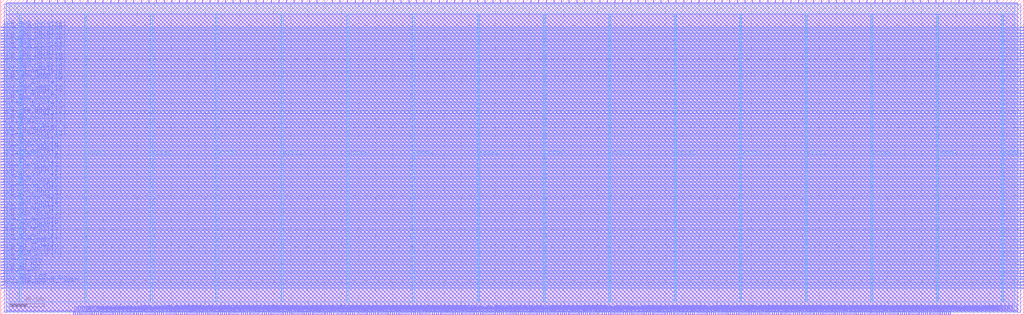
<source format=lef>
VERSION 5.7 ;
  NOWIREEXTENSIONATPIN ON ;
  DIVIDERCHAR "/" ;
  BUSBITCHARS "[]" ;
MACRO interconnect_inner
  CLASS BLOCK ;
  FOREIGN interconnect_inner ;
  ORIGIN 0.000 0.000 ;
  SIZE 1200.000 BY 370.000 ;
  PIN c0_disable
    DIRECTION OUTPUT TRISTATE ;
    USE SIGNAL ;
    ANTENNADIFFAREA 2.080400 ;
    PORT
      LAYER Metal2 ;
        RECT 85.120 0.000 85.680 4.000 ;
    END
  END c0_disable
  PIN c0_i_core_int_sreg[0]
    DIRECTION OUTPUT TRISTATE ;
    USE SIGNAL ;
    ANTENNADIFFAREA 2.080400 ;
    PORT
      LAYER Metal2 ;
        RECT 123.200 0.000 123.760 4.000 ;
    END
  END c0_i_core_int_sreg[0]
  PIN c0_i_core_int_sreg[10]
    DIRECTION OUTPUT TRISTATE ;
    USE SIGNAL ;
    ANTENNADIFFAREA 0.360800 ;
    PORT
      LAYER Metal2 ;
        RECT 342.720 0.000 343.280 4.000 ;
    END
  END c0_i_core_int_sreg[10]
  PIN c0_i_core_int_sreg[11]
    DIRECTION OUTPUT TRISTATE ;
    USE SIGNAL ;
    ANTENNADIFFAREA 0.360800 ;
    PORT
      LAYER Metal2 ;
        RECT 360.640 0.000 361.200 4.000 ;
    END
  END c0_i_core_int_sreg[11]
  PIN c0_i_core_int_sreg[12]
    DIRECTION OUTPUT TRISTATE ;
    USE SIGNAL ;
    ANTENNADIFFAREA 0.360800 ;
    PORT
      LAYER Metal2 ;
        RECT 378.560 0.000 379.120 4.000 ;
    END
  END c0_i_core_int_sreg[12]
  PIN c0_i_core_int_sreg[13]
    DIRECTION OUTPUT TRISTATE ;
    USE SIGNAL ;
    ANTENNADIFFAREA 0.360800 ;
    PORT
      LAYER Metal2 ;
        RECT 396.480 0.000 397.040 4.000 ;
    END
  END c0_i_core_int_sreg[13]
  PIN c0_i_core_int_sreg[14]
    DIRECTION OUTPUT TRISTATE ;
    USE SIGNAL ;
    ANTENNADIFFAREA 0.360800 ;
    PORT
      LAYER Metal2 ;
        RECT 414.400 0.000 414.960 4.000 ;
    END
  END c0_i_core_int_sreg[14]
  PIN c0_i_core_int_sreg[15]
    DIRECTION OUTPUT TRISTATE ;
    USE SIGNAL ;
    ANTENNADIFFAREA 0.360800 ;
    PORT
      LAYER Metal2 ;
        RECT 432.320 0.000 432.880 4.000 ;
    END
  END c0_i_core_int_sreg[15]
  PIN c0_i_core_int_sreg[1]
    DIRECTION OUTPUT TRISTATE ;
    USE SIGNAL ;
    ANTENNADIFFAREA 2.080400 ;
    PORT
      LAYER Metal2 ;
        RECT 147.840 0.000 148.400 4.000 ;
    END
  END c0_i_core_int_sreg[1]
  PIN c0_i_core_int_sreg[2]
    DIRECTION OUTPUT TRISTATE ;
    USE SIGNAL ;
    ANTENNADIFFAREA 0.360800 ;
    PORT
      LAYER Metal2 ;
        RECT 172.480 0.000 173.040 4.000 ;
    END
  END c0_i_core_int_sreg[2]
  PIN c0_i_core_int_sreg[3]
    DIRECTION OUTPUT TRISTATE ;
    USE SIGNAL ;
    ANTENNADIFFAREA 0.360800 ;
    PORT
      LAYER Metal2 ;
        RECT 194.880 0.000 195.440 4.000 ;
    END
  END c0_i_core_int_sreg[3]
  PIN c0_i_core_int_sreg[4]
    DIRECTION OUTPUT TRISTATE ;
    USE SIGNAL ;
    ANTENNADIFFAREA 0.360800 ;
    PORT
      LAYER Metal2 ;
        RECT 217.280 0.000 217.840 4.000 ;
    END
  END c0_i_core_int_sreg[4]
  PIN c0_i_core_int_sreg[5]
    DIRECTION OUTPUT TRISTATE ;
    USE SIGNAL ;
    ANTENNADIFFAREA 0.360800 ;
    PORT
      LAYER Metal2 ;
        RECT 239.680 0.000 240.240 4.000 ;
    END
  END c0_i_core_int_sreg[5]
  PIN c0_i_core_int_sreg[6]
    DIRECTION OUTPUT TRISTATE ;
    USE SIGNAL ;
    ANTENNADIFFAREA 0.360800 ;
    PORT
      LAYER Metal2 ;
        RECT 262.080 0.000 262.640 4.000 ;
    END
  END c0_i_core_int_sreg[6]
  PIN c0_i_core_int_sreg[7]
    DIRECTION OUTPUT TRISTATE ;
    USE SIGNAL ;
    ANTENNADIFFAREA 0.360800 ;
    PORT
      LAYER Metal2 ;
        RECT 284.480 0.000 285.040 4.000 ;
    END
  END c0_i_core_int_sreg[7]
  PIN c0_i_core_int_sreg[8]
    DIRECTION OUTPUT TRISTATE ;
    USE SIGNAL ;
    ANTENNADIFFAREA 0.360800 ;
    PORT
      LAYER Metal2 ;
        RECT 306.880 0.000 307.440 4.000 ;
    END
  END c0_i_core_int_sreg[8]
  PIN c0_i_core_int_sreg[9]
    DIRECTION OUTPUT TRISTATE ;
    USE SIGNAL ;
    ANTENNADIFFAREA 0.360800 ;
    PORT
      LAYER Metal2 ;
        RECT 324.800 0.000 325.360 4.000 ;
    END
  END c0_i_core_int_sreg[9]
  PIN c0_i_irq
    DIRECTION OUTPUT TRISTATE ;
    USE SIGNAL ;
    ANTENNADIFFAREA 2.080400 ;
    PORT
      LAYER Metal2 ;
        RECT 87.360 0.000 87.920 4.000 ;
    END
  END c0_i_irq
  PIN c0_i_mc_core_int
    DIRECTION OUTPUT TRISTATE ;
    USE SIGNAL ;
    ANTENNADIFFAREA 2.080400 ;
    PORT
      LAYER Metal2 ;
        RECT 89.600 0.000 90.160 4.000 ;
    END
  END c0_i_mc_core_int
  PIN c0_i_mem_ack
    DIRECTION OUTPUT TRISTATE ;
    USE SIGNAL ;
    ANTENNADIFFAREA 2.080400 ;
    PORT
      LAYER Metal2 ;
        RECT 91.840 0.000 92.400 4.000 ;
    END
  END c0_i_mem_ack
  PIN c0_i_mem_data[0]
    DIRECTION OUTPUT TRISTATE ;
    USE SIGNAL ;
    ANTENNADIFFAREA 2.080400 ;
    PORT
      LAYER Metal2 ;
        RECT 125.440 0.000 126.000 4.000 ;
    END
  END c0_i_mem_data[0]
  PIN c0_i_mem_data[10]
    DIRECTION OUTPUT TRISTATE ;
    USE SIGNAL ;
    ANTENNADIFFAREA 2.080400 ;
    PORT
      LAYER Metal2 ;
        RECT 344.960 0.000 345.520 4.000 ;
    END
  END c0_i_mem_data[10]
  PIN c0_i_mem_data[11]
    DIRECTION OUTPUT TRISTATE ;
    USE SIGNAL ;
    ANTENNADIFFAREA 2.080400 ;
    PORT
      LAYER Metal2 ;
        RECT 362.880 0.000 363.440 4.000 ;
    END
  END c0_i_mem_data[11]
  PIN c0_i_mem_data[12]
    DIRECTION OUTPUT TRISTATE ;
    USE SIGNAL ;
    ANTENNADIFFAREA 2.080400 ;
    PORT
      LAYER Metal2 ;
        RECT 380.800 0.000 381.360 4.000 ;
    END
  END c0_i_mem_data[12]
  PIN c0_i_mem_data[13]
    DIRECTION OUTPUT TRISTATE ;
    USE SIGNAL ;
    ANTENNADIFFAREA 2.080400 ;
    PORT
      LAYER Metal2 ;
        RECT 398.720 0.000 399.280 4.000 ;
    END
  END c0_i_mem_data[13]
  PIN c0_i_mem_data[14]
    DIRECTION OUTPUT TRISTATE ;
    USE SIGNAL ;
    ANTENNADIFFAREA 2.080400 ;
    PORT
      LAYER Metal2 ;
        RECT 416.640 0.000 417.200 4.000 ;
    END
  END c0_i_mem_data[14]
  PIN c0_i_mem_data[15]
    DIRECTION OUTPUT TRISTATE ;
    USE SIGNAL ;
    ANTENNADIFFAREA 2.080400 ;
    PORT
      LAYER Metal2 ;
        RECT 434.560 0.000 435.120 4.000 ;
    END
  END c0_i_mem_data[15]
  PIN c0_i_mem_data[1]
    DIRECTION OUTPUT TRISTATE ;
    USE SIGNAL ;
    ANTENNADIFFAREA 2.080400 ;
    PORT
      LAYER Metal2 ;
        RECT 150.080 0.000 150.640 4.000 ;
    END
  END c0_i_mem_data[1]
  PIN c0_i_mem_data[2]
    DIRECTION OUTPUT TRISTATE ;
    USE SIGNAL ;
    ANTENNADIFFAREA 2.080400 ;
    PORT
      LAYER Metal2 ;
        RECT 174.720 0.000 175.280 4.000 ;
    END
  END c0_i_mem_data[2]
  PIN c0_i_mem_data[3]
    DIRECTION OUTPUT TRISTATE ;
    USE SIGNAL ;
    ANTENNADIFFAREA 2.080400 ;
    PORT
      LAYER Metal2 ;
        RECT 197.120 0.000 197.680 4.000 ;
    END
  END c0_i_mem_data[3]
  PIN c0_i_mem_data[4]
    DIRECTION OUTPUT TRISTATE ;
    USE SIGNAL ;
    ANTENNADIFFAREA 2.080400 ;
    PORT
      LAYER Metal2 ;
        RECT 219.520 0.000 220.080 4.000 ;
    END
  END c0_i_mem_data[4]
  PIN c0_i_mem_data[5]
    DIRECTION OUTPUT TRISTATE ;
    USE SIGNAL ;
    ANTENNADIFFAREA 2.080400 ;
    PORT
      LAYER Metal2 ;
        RECT 241.920 0.000 242.480 4.000 ;
    END
  END c0_i_mem_data[5]
  PIN c0_i_mem_data[6]
    DIRECTION OUTPUT TRISTATE ;
    USE SIGNAL ;
    ANTENNADIFFAREA 2.080400 ;
    PORT
      LAYER Metal2 ;
        RECT 264.320 0.000 264.880 4.000 ;
    END
  END c0_i_mem_data[6]
  PIN c0_i_mem_data[7]
    DIRECTION OUTPUT TRISTATE ;
    USE SIGNAL ;
    ANTENNADIFFAREA 2.080400 ;
    PORT
      LAYER Metal2 ;
        RECT 286.720 0.000 287.280 4.000 ;
    END
  END c0_i_mem_data[7]
  PIN c0_i_mem_data[8]
    DIRECTION OUTPUT TRISTATE ;
    USE SIGNAL ;
    ANTENNADIFFAREA 2.080400 ;
    PORT
      LAYER Metal2 ;
        RECT 309.120 0.000 309.680 4.000 ;
    END
  END c0_i_mem_data[8]
  PIN c0_i_mem_data[9]
    DIRECTION OUTPUT TRISTATE ;
    USE SIGNAL ;
    ANTENNADIFFAREA 2.080400 ;
    PORT
      LAYER Metal2 ;
        RECT 327.040 0.000 327.600 4.000 ;
    END
  END c0_i_mem_data[9]
  PIN c0_i_mem_exception
    DIRECTION OUTPUT TRISTATE ;
    USE SIGNAL ;
    ANTENNADIFFAREA 2.080400 ;
    PORT
      LAYER Metal2 ;
        RECT 94.080 0.000 94.640 4.000 ;
    END
  END c0_i_mem_exception
  PIN c0_i_req_data[0]
    DIRECTION OUTPUT TRISTATE ;
    USE SIGNAL ;
    ANTENNADIFFAREA 2.080400 ;
    PORT
      LAYER Metal2 ;
        RECT 127.680 0.000 128.240 4.000 ;
    END
  END c0_i_req_data[0]
  PIN c0_i_req_data[10]
    DIRECTION OUTPUT TRISTATE ;
    USE SIGNAL ;
    ANTENNADIFFAREA 2.080400 ;
    PORT
      LAYER Metal2 ;
        RECT 347.200 0.000 347.760 4.000 ;
    END
  END c0_i_req_data[10]
  PIN c0_i_req_data[11]
    DIRECTION OUTPUT TRISTATE ;
    USE SIGNAL ;
    ANTENNADIFFAREA 2.080400 ;
    PORT
      LAYER Metal2 ;
        RECT 365.120 0.000 365.680 4.000 ;
    END
  END c0_i_req_data[11]
  PIN c0_i_req_data[12]
    DIRECTION OUTPUT TRISTATE ;
    USE SIGNAL ;
    ANTENNADIFFAREA 2.080400 ;
    PORT
      LAYER Metal2 ;
        RECT 383.040 0.000 383.600 4.000 ;
    END
  END c0_i_req_data[12]
  PIN c0_i_req_data[13]
    DIRECTION OUTPUT TRISTATE ;
    USE SIGNAL ;
    ANTENNADIFFAREA 2.080400 ;
    PORT
      LAYER Metal2 ;
        RECT 400.960 0.000 401.520 4.000 ;
    END
  END c0_i_req_data[13]
  PIN c0_i_req_data[14]
    DIRECTION OUTPUT TRISTATE ;
    USE SIGNAL ;
    ANTENNADIFFAREA 2.080400 ;
    PORT
      LAYER Metal2 ;
        RECT 418.880 0.000 419.440 4.000 ;
    END
  END c0_i_req_data[14]
  PIN c0_i_req_data[15]
    DIRECTION OUTPUT TRISTATE ;
    USE SIGNAL ;
    ANTENNADIFFAREA 2.080400 ;
    PORT
      LAYER Metal2 ;
        RECT 436.800 0.000 437.360 4.000 ;
    END
  END c0_i_req_data[15]
  PIN c0_i_req_data[16]
    DIRECTION OUTPUT TRISTATE ;
    USE SIGNAL ;
    ANTENNADIFFAREA 2.080400 ;
    PORT
      LAYER Metal2 ;
        RECT 450.240 0.000 450.800 4.000 ;
    END
  END c0_i_req_data[16]
  PIN c0_i_req_data[17]
    DIRECTION OUTPUT TRISTATE ;
    USE SIGNAL ;
    ANTENNADIFFAREA 2.080400 ;
    PORT
      LAYER Metal2 ;
        RECT 452.480 0.000 453.040 4.000 ;
    END
  END c0_i_req_data[17]
  PIN c0_i_req_data[18]
    DIRECTION OUTPUT TRISTATE ;
    USE SIGNAL ;
    ANTENNADIFFAREA 2.080400 ;
    PORT
      LAYER Metal2 ;
        RECT 454.720 0.000 455.280 4.000 ;
    END
  END c0_i_req_data[18]
  PIN c0_i_req_data[19]
    DIRECTION OUTPUT TRISTATE ;
    USE SIGNAL ;
    ANTENNADIFFAREA 2.080400 ;
    PORT
      LAYER Metal2 ;
        RECT 456.960 0.000 457.520 4.000 ;
    END
  END c0_i_req_data[19]
  PIN c0_i_req_data[1]
    DIRECTION OUTPUT TRISTATE ;
    USE SIGNAL ;
    ANTENNADIFFAREA 2.080400 ;
    PORT
      LAYER Metal2 ;
        RECT 152.320 0.000 152.880 4.000 ;
    END
  END c0_i_req_data[1]
  PIN c0_i_req_data[20]
    DIRECTION OUTPUT TRISTATE ;
    USE SIGNAL ;
    ANTENNADIFFAREA 2.080400 ;
    PORT
      LAYER Metal2 ;
        RECT 459.200 0.000 459.760 4.000 ;
    END
  END c0_i_req_data[20]
  PIN c0_i_req_data[21]
    DIRECTION OUTPUT TRISTATE ;
    USE SIGNAL ;
    ANTENNADIFFAREA 2.080400 ;
    PORT
      LAYER Metal2 ;
        RECT 461.440 0.000 462.000 4.000 ;
    END
  END c0_i_req_data[21]
  PIN c0_i_req_data[22]
    DIRECTION OUTPUT TRISTATE ;
    USE SIGNAL ;
    ANTENNADIFFAREA 2.080400 ;
    PORT
      LAYER Metal2 ;
        RECT 463.680 0.000 464.240 4.000 ;
    END
  END c0_i_req_data[22]
  PIN c0_i_req_data[23]
    DIRECTION OUTPUT TRISTATE ;
    USE SIGNAL ;
    ANTENNADIFFAREA 2.080400 ;
    PORT
      LAYER Metal2 ;
        RECT 465.920 0.000 466.480 4.000 ;
    END
  END c0_i_req_data[23]
  PIN c0_i_req_data[24]
    DIRECTION OUTPUT TRISTATE ;
    USE SIGNAL ;
    ANTENNADIFFAREA 2.080400 ;
    PORT
      LAYER Metal2 ;
        RECT 468.160 0.000 468.720 4.000 ;
    END
  END c0_i_req_data[24]
  PIN c0_i_req_data[25]
    DIRECTION OUTPUT TRISTATE ;
    USE SIGNAL ;
    ANTENNADIFFAREA 2.080400 ;
    PORT
      LAYER Metal2 ;
        RECT 470.400 0.000 470.960 4.000 ;
    END
  END c0_i_req_data[25]
  PIN c0_i_req_data[26]
    DIRECTION OUTPUT TRISTATE ;
    USE SIGNAL ;
    ANTENNADIFFAREA 2.080400 ;
    PORT
      LAYER Metal2 ;
        RECT 472.640 0.000 473.200 4.000 ;
    END
  END c0_i_req_data[26]
  PIN c0_i_req_data[27]
    DIRECTION OUTPUT TRISTATE ;
    USE SIGNAL ;
    ANTENNADIFFAREA 2.080400 ;
    PORT
      LAYER Metal2 ;
        RECT 474.880 0.000 475.440 4.000 ;
    END
  END c0_i_req_data[27]
  PIN c0_i_req_data[28]
    DIRECTION OUTPUT TRISTATE ;
    USE SIGNAL ;
    ANTENNADIFFAREA 2.080400 ;
    PORT
      LAYER Metal2 ;
        RECT 477.120 0.000 477.680 4.000 ;
    END
  END c0_i_req_data[28]
  PIN c0_i_req_data[29]
    DIRECTION OUTPUT TRISTATE ;
    USE SIGNAL ;
    ANTENNADIFFAREA 2.080400 ;
    PORT
      LAYER Metal2 ;
        RECT 479.360 0.000 479.920 4.000 ;
    END
  END c0_i_req_data[29]
  PIN c0_i_req_data[2]
    DIRECTION OUTPUT TRISTATE ;
    USE SIGNAL ;
    ANTENNADIFFAREA 2.080400 ;
    PORT
      LAYER Metal2 ;
        RECT 176.960 0.000 177.520 4.000 ;
    END
  END c0_i_req_data[2]
  PIN c0_i_req_data[30]
    DIRECTION OUTPUT TRISTATE ;
    USE SIGNAL ;
    ANTENNADIFFAREA 2.080400 ;
    PORT
      LAYER Metal2 ;
        RECT 481.600 0.000 482.160 4.000 ;
    END
  END c0_i_req_data[30]
  PIN c0_i_req_data[31]
    DIRECTION OUTPUT TRISTATE ;
    USE SIGNAL ;
    ANTENNADIFFAREA 2.080400 ;
    PORT
      LAYER Metal2 ;
        RECT 483.840 0.000 484.400 4.000 ;
    END
  END c0_i_req_data[31]
  PIN c0_i_req_data[3]
    DIRECTION OUTPUT TRISTATE ;
    USE SIGNAL ;
    ANTENNADIFFAREA 2.080400 ;
    PORT
      LAYER Metal2 ;
        RECT 199.360 0.000 199.920 4.000 ;
    END
  END c0_i_req_data[3]
  PIN c0_i_req_data[4]
    DIRECTION OUTPUT TRISTATE ;
    USE SIGNAL ;
    ANTENNADIFFAREA 2.080400 ;
    PORT
      LAYER Metal2 ;
        RECT 221.760 0.000 222.320 4.000 ;
    END
  END c0_i_req_data[4]
  PIN c0_i_req_data[5]
    DIRECTION OUTPUT TRISTATE ;
    USE SIGNAL ;
    ANTENNADIFFAREA 2.080400 ;
    PORT
      LAYER Metal2 ;
        RECT 244.160 0.000 244.720 4.000 ;
    END
  END c0_i_req_data[5]
  PIN c0_i_req_data[6]
    DIRECTION OUTPUT TRISTATE ;
    USE SIGNAL ;
    ANTENNADIFFAREA 2.080400 ;
    PORT
      LAYER Metal2 ;
        RECT 266.560 0.000 267.120 4.000 ;
    END
  END c0_i_req_data[6]
  PIN c0_i_req_data[7]
    DIRECTION OUTPUT TRISTATE ;
    USE SIGNAL ;
    ANTENNADIFFAREA 2.080400 ;
    PORT
      LAYER Metal2 ;
        RECT 288.960 0.000 289.520 4.000 ;
    END
  END c0_i_req_data[7]
  PIN c0_i_req_data[8]
    DIRECTION OUTPUT TRISTATE ;
    USE SIGNAL ;
    ANTENNADIFFAREA 2.080400 ;
    PORT
      LAYER Metal2 ;
        RECT 311.360 0.000 311.920 4.000 ;
    END
  END c0_i_req_data[8]
  PIN c0_i_req_data[9]
    DIRECTION OUTPUT TRISTATE ;
    USE SIGNAL ;
    ANTENNADIFFAREA 2.080400 ;
    PORT
      LAYER Metal2 ;
        RECT 329.280 0.000 329.840 4.000 ;
    END
  END c0_i_req_data[9]
  PIN c0_i_req_data_valid
    DIRECTION OUTPUT TRISTATE ;
    USE SIGNAL ;
    ANTENNADIFFAREA 2.080400 ;
    PORT
      LAYER Metal2 ;
        RECT 96.320 0.000 96.880 4.000 ;
    END
  END c0_i_req_data_valid
  PIN c0_o_c_data_page
    DIRECTION INPUT ;
    USE SIGNAL ;
    ANTENNAGATEAREA 2.204000 ;
    ANTENNADIFFAREA 0.410400 ;
    PORT
      LAYER Metal2 ;
        RECT 98.560 0.000 99.120 4.000 ;
    END
  END c0_o_c_data_page
  PIN c0_o_c_instr_long
    DIRECTION INPUT ;
    USE SIGNAL ;
    ANTENNAGATEAREA 2.204000 ;
    ANTENNADIFFAREA 0.410400 ;
    PORT
      LAYER Metal2 ;
        RECT 100.800 0.000 101.360 4.000 ;
    END
  END c0_o_c_instr_long
  PIN c0_o_c_instr_page
    DIRECTION INPUT ;
    USE SIGNAL ;
    ANTENNAGATEAREA 0.741000 ;
    ANTENNADIFFAREA 0.410400 ;
    PORT
      LAYER Metal2 ;
        RECT 103.040 0.000 103.600 4.000 ;
    END
  END c0_o_c_instr_page
  PIN c0_o_icache_flush
    DIRECTION INPUT ;
    USE SIGNAL ;
    ANTENNAGATEAREA 0.741000 ;
    ANTENNADIFFAREA 0.410400 ;
    PORT
      LAYER Metal2 ;
        RECT 105.280 0.000 105.840 4.000 ;
    END
  END c0_o_icache_flush
  PIN c0_o_instr_long_addr[0]
    DIRECTION INPUT ;
    USE SIGNAL ;
    ANTENNAGATEAREA 0.498500 ;
    ANTENNADIFFAREA 0.410400 ;
    PORT
      LAYER Metal2 ;
        RECT 129.920 0.000 130.480 4.000 ;
    END
  END c0_o_instr_long_addr[0]
  PIN c0_o_instr_long_addr[1]
    DIRECTION INPUT ;
    USE SIGNAL ;
    ANTENNAGATEAREA 0.498500 ;
    ANTENNADIFFAREA 0.410400 ;
    PORT
      LAYER Metal2 ;
        RECT 154.560 0.000 155.120 4.000 ;
    END
  END c0_o_instr_long_addr[1]
  PIN c0_o_instr_long_addr[2]
    DIRECTION INPUT ;
    USE SIGNAL ;
    ANTENNAGATEAREA 0.498500 ;
    ANTENNADIFFAREA 0.410400 ;
    PORT
      LAYER Metal2 ;
        RECT 179.200 0.000 179.760 4.000 ;
    END
  END c0_o_instr_long_addr[2]
  PIN c0_o_instr_long_addr[3]
    DIRECTION INPUT ;
    USE SIGNAL ;
    ANTENNAGATEAREA 0.741000 ;
    ANTENNADIFFAREA 0.410400 ;
    PORT
      LAYER Metal2 ;
        RECT 201.600 0.000 202.160 4.000 ;
    END
  END c0_o_instr_long_addr[3]
  PIN c0_o_instr_long_addr[4]
    DIRECTION INPUT ;
    USE SIGNAL ;
    ANTENNAGATEAREA 0.726000 ;
    ANTENNADIFFAREA 0.410400 ;
    PORT
      LAYER Metal2 ;
        RECT 224.000 0.000 224.560 4.000 ;
    END
  END c0_o_instr_long_addr[4]
  PIN c0_o_instr_long_addr[5]
    DIRECTION INPUT ;
    USE SIGNAL ;
    ANTENNAGATEAREA 0.498500 ;
    ANTENNADIFFAREA 0.410400 ;
    PORT
      LAYER Metal2 ;
        RECT 246.400 0.000 246.960 4.000 ;
    END
  END c0_o_instr_long_addr[5]
  PIN c0_o_instr_long_addr[6]
    DIRECTION INPUT ;
    USE SIGNAL ;
    ANTENNAGATEAREA 0.498500 ;
    ANTENNADIFFAREA 0.410400 ;
    PORT
      LAYER Metal2 ;
        RECT 268.800 0.000 269.360 4.000 ;
    END
  END c0_o_instr_long_addr[6]
  PIN c0_o_instr_long_addr[7]
    DIRECTION INPUT ;
    USE SIGNAL ;
    ANTENNAGATEAREA 0.741000 ;
    ANTENNADIFFAREA 0.410400 ;
    PORT
      LAYER Metal2 ;
        RECT 291.200 0.000 291.760 4.000 ;
    END
  END c0_o_instr_long_addr[7]
  PIN c0_o_mem_addr[0]
    DIRECTION INPUT ;
    USE SIGNAL ;
    ANTENNAGATEAREA 0.741000 ;
    ANTENNADIFFAREA 0.410400 ;
    PORT
      LAYER Metal2 ;
        RECT 132.160 0.000 132.720 4.000 ;
    END
  END c0_o_mem_addr[0]
  PIN c0_o_mem_addr[10]
    DIRECTION INPUT ;
    USE SIGNAL ;
    ANTENNAGATEAREA 1.102000 ;
    ANTENNADIFFAREA 0.410400 ;
    PORT
      LAYER Metal2 ;
        RECT 349.440 0.000 350.000 4.000 ;
    END
  END c0_o_mem_addr[10]
  PIN c0_o_mem_addr[11]
    DIRECTION INPUT ;
    USE SIGNAL ;
    ANTENNAGATEAREA 0.741000 ;
    ANTENNADIFFAREA 0.410400 ;
    PORT
      LAYER Metal2 ;
        RECT 367.360 0.000 367.920 4.000 ;
    END
  END c0_o_mem_addr[11]
  PIN c0_o_mem_addr[12]
    DIRECTION INPUT ;
    USE SIGNAL ;
    ANTENNAGATEAREA 0.726000 ;
    ANTENNADIFFAREA 0.410400 ;
    PORT
      LAYER Metal2 ;
        RECT 385.280 0.000 385.840 4.000 ;
    END
  END c0_o_mem_addr[12]
  PIN c0_o_mem_addr[13]
    DIRECTION INPUT ;
    USE SIGNAL ;
    ANTENNAGATEAREA 0.741000 ;
    ANTENNADIFFAREA 0.410400 ;
    PORT
      LAYER Metal2 ;
        RECT 403.200 0.000 403.760 4.000 ;
    END
  END c0_o_mem_addr[13]
  PIN c0_o_mem_addr[14]
    DIRECTION INPUT ;
    USE SIGNAL ;
    ANTENNAGATEAREA 0.726000 ;
    ANTENNADIFFAREA 0.410400 ;
    PORT
      LAYER Metal2 ;
        RECT 421.120 0.000 421.680 4.000 ;
    END
  END c0_o_mem_addr[14]
  PIN c0_o_mem_addr[15]
    DIRECTION INPUT ;
    USE SIGNAL ;
    ANTENNAGATEAREA 0.726000 ;
    ANTENNADIFFAREA 0.410400 ;
    PORT
      LAYER Metal2 ;
        RECT 439.040 0.000 439.600 4.000 ;
    END
  END c0_o_mem_addr[15]
  PIN c0_o_mem_addr[1]
    DIRECTION INPUT ;
    USE SIGNAL ;
    ANTENNAGATEAREA 0.741000 ;
    ANTENNADIFFAREA 0.410400 ;
    PORT
      LAYER Metal2 ;
        RECT 156.800 0.000 157.360 4.000 ;
    END
  END c0_o_mem_addr[1]
  PIN c0_o_mem_addr[2]
    DIRECTION INPUT ;
    USE SIGNAL ;
    ANTENNAGATEAREA 0.741000 ;
    ANTENNADIFFAREA 0.410400 ;
    PORT
      LAYER Metal2 ;
        RECT 181.440 0.000 182.000 4.000 ;
    END
  END c0_o_mem_addr[2]
  PIN c0_o_mem_addr[3]
    DIRECTION INPUT ;
    USE SIGNAL ;
    ANTENNAGATEAREA 0.741000 ;
    ANTENNADIFFAREA 0.410400 ;
    PORT
      LAYER Metal2 ;
        RECT 203.840 0.000 204.400 4.000 ;
    END
  END c0_o_mem_addr[3]
  PIN c0_o_mem_addr[4]
    DIRECTION INPUT ;
    USE SIGNAL ;
    ANTENNAGATEAREA 0.741000 ;
    ANTENNADIFFAREA 0.410400 ;
    PORT
      LAYER Metal2 ;
        RECT 226.240 0.000 226.800 4.000 ;
    END
  END c0_o_mem_addr[4]
  PIN c0_o_mem_addr[5]
    DIRECTION INPUT ;
    USE SIGNAL ;
    ANTENNAGATEAREA 0.498500 ;
    ANTENNADIFFAREA 0.410400 ;
    PORT
      LAYER Metal2 ;
        RECT 248.640 0.000 249.200 4.000 ;
    END
  END c0_o_mem_addr[5]
  PIN c0_o_mem_addr[6]
    DIRECTION INPUT ;
    USE SIGNAL ;
    ANTENNAGATEAREA 0.726000 ;
    ANTENNADIFFAREA 0.410400 ;
    PORT
      LAYER Metal2 ;
        RECT 271.040 0.000 271.600 4.000 ;
    END
  END c0_o_mem_addr[6]
  PIN c0_o_mem_addr[7]
    DIRECTION INPUT ;
    USE SIGNAL ;
    ANTENNAGATEAREA 0.498500 ;
    ANTENNADIFFAREA 0.410400 ;
    PORT
      LAYER Metal2 ;
        RECT 293.440 0.000 294.000 4.000 ;
    END
  END c0_o_mem_addr[7]
  PIN c0_o_mem_addr[8]
    DIRECTION INPUT ;
    USE SIGNAL ;
    ANTENNAGATEAREA 0.726000 ;
    ANTENNADIFFAREA 0.410400 ;
    PORT
      LAYER Metal2 ;
        RECT 313.600 0.000 314.160 4.000 ;
    END
  END c0_o_mem_addr[8]
  PIN c0_o_mem_addr[9]
    DIRECTION INPUT ;
    USE SIGNAL ;
    ANTENNAGATEAREA 0.726000 ;
    ANTENNADIFFAREA 0.410400 ;
    PORT
      LAYER Metal2 ;
        RECT 331.520 0.000 332.080 4.000 ;
    END
  END c0_o_mem_addr[9]
  PIN c0_o_mem_data[0]
    DIRECTION INPUT ;
    USE SIGNAL ;
    ANTENNAGATEAREA 0.741000 ;
    ANTENNADIFFAREA 0.410400 ;
    PORT
      LAYER Metal2 ;
        RECT 134.400 0.000 134.960 4.000 ;
    END
  END c0_o_mem_data[0]
  PIN c0_o_mem_data[10]
    DIRECTION INPUT ;
    USE SIGNAL ;
    ANTENNAGATEAREA 1.102000 ;
    ANTENNADIFFAREA 0.410400 ;
    PORT
      LAYER Metal2 ;
        RECT 351.680 0.000 352.240 4.000 ;
    END
  END c0_o_mem_data[10]
  PIN c0_o_mem_data[11]
    DIRECTION INPUT ;
    USE SIGNAL ;
    ANTENNAGATEAREA 1.102000 ;
    ANTENNADIFFAREA 0.410400 ;
    PORT
      LAYER Metal2 ;
        RECT 369.600 0.000 370.160 4.000 ;
    END
  END c0_o_mem_data[11]
  PIN c0_o_mem_data[12]
    DIRECTION INPUT ;
    USE SIGNAL ;
    ANTENNAGATEAREA 1.102000 ;
    ANTENNADIFFAREA 0.410400 ;
    PORT
      LAYER Metal2 ;
        RECT 387.520 0.000 388.080 4.000 ;
    END
  END c0_o_mem_data[12]
  PIN c0_o_mem_data[13]
    DIRECTION INPUT ;
    USE SIGNAL ;
    ANTENNAGATEAREA 1.102000 ;
    ANTENNADIFFAREA 0.410400 ;
    PORT
      LAYER Metal2 ;
        RECT 405.440 0.000 406.000 4.000 ;
    END
  END c0_o_mem_data[13]
  PIN c0_o_mem_data[14]
    DIRECTION INPUT ;
    USE SIGNAL ;
    ANTENNAGATEAREA 1.102000 ;
    ANTENNADIFFAREA 0.410400 ;
    PORT
      LAYER Metal2 ;
        RECT 423.360 0.000 423.920 4.000 ;
    END
  END c0_o_mem_data[14]
  PIN c0_o_mem_data[15]
    DIRECTION INPUT ;
    USE SIGNAL ;
    ANTENNAGATEAREA 0.498500 ;
    ANTENNADIFFAREA 0.410400 ;
    PORT
      LAYER Metal2 ;
        RECT 441.280 0.000 441.840 4.000 ;
    END
  END c0_o_mem_data[15]
  PIN c0_o_mem_data[1]
    DIRECTION INPUT ;
    USE SIGNAL ;
    ANTENNAGATEAREA 0.741000 ;
    ANTENNADIFFAREA 0.410400 ;
    PORT
      LAYER Metal2 ;
        RECT 159.040 0.000 159.600 4.000 ;
    END
  END c0_o_mem_data[1]
  PIN c0_o_mem_data[2]
    DIRECTION INPUT ;
    USE SIGNAL ;
    ANTENNAGATEAREA 0.741000 ;
    ANTENNADIFFAREA 0.410400 ;
    PORT
      LAYER Metal2 ;
        RECT 183.680 0.000 184.240 4.000 ;
    END
  END c0_o_mem_data[2]
  PIN c0_o_mem_data[3]
    DIRECTION INPUT ;
    USE SIGNAL ;
    ANTENNAGATEAREA 0.741000 ;
    ANTENNADIFFAREA 0.410400 ;
    PORT
      LAYER Metal2 ;
        RECT 206.080 0.000 206.640 4.000 ;
    END
  END c0_o_mem_data[3]
  PIN c0_o_mem_data[4]
    DIRECTION INPUT ;
    USE SIGNAL ;
    ANTENNAGATEAREA 0.498500 ;
    ANTENNADIFFAREA 0.410400 ;
    PORT
      LAYER Metal2 ;
        RECT 228.480 0.000 229.040 4.000 ;
    END
  END c0_o_mem_data[4]
  PIN c0_o_mem_data[5]
    DIRECTION INPUT ;
    USE SIGNAL ;
    ANTENNAGATEAREA 0.498500 ;
    ANTENNADIFFAREA 0.410400 ;
    PORT
      LAYER Metal2 ;
        RECT 250.880 0.000 251.440 4.000 ;
    END
  END c0_o_mem_data[5]
  PIN c0_o_mem_data[6]
    DIRECTION INPUT ;
    USE SIGNAL ;
    ANTENNAGATEAREA 0.498500 ;
    ANTENNADIFFAREA 0.410400 ;
    PORT
      LAYER Metal2 ;
        RECT 273.280 0.000 273.840 4.000 ;
    END
  END c0_o_mem_data[6]
  PIN c0_o_mem_data[7]
    DIRECTION INPUT ;
    USE SIGNAL ;
    ANTENNAGATEAREA 0.726000 ;
    ANTENNADIFFAREA 0.410400 ;
    PORT
      LAYER Metal2 ;
        RECT 295.680 0.000 296.240 4.000 ;
    END
  END c0_o_mem_data[7]
  PIN c0_o_mem_data[8]
    DIRECTION INPUT ;
    USE SIGNAL ;
    ANTENNAGATEAREA 0.726000 ;
    ANTENNADIFFAREA 0.410400 ;
    PORT
      LAYER Metal2 ;
        RECT 315.840 0.000 316.400 4.000 ;
    END
  END c0_o_mem_data[8]
  PIN c0_o_mem_data[9]
    DIRECTION INPUT ;
    USE SIGNAL ;
    ANTENNAGATEAREA 0.726000 ;
    ANTENNADIFFAREA 0.410400 ;
    PORT
      LAYER Metal2 ;
        RECT 333.760 0.000 334.320 4.000 ;
    END
  END c0_o_mem_data[9]
  PIN c0_o_mem_high_addr[0]
    DIRECTION INPUT ;
    USE SIGNAL ;
    ANTENNAGATEAREA 1.102000 ;
    ANTENNADIFFAREA 0.410400 ;
    PORT
      LAYER Metal2 ;
        RECT 136.640 0.000 137.200 4.000 ;
    END
  END c0_o_mem_high_addr[0]
  PIN c0_o_mem_high_addr[1]
    DIRECTION INPUT ;
    USE SIGNAL ;
    ANTENNAGATEAREA 1.183000 ;
    ANTENNADIFFAREA 0.410400 ;
    PORT
      LAYER Metal2 ;
        RECT 161.280 0.000 161.840 4.000 ;
    END
  END c0_o_mem_high_addr[1]
  PIN c0_o_mem_high_addr[2]
    DIRECTION INPUT ;
    USE SIGNAL ;
    ANTENNAGATEAREA 1.102000 ;
    ANTENNADIFFAREA 0.410400 ;
    PORT
      LAYER Metal2 ;
        RECT 185.920 0.000 186.480 4.000 ;
    END
  END c0_o_mem_high_addr[2]
  PIN c0_o_mem_high_addr[3]
    DIRECTION INPUT ;
    USE SIGNAL ;
    ANTENNAGATEAREA 1.102000 ;
    ANTENNADIFFAREA 0.410400 ;
    PORT
      LAYER Metal2 ;
        RECT 208.320 0.000 208.880 4.000 ;
    END
  END c0_o_mem_high_addr[3]
  PIN c0_o_mem_high_addr[4]
    DIRECTION INPUT ;
    USE SIGNAL ;
    ANTENNAGATEAREA 0.726000 ;
    ANTENNADIFFAREA 0.410400 ;
    PORT
      LAYER Metal2 ;
        RECT 230.720 0.000 231.280 4.000 ;
    END
  END c0_o_mem_high_addr[4]
  PIN c0_o_mem_high_addr[5]
    DIRECTION INPUT ;
    USE SIGNAL ;
    ANTENNAGATEAREA 0.726000 ;
    ANTENNADIFFAREA 0.410400 ;
    PORT
      LAYER Metal2 ;
        RECT 253.120 0.000 253.680 4.000 ;
    END
  END c0_o_mem_high_addr[5]
  PIN c0_o_mem_high_addr[6]
    DIRECTION INPUT ;
    USE SIGNAL ;
    ANTENNAGATEAREA 0.726000 ;
    ANTENNADIFFAREA 0.410400 ;
    PORT
      LAYER Metal2 ;
        RECT 275.520 0.000 276.080 4.000 ;
    END
  END c0_o_mem_high_addr[6]
  PIN c0_o_mem_high_addr[7]
    DIRECTION INPUT ;
    USE SIGNAL ;
    ANTENNAGATEAREA 0.498500 ;
    ANTENNADIFFAREA 0.410400 ;
    PORT
      LAYER Metal2 ;
        RECT 297.920 0.000 298.480 4.000 ;
    END
  END c0_o_mem_high_addr[7]
  PIN c0_o_mem_long_mode
    DIRECTION INPUT ;
    USE SIGNAL ;
    ANTENNAGATEAREA 2.204000 ;
    ANTENNADIFFAREA 0.410400 ;
    PORT
      LAYER Metal2 ;
        RECT 107.520 0.000 108.080 4.000 ;
    END
  END c0_o_mem_long_mode
  PIN c0_o_mem_req
    DIRECTION INPUT ;
    USE SIGNAL ;
    ANTENNAGATEAREA 1.102000 ;
    ANTENNADIFFAREA 0.410400 ;
    PORT
      LAYER Metal2 ;
        RECT 109.760 0.000 110.320 4.000 ;
    END
  END c0_o_mem_req
  PIN c0_o_mem_sel[0]
    DIRECTION INPUT ;
    USE SIGNAL ;
    ANTENNAGATEAREA 0.741000 ;
    ANTENNADIFFAREA 0.410400 ;
    PORT
      LAYER Metal2 ;
        RECT 138.880 0.000 139.440 4.000 ;
    END
  END c0_o_mem_sel[0]
  PIN c0_o_mem_sel[1]
    DIRECTION INPUT ;
    USE SIGNAL ;
    ANTENNAGATEAREA 0.741000 ;
    ANTENNADIFFAREA 0.410400 ;
    PORT
      LAYER Metal2 ;
        RECT 163.520 0.000 164.080 4.000 ;
    END
  END c0_o_mem_sel[1]
  PIN c0_o_mem_we
    DIRECTION INPUT ;
    USE SIGNAL ;
    ANTENNAGATEAREA 0.741000 ;
    ANTENNADIFFAREA 0.410400 ;
    PORT
      LAYER Metal2 ;
        RECT 112.000 0.000 112.560 4.000 ;
    END
  END c0_o_mem_we
  PIN c0_o_req_active
    DIRECTION INPUT ;
    USE SIGNAL ;
    ANTENNAGATEAREA 0.741000 ;
    ANTENNADIFFAREA 0.410400 ;
    PORT
      LAYER Metal2 ;
        RECT 114.240 0.000 114.800 4.000 ;
    END
  END c0_o_req_active
  PIN c0_o_req_addr[0]
    DIRECTION INPUT ;
    USE SIGNAL ;
    ANTENNAGATEAREA 0.741000 ;
    ANTENNADIFFAREA 0.410400 ;
    PORT
      LAYER Metal2 ;
        RECT 141.120 0.000 141.680 4.000 ;
    END
  END c0_o_req_addr[0]
  PIN c0_o_req_addr[10]
    DIRECTION INPUT ;
    USE SIGNAL ;
    ANTENNAGATEAREA 0.726000 ;
    ANTENNADIFFAREA 0.410400 ;
    PORT
      LAYER Metal2 ;
        RECT 353.920 0.000 354.480 4.000 ;
    END
  END c0_o_req_addr[10]
  PIN c0_o_req_addr[11]
    DIRECTION INPUT ;
    USE SIGNAL ;
    ANTENNAGATEAREA 1.102000 ;
    ANTENNADIFFAREA 0.410400 ;
    PORT
      LAYER Metal2 ;
        RECT 371.840 0.000 372.400 4.000 ;
    END
  END c0_o_req_addr[11]
  PIN c0_o_req_addr[12]
    DIRECTION INPUT ;
    USE SIGNAL ;
    ANTENNAGATEAREA 1.102000 ;
    ANTENNADIFFAREA 0.410400 ;
    PORT
      LAYER Metal2 ;
        RECT 389.760 0.000 390.320 4.000 ;
    END
  END c0_o_req_addr[12]
  PIN c0_o_req_addr[13]
    DIRECTION INPUT ;
    USE SIGNAL ;
    ANTENNAGATEAREA 0.726000 ;
    ANTENNADIFFAREA 0.410400 ;
    PORT
      LAYER Metal2 ;
        RECT 407.680 0.000 408.240 4.000 ;
    END
  END c0_o_req_addr[13]
  PIN c0_o_req_addr[14]
    DIRECTION INPUT ;
    USE SIGNAL ;
    ANTENNAGATEAREA 1.102000 ;
    ANTENNADIFFAREA 0.410400 ;
    PORT
      LAYER Metal2 ;
        RECT 425.600 0.000 426.160 4.000 ;
    END
  END c0_o_req_addr[14]
  PIN c0_o_req_addr[15]
    DIRECTION INPUT ;
    USE SIGNAL ;
    ANTENNAGATEAREA 0.726000 ;
    ANTENNADIFFAREA 0.410400 ;
    PORT
      LAYER Metal2 ;
        RECT 443.520 0.000 444.080 4.000 ;
    END
  END c0_o_req_addr[15]
  PIN c0_o_req_addr[1]
    DIRECTION INPUT ;
    USE SIGNAL ;
    ANTENNAGATEAREA 0.741000 ;
    ANTENNADIFFAREA 0.410400 ;
    PORT
      LAYER Metal2 ;
        RECT 165.760 0.000 166.320 4.000 ;
    END
  END c0_o_req_addr[1]
  PIN c0_o_req_addr[2]
    DIRECTION INPUT ;
    USE SIGNAL ;
    ANTENNAGATEAREA 0.741000 ;
    ANTENNADIFFAREA 0.410400 ;
    PORT
      LAYER Metal2 ;
        RECT 188.160 0.000 188.720 4.000 ;
    END
  END c0_o_req_addr[2]
  PIN c0_o_req_addr[3]
    DIRECTION INPUT ;
    USE SIGNAL ;
    ANTENNAGATEAREA 0.741000 ;
    ANTENNADIFFAREA 0.410400 ;
    PORT
      LAYER Metal2 ;
        RECT 210.560 0.000 211.120 4.000 ;
    END
  END c0_o_req_addr[3]
  PIN c0_o_req_addr[4]
    DIRECTION INPUT ;
    USE SIGNAL ;
    ANTENNAGATEAREA 0.741000 ;
    ANTENNADIFFAREA 0.410400 ;
    PORT
      LAYER Metal2 ;
        RECT 232.960 0.000 233.520 4.000 ;
    END
  END c0_o_req_addr[4]
  PIN c0_o_req_addr[5]
    DIRECTION INPUT ;
    USE SIGNAL ;
    ANTENNAGATEAREA 0.498500 ;
    ANTENNADIFFAREA 0.410400 ;
    PORT
      LAYER Metal2 ;
        RECT 255.360 0.000 255.920 4.000 ;
    END
  END c0_o_req_addr[5]
  PIN c0_o_req_addr[6]
    DIRECTION INPUT ;
    USE SIGNAL ;
    ANTENNAGATEAREA 0.498500 ;
    ANTENNADIFFAREA 0.410400 ;
    PORT
      LAYER Metal2 ;
        RECT 277.760 0.000 278.320 4.000 ;
    END
  END c0_o_req_addr[6]
  PIN c0_o_req_addr[7]
    DIRECTION INPUT ;
    USE SIGNAL ;
    ANTENNAGATEAREA 0.498500 ;
    ANTENNADIFFAREA 0.410400 ;
    PORT
      LAYER Metal2 ;
        RECT 300.160 0.000 300.720 4.000 ;
    END
  END c0_o_req_addr[7]
  PIN c0_o_req_addr[8]
    DIRECTION INPUT ;
    USE SIGNAL ;
    ANTENNAGATEAREA 0.498500 ;
    ANTENNADIFFAREA 0.410400 ;
    PORT
      LAYER Metal2 ;
        RECT 318.080 0.000 318.640 4.000 ;
    END
  END c0_o_req_addr[8]
  PIN c0_o_req_addr[9]
    DIRECTION INPUT ;
    USE SIGNAL ;
    ANTENNAGATEAREA 0.498500 ;
    ANTENNADIFFAREA 0.410400 ;
    PORT
      LAYER Metal2 ;
        RECT 336.000 0.000 336.560 4.000 ;
    END
  END c0_o_req_addr[9]
  PIN c0_o_req_ppl_submit
    DIRECTION INPUT ;
    USE SIGNAL ;
    ANTENNAGATEAREA 0.741000 ;
    ANTENNADIFFAREA 0.410400 ;
    PORT
      LAYER Metal2 ;
        RECT 116.480 0.000 117.040 4.000 ;
    END
  END c0_o_req_ppl_submit
  PIN c0_rst
    DIRECTION OUTPUT TRISTATE ;
    USE SIGNAL ;
    ANTENNADIFFAREA 2.080400 ;
    PORT
      LAYER Metal2 ;
        RECT 118.720 0.000 119.280 4.000 ;
    END
  END c0_rst
  PIN c0_sr_bus_addr[0]
    DIRECTION INPUT ;
    USE SIGNAL ;
    ANTENNAGATEAREA 1.183000 ;
    ANTENNADIFFAREA 0.410400 ;
    PORT
      LAYER Metal2 ;
        RECT 143.360 0.000 143.920 4.000 ;
    END
  END c0_sr_bus_addr[0]
  PIN c0_sr_bus_addr[10]
    DIRECTION INPUT ;
    USE SIGNAL ;
    ANTENNAGATEAREA 0.741000 ;
    ANTENNADIFFAREA 0.410400 ;
    PORT
      LAYER Metal2 ;
        RECT 356.160 0.000 356.720 4.000 ;
    END
  END c0_sr_bus_addr[10]
  PIN c0_sr_bus_addr[11]
    DIRECTION INPUT ;
    USE SIGNAL ;
    ANTENNAGATEAREA 0.741000 ;
    ANTENNADIFFAREA 0.410400 ;
    PORT
      LAYER Metal2 ;
        RECT 374.080 0.000 374.640 4.000 ;
    END
  END c0_sr_bus_addr[11]
  PIN c0_sr_bus_addr[12]
    DIRECTION INPUT ;
    USE SIGNAL ;
    ANTENNAGATEAREA 0.741000 ;
    ANTENNADIFFAREA 0.410400 ;
    PORT
      LAYER Metal2 ;
        RECT 392.000 0.000 392.560 4.000 ;
    END
  END c0_sr_bus_addr[12]
  PIN c0_sr_bus_addr[13]
    DIRECTION INPUT ;
    USE SIGNAL ;
    ANTENNAGATEAREA 0.741000 ;
    ANTENNADIFFAREA 0.410400 ;
    PORT
      LAYER Metal2 ;
        RECT 409.920 0.000 410.480 4.000 ;
    END
  END c0_sr_bus_addr[13]
  PIN c0_sr_bus_addr[14]
    DIRECTION INPUT ;
    USE SIGNAL ;
    ANTENNAGATEAREA 0.741000 ;
    ANTENNADIFFAREA 0.410400 ;
    PORT
      LAYER Metal2 ;
        RECT 427.840 0.000 428.400 4.000 ;
    END
  END c0_sr_bus_addr[14]
  PIN c0_sr_bus_addr[15]
    DIRECTION INPUT ;
    USE SIGNAL ;
    ANTENNAGATEAREA 0.741000 ;
    ANTENNADIFFAREA 0.410400 ;
    PORT
      LAYER Metal2 ;
        RECT 445.760 0.000 446.320 4.000 ;
    END
  END c0_sr_bus_addr[15]
  PIN c0_sr_bus_addr[1]
    DIRECTION INPUT ;
    USE SIGNAL ;
    ANTENNAGATEAREA 1.102000 ;
    ANTENNADIFFAREA 0.410400 ;
    PORT
      LAYER Metal2 ;
        RECT 168.000 0.000 168.560 4.000 ;
    END
  END c0_sr_bus_addr[1]
  PIN c0_sr_bus_addr[2]
    DIRECTION INPUT ;
    USE SIGNAL ;
    ANTENNAGATEAREA 1.183000 ;
    ANTENNADIFFAREA 0.410400 ;
    PORT
      LAYER Metal2 ;
        RECT 190.400 0.000 190.960 4.000 ;
    END
  END c0_sr_bus_addr[2]
  PIN c0_sr_bus_addr[3]
    DIRECTION INPUT ;
    USE SIGNAL ;
    ANTENNAGATEAREA 1.102000 ;
    ANTENNADIFFAREA 0.410400 ;
    PORT
      LAYER Metal2 ;
        RECT 212.800 0.000 213.360 4.000 ;
    END
  END c0_sr_bus_addr[3]
  PIN c0_sr_bus_addr[4]
    DIRECTION INPUT ;
    USE SIGNAL ;
    ANTENNAGATEAREA 0.741000 ;
    ANTENNADIFFAREA 0.410400 ;
    PORT
      LAYER Metal2 ;
        RECT 235.200 0.000 235.760 4.000 ;
    END
  END c0_sr_bus_addr[4]
  PIN c0_sr_bus_addr[5]
    DIRECTION INPUT ;
    USE SIGNAL ;
    ANTENNAGATEAREA 0.741000 ;
    ANTENNADIFFAREA 0.410400 ;
    PORT
      LAYER Metal2 ;
        RECT 257.600 0.000 258.160 4.000 ;
    END
  END c0_sr_bus_addr[5]
  PIN c0_sr_bus_addr[6]
    DIRECTION INPUT ;
    USE SIGNAL ;
    ANTENNAGATEAREA 0.741000 ;
    ANTENNADIFFAREA 0.410400 ;
    PORT
      LAYER Metal2 ;
        RECT 280.000 0.000 280.560 4.000 ;
    END
  END c0_sr_bus_addr[6]
  PIN c0_sr_bus_addr[7]
    DIRECTION INPUT ;
    USE SIGNAL ;
    ANTENNAGATEAREA 0.741000 ;
    ANTENNADIFFAREA 0.410400 ;
    PORT
      LAYER Metal2 ;
        RECT 302.400 0.000 302.960 4.000 ;
    END
  END c0_sr_bus_addr[7]
  PIN c0_sr_bus_addr[8]
    DIRECTION INPUT ;
    USE SIGNAL ;
    ANTENNAGATEAREA 0.741000 ;
    ANTENNADIFFAREA 0.410400 ;
    PORT
      LAYER Metal2 ;
        RECT 320.320 0.000 320.880 4.000 ;
    END
  END c0_sr_bus_addr[8]
  PIN c0_sr_bus_addr[9]
    DIRECTION INPUT ;
    USE SIGNAL ;
    ANTENNAGATEAREA 0.741000 ;
    ANTENNADIFFAREA 0.410400 ;
    PORT
      LAYER Metal2 ;
        RECT 338.240 0.000 338.800 4.000 ;
    END
  END c0_sr_bus_addr[9]
  PIN c0_sr_bus_data_o[0]
    DIRECTION INPUT ;
    USE SIGNAL ;
    ANTENNAGATEAREA 0.741000 ;
    ANTENNADIFFAREA 0.410400 ;
    PORT
      LAYER Metal2 ;
        RECT 145.600 0.000 146.160 4.000 ;
    END
  END c0_sr_bus_data_o[0]
  PIN c0_sr_bus_data_o[10]
    DIRECTION INPUT ;
    USE SIGNAL ;
    ANTENNAGATEAREA 0.726000 ;
    ANTENNADIFFAREA 0.410400 ;
    PORT
      LAYER Metal2 ;
        RECT 358.400 0.000 358.960 4.000 ;
    END
  END c0_sr_bus_data_o[10]
  PIN c0_sr_bus_data_o[11]
    DIRECTION INPUT ;
    USE SIGNAL ;
    ANTENNAGATEAREA 1.102000 ;
    ANTENNADIFFAREA 0.410400 ;
    PORT
      LAYER Metal2 ;
        RECT 376.320 0.000 376.880 4.000 ;
    END
  END c0_sr_bus_data_o[11]
  PIN c0_sr_bus_data_o[12]
    DIRECTION INPUT ;
    USE SIGNAL ;
    ANTENNAGATEAREA 1.183000 ;
    ANTENNADIFFAREA 0.410400 ;
    PORT
      LAYER Metal2 ;
        RECT 394.240 0.000 394.800 4.000 ;
    END
  END c0_sr_bus_data_o[12]
  PIN c0_sr_bus_data_o[13]
    DIRECTION INPUT ;
    USE SIGNAL ;
    PORT
      LAYER Metal2 ;
        RECT 412.160 0.000 412.720 4.000 ;
    END
  END c0_sr_bus_data_o[13]
  PIN c0_sr_bus_data_o[14]
    DIRECTION INPUT ;
    USE SIGNAL ;
    PORT
      LAYER Metal2 ;
        RECT 430.080 0.000 430.640 4.000 ;
    END
  END c0_sr_bus_data_o[14]
  PIN c0_sr_bus_data_o[15]
    DIRECTION INPUT ;
    USE SIGNAL ;
    PORT
      LAYER Metal2 ;
        RECT 448.000 0.000 448.560 4.000 ;
    END
  END c0_sr_bus_data_o[15]
  PIN c0_sr_bus_data_o[1]
    DIRECTION INPUT ;
    USE SIGNAL ;
    ANTENNAGATEAREA 0.741000 ;
    ANTENNADIFFAREA 0.410400 ;
    PORT
      LAYER Metal2 ;
        RECT 170.240 0.000 170.800 4.000 ;
    END
  END c0_sr_bus_data_o[1]
  PIN c0_sr_bus_data_o[2]
    DIRECTION INPUT ;
    USE SIGNAL ;
    ANTENNAGATEAREA 0.741000 ;
    ANTENNADIFFAREA 0.410400 ;
    PORT
      LAYER Metal2 ;
        RECT 192.640 0.000 193.200 4.000 ;
    END
  END c0_sr_bus_data_o[2]
  PIN c0_sr_bus_data_o[3]
    DIRECTION INPUT ;
    USE SIGNAL ;
    ANTENNAGATEAREA 0.498500 ;
    ANTENNADIFFAREA 0.410400 ;
    PORT
      LAYER Metal2 ;
        RECT 215.040 0.000 215.600 4.000 ;
    END
  END c0_sr_bus_data_o[3]
  PIN c0_sr_bus_data_o[4]
    DIRECTION INPUT ;
    USE SIGNAL ;
    ANTENNAGATEAREA 0.741000 ;
    ANTENNADIFFAREA 0.410400 ;
    PORT
      LAYER Metal2 ;
        RECT 237.440 0.000 238.000 4.000 ;
    END
  END c0_sr_bus_data_o[4]
  PIN c0_sr_bus_data_o[5]
    DIRECTION INPUT ;
    USE SIGNAL ;
    ANTENNAGATEAREA 0.741000 ;
    ANTENNADIFFAREA 0.410400 ;
    PORT
      LAYER Metal2 ;
        RECT 259.840 0.000 260.400 4.000 ;
    END
  END c0_sr_bus_data_o[5]
  PIN c0_sr_bus_data_o[6]
    DIRECTION INPUT ;
    USE SIGNAL ;
    ANTENNAGATEAREA 0.741000 ;
    ANTENNADIFFAREA 0.410400 ;
    PORT
      LAYER Metal2 ;
        RECT 282.240 0.000 282.800 4.000 ;
    END
  END c0_sr_bus_data_o[6]
  PIN c0_sr_bus_data_o[7]
    DIRECTION INPUT ;
    USE SIGNAL ;
    ANTENNAGATEAREA 0.741000 ;
    ANTENNADIFFAREA 0.410400 ;
    PORT
      LAYER Metal2 ;
        RECT 304.640 0.000 305.200 4.000 ;
    END
  END c0_sr_bus_data_o[7]
  PIN c0_sr_bus_data_o[8]
    DIRECTION INPUT ;
    USE SIGNAL ;
    ANTENNAGATEAREA 1.183000 ;
    ANTENNADIFFAREA 0.410400 ;
    PORT
      LAYER Metal2 ;
        RECT 322.560 0.000 323.120 4.000 ;
    END
  END c0_sr_bus_data_o[8]
  PIN c0_sr_bus_data_o[9]
    DIRECTION INPUT ;
    USE SIGNAL ;
    ANTENNAGATEAREA 1.102000 ;
    ANTENNADIFFAREA 0.410400 ;
    PORT
      LAYER Metal2 ;
        RECT 340.480 0.000 341.040 4.000 ;
    END
  END c0_sr_bus_data_o[9]
  PIN c0_sr_bus_we
    DIRECTION INPUT ;
    USE SIGNAL ;
    ANTENNAGATEAREA 1.102000 ;
    ANTENNADIFFAREA 0.410400 ;
    PORT
      LAYER Metal2 ;
        RECT 120.960 0.000 121.520 4.000 ;
    END
  END c0_sr_bus_we
  PIN c1_dbg_pc[0]
    DIRECTION INPUT ;
    USE SIGNAL ;
    PORT
      LAYER Metal2 ;
        RECT 680.960 0.000 681.520 4.000 ;
    END
  END c1_dbg_pc[0]
  PIN c1_dbg_pc[10]
    DIRECTION INPUT ;
    USE SIGNAL ;
    PORT
      LAYER Metal2 ;
        RECT 945.280 0.000 945.840 4.000 ;
    END
  END c1_dbg_pc[10]
  PIN c1_dbg_pc[11]
    DIRECTION INPUT ;
    USE SIGNAL ;
    PORT
      LAYER Metal2 ;
        RECT 967.680 0.000 968.240 4.000 ;
    END
  END c1_dbg_pc[11]
  PIN c1_dbg_pc[12]
    DIRECTION INPUT ;
    USE SIGNAL ;
    PORT
      LAYER Metal2 ;
        RECT 990.080 0.000 990.640 4.000 ;
    END
  END c1_dbg_pc[12]
  PIN c1_dbg_pc[13]
    DIRECTION INPUT ;
    USE SIGNAL ;
    PORT
      LAYER Metal2 ;
        RECT 1012.480 0.000 1013.040 4.000 ;
    END
  END c1_dbg_pc[13]
  PIN c1_dbg_pc[14]
    DIRECTION INPUT ;
    USE SIGNAL ;
    PORT
      LAYER Metal2 ;
        RECT 1034.880 0.000 1035.440 4.000 ;
    END
  END c1_dbg_pc[14]
  PIN c1_dbg_pc[15]
    DIRECTION INPUT ;
    USE SIGNAL ;
    PORT
      LAYER Metal2 ;
        RECT 1057.280 0.000 1057.840 4.000 ;
    END
  END c1_dbg_pc[15]
  PIN c1_dbg_pc[1]
    DIRECTION INPUT ;
    USE SIGNAL ;
    PORT
      LAYER Metal2 ;
        RECT 710.080 0.000 710.640 4.000 ;
    END
  END c1_dbg_pc[1]
  PIN c1_dbg_pc[2]
    DIRECTION INPUT ;
    USE SIGNAL ;
    PORT
      LAYER Metal2 ;
        RECT 739.200 0.000 739.760 4.000 ;
    END
  END c1_dbg_pc[2]
  PIN c1_dbg_pc[3]
    DIRECTION INPUT ;
    USE SIGNAL ;
    PORT
      LAYER Metal2 ;
        RECT 766.080 0.000 766.640 4.000 ;
    END
  END c1_dbg_pc[3]
  PIN c1_dbg_pc[4]
    DIRECTION INPUT ;
    USE SIGNAL ;
    PORT
      LAYER Metal2 ;
        RECT 792.960 0.000 793.520 4.000 ;
    END
  END c1_dbg_pc[4]
  PIN c1_dbg_pc[5]
    DIRECTION INPUT ;
    USE SIGNAL ;
    PORT
      LAYER Metal2 ;
        RECT 819.840 0.000 820.400 4.000 ;
    END
  END c1_dbg_pc[5]
  PIN c1_dbg_pc[6]
    DIRECTION INPUT ;
    USE SIGNAL ;
    PORT
      LAYER Metal2 ;
        RECT 846.720 0.000 847.280 4.000 ;
    END
  END c1_dbg_pc[6]
  PIN c1_dbg_pc[7]
    DIRECTION INPUT ;
    USE SIGNAL ;
    PORT
      LAYER Metal2 ;
        RECT 873.600 0.000 874.160 4.000 ;
    END
  END c1_dbg_pc[7]
  PIN c1_dbg_pc[8]
    DIRECTION INPUT ;
    USE SIGNAL ;
    PORT
      LAYER Metal2 ;
        RECT 900.480 0.000 901.040 4.000 ;
    END
  END c1_dbg_pc[8]
  PIN c1_dbg_pc[9]
    DIRECTION INPUT ;
    USE SIGNAL ;
    PORT
      LAYER Metal2 ;
        RECT 922.880 0.000 923.440 4.000 ;
    END
  END c1_dbg_pc[9]
  PIN c1_dbg_r0[0]
    DIRECTION INPUT ;
    USE SIGNAL ;
    PORT
      LAYER Metal2 ;
        RECT 683.200 0.000 683.760 4.000 ;
    END
  END c1_dbg_r0[0]
  PIN c1_dbg_r0[10]
    DIRECTION INPUT ;
    USE SIGNAL ;
    PORT
      LAYER Metal2 ;
        RECT 947.520 0.000 948.080 4.000 ;
    END
  END c1_dbg_r0[10]
  PIN c1_dbg_r0[11]
    DIRECTION INPUT ;
    USE SIGNAL ;
    PORT
      LAYER Metal2 ;
        RECT 969.920 0.000 970.480 4.000 ;
    END
  END c1_dbg_r0[11]
  PIN c1_dbg_r0[12]
    DIRECTION INPUT ;
    USE SIGNAL ;
    PORT
      LAYER Metal2 ;
        RECT 992.320 0.000 992.880 4.000 ;
    END
  END c1_dbg_r0[12]
  PIN c1_dbg_r0[13]
    DIRECTION INPUT ;
    USE SIGNAL ;
    PORT
      LAYER Metal2 ;
        RECT 1014.720 0.000 1015.280 4.000 ;
    END
  END c1_dbg_r0[13]
  PIN c1_dbg_r0[14]
    DIRECTION INPUT ;
    USE SIGNAL ;
    PORT
      LAYER Metal2 ;
        RECT 1037.120 0.000 1037.680 4.000 ;
    END
  END c1_dbg_r0[14]
  PIN c1_dbg_r0[15]
    DIRECTION INPUT ;
    USE SIGNAL ;
    PORT
      LAYER Metal2 ;
        RECT 1059.520 0.000 1060.080 4.000 ;
    END
  END c1_dbg_r0[15]
  PIN c1_dbg_r0[1]
    DIRECTION INPUT ;
    USE SIGNAL ;
    PORT
      LAYER Metal2 ;
        RECT 712.320 0.000 712.880 4.000 ;
    END
  END c1_dbg_r0[1]
  PIN c1_dbg_r0[2]
    DIRECTION INPUT ;
    USE SIGNAL ;
    PORT
      LAYER Metal2 ;
        RECT 741.440 0.000 742.000 4.000 ;
    END
  END c1_dbg_r0[2]
  PIN c1_dbg_r0[3]
    DIRECTION INPUT ;
    USE SIGNAL ;
    PORT
      LAYER Metal2 ;
        RECT 768.320 0.000 768.880 4.000 ;
    END
  END c1_dbg_r0[3]
  PIN c1_dbg_r0[4]
    DIRECTION INPUT ;
    USE SIGNAL ;
    PORT
      LAYER Metal2 ;
        RECT 795.200 0.000 795.760 4.000 ;
    END
  END c1_dbg_r0[4]
  PIN c1_dbg_r0[5]
    DIRECTION INPUT ;
    USE SIGNAL ;
    PORT
      LAYER Metal2 ;
        RECT 822.080 0.000 822.640 4.000 ;
    END
  END c1_dbg_r0[5]
  PIN c1_dbg_r0[6]
    DIRECTION INPUT ;
    USE SIGNAL ;
    PORT
      LAYER Metal2 ;
        RECT 848.960 0.000 849.520 4.000 ;
    END
  END c1_dbg_r0[6]
  PIN c1_dbg_r0[7]
    DIRECTION INPUT ;
    USE SIGNAL ;
    PORT
      LAYER Metal2 ;
        RECT 875.840 0.000 876.400 4.000 ;
    END
  END c1_dbg_r0[7]
  PIN c1_dbg_r0[8]
    DIRECTION INPUT ;
    USE SIGNAL ;
    PORT
      LAYER Metal2 ;
        RECT 902.720 0.000 903.280 4.000 ;
    END
  END c1_dbg_r0[8]
  PIN c1_dbg_r0[9]
    DIRECTION INPUT ;
    USE SIGNAL ;
    PORT
      LAYER Metal2 ;
        RECT 925.120 0.000 925.680 4.000 ;
    END
  END c1_dbg_r0[9]
  PIN c1_disable
    DIRECTION OUTPUT TRISTATE ;
    USE SIGNAL ;
    ANTENNADIFFAREA 2.080400 ;
    PORT
      LAYER Metal2 ;
        RECT 642.880 0.000 643.440 4.000 ;
    END
  END c1_disable
  PIN c1_i_core_int_sreg[0]
    DIRECTION OUTPUT TRISTATE ;
    USE SIGNAL ;
    ANTENNADIFFAREA 2.080400 ;
    PORT
      LAYER Metal2 ;
        RECT 685.440 0.000 686.000 4.000 ;
    END
  END c1_i_core_int_sreg[0]
  PIN c1_i_core_int_sreg[10]
    DIRECTION OUTPUT TRISTATE ;
    USE SIGNAL ;
    ANTENNADIFFAREA 0.360800 ;
    PORT
      LAYER Metal2 ;
        RECT 949.760 0.000 950.320 4.000 ;
    END
  END c1_i_core_int_sreg[10]
  PIN c1_i_core_int_sreg[11]
    DIRECTION OUTPUT TRISTATE ;
    USE SIGNAL ;
    ANTENNADIFFAREA 0.360800 ;
    PORT
      LAYER Metal2 ;
        RECT 972.160 0.000 972.720 4.000 ;
    END
  END c1_i_core_int_sreg[11]
  PIN c1_i_core_int_sreg[12]
    DIRECTION OUTPUT TRISTATE ;
    USE SIGNAL ;
    ANTENNADIFFAREA 0.360800 ;
    PORT
      LAYER Metal2 ;
        RECT 994.560 0.000 995.120 4.000 ;
    END
  END c1_i_core_int_sreg[12]
  PIN c1_i_core_int_sreg[13]
    DIRECTION OUTPUT TRISTATE ;
    USE SIGNAL ;
    ANTENNADIFFAREA 0.360800 ;
    PORT
      LAYER Metal2 ;
        RECT 1016.960 0.000 1017.520 4.000 ;
    END
  END c1_i_core_int_sreg[13]
  PIN c1_i_core_int_sreg[14]
    DIRECTION OUTPUT TRISTATE ;
    USE SIGNAL ;
    ANTENNADIFFAREA 0.360800 ;
    PORT
      LAYER Metal2 ;
        RECT 1039.360 0.000 1039.920 4.000 ;
    END
  END c1_i_core_int_sreg[14]
  PIN c1_i_core_int_sreg[15]
    DIRECTION OUTPUT TRISTATE ;
    USE SIGNAL ;
    ANTENNADIFFAREA 0.360800 ;
    PORT
      LAYER Metal2 ;
        RECT 1061.760 0.000 1062.320 4.000 ;
    END
  END c1_i_core_int_sreg[15]
  PIN c1_i_core_int_sreg[1]
    DIRECTION OUTPUT TRISTATE ;
    USE SIGNAL ;
    ANTENNADIFFAREA 2.080400 ;
    PORT
      LAYER Metal2 ;
        RECT 714.560 0.000 715.120 4.000 ;
    END
  END c1_i_core_int_sreg[1]
  PIN c1_i_core_int_sreg[2]
    DIRECTION OUTPUT TRISTATE ;
    USE SIGNAL ;
    ANTENNADIFFAREA 0.360800 ;
    PORT
      LAYER Metal2 ;
        RECT 743.680 0.000 744.240 4.000 ;
    END
  END c1_i_core_int_sreg[2]
  PIN c1_i_core_int_sreg[3]
    DIRECTION OUTPUT TRISTATE ;
    USE SIGNAL ;
    ANTENNADIFFAREA 0.360800 ;
    PORT
      LAYER Metal2 ;
        RECT 770.560 0.000 771.120 4.000 ;
    END
  END c1_i_core_int_sreg[3]
  PIN c1_i_core_int_sreg[4]
    DIRECTION OUTPUT TRISTATE ;
    USE SIGNAL ;
    ANTENNADIFFAREA 0.360800 ;
    PORT
      LAYER Metal2 ;
        RECT 797.440 0.000 798.000 4.000 ;
    END
  END c1_i_core_int_sreg[4]
  PIN c1_i_core_int_sreg[5]
    DIRECTION OUTPUT TRISTATE ;
    USE SIGNAL ;
    ANTENNADIFFAREA 0.360800 ;
    PORT
      LAYER Metal2 ;
        RECT 824.320 0.000 824.880 4.000 ;
    END
  END c1_i_core_int_sreg[5]
  PIN c1_i_core_int_sreg[6]
    DIRECTION OUTPUT TRISTATE ;
    USE SIGNAL ;
    ANTENNADIFFAREA 0.360800 ;
    PORT
      LAYER Metal2 ;
        RECT 851.200 0.000 851.760 4.000 ;
    END
  END c1_i_core_int_sreg[6]
  PIN c1_i_core_int_sreg[7]
    DIRECTION OUTPUT TRISTATE ;
    USE SIGNAL ;
    ANTENNADIFFAREA 0.360800 ;
    PORT
      LAYER Metal2 ;
        RECT 878.080 0.000 878.640 4.000 ;
    END
  END c1_i_core_int_sreg[7]
  PIN c1_i_core_int_sreg[8]
    DIRECTION OUTPUT TRISTATE ;
    USE SIGNAL ;
    ANTENNADIFFAREA 0.360800 ;
    PORT
      LAYER Metal2 ;
        RECT 904.960 0.000 905.520 4.000 ;
    END
  END c1_i_core_int_sreg[8]
  PIN c1_i_core_int_sreg[9]
    DIRECTION OUTPUT TRISTATE ;
    USE SIGNAL ;
    ANTENNADIFFAREA 0.360800 ;
    PORT
      LAYER Metal2 ;
        RECT 927.360 0.000 927.920 4.000 ;
    END
  END c1_i_core_int_sreg[9]
  PIN c1_i_irq
    DIRECTION OUTPUT TRISTATE ;
    USE SIGNAL ;
    ANTENNADIFFAREA 0.360800 ;
    PORT
      LAYER Metal2 ;
        RECT 645.120 0.000 645.680 4.000 ;
    END
  END c1_i_irq
  PIN c1_i_mc_core_int
    DIRECTION OUTPUT TRISTATE ;
    USE SIGNAL ;
    ANTENNADIFFAREA 2.080400 ;
    PORT
      LAYER Metal2 ;
        RECT 647.360 0.000 647.920 4.000 ;
    END
  END c1_i_mc_core_int
  PIN c1_i_mem_ack
    DIRECTION OUTPUT TRISTATE ;
    USE SIGNAL ;
    ANTENNADIFFAREA 2.080400 ;
    PORT
      LAYER Metal2 ;
        RECT 649.600 0.000 650.160 4.000 ;
    END
  END c1_i_mem_ack
  PIN c1_i_mem_data[0]
    DIRECTION OUTPUT TRISTATE ;
    USE SIGNAL ;
    ANTENNADIFFAREA 2.080400 ;
    PORT
      LAYER Metal2 ;
        RECT 687.680 0.000 688.240 4.000 ;
    END
  END c1_i_mem_data[0]
  PIN c1_i_mem_data[10]
    DIRECTION OUTPUT TRISTATE ;
    USE SIGNAL ;
    ANTENNADIFFAREA 2.080400 ;
    PORT
      LAYER Metal2 ;
        RECT 952.000 0.000 952.560 4.000 ;
    END
  END c1_i_mem_data[10]
  PIN c1_i_mem_data[11]
    DIRECTION OUTPUT TRISTATE ;
    USE SIGNAL ;
    ANTENNADIFFAREA 2.080400 ;
    PORT
      LAYER Metal2 ;
        RECT 974.400 0.000 974.960 4.000 ;
    END
  END c1_i_mem_data[11]
  PIN c1_i_mem_data[12]
    DIRECTION OUTPUT TRISTATE ;
    USE SIGNAL ;
    ANTENNADIFFAREA 2.080400 ;
    PORT
      LAYER Metal2 ;
        RECT 996.800 0.000 997.360 4.000 ;
    END
  END c1_i_mem_data[12]
  PIN c1_i_mem_data[13]
    DIRECTION OUTPUT TRISTATE ;
    USE SIGNAL ;
    ANTENNADIFFAREA 2.080400 ;
    PORT
      LAYER Metal2 ;
        RECT 1019.200 0.000 1019.760 4.000 ;
    END
  END c1_i_mem_data[13]
  PIN c1_i_mem_data[14]
    DIRECTION OUTPUT TRISTATE ;
    USE SIGNAL ;
    ANTENNADIFFAREA 2.080400 ;
    PORT
      LAYER Metal2 ;
        RECT 1041.600 0.000 1042.160 4.000 ;
    END
  END c1_i_mem_data[14]
  PIN c1_i_mem_data[15]
    DIRECTION OUTPUT TRISTATE ;
    USE SIGNAL ;
    ANTENNADIFFAREA 2.080400 ;
    PORT
      LAYER Metal2 ;
        RECT 1064.000 0.000 1064.560 4.000 ;
    END
  END c1_i_mem_data[15]
  PIN c1_i_mem_data[1]
    DIRECTION OUTPUT TRISTATE ;
    USE SIGNAL ;
    ANTENNADIFFAREA 2.080400 ;
    PORT
      LAYER Metal2 ;
        RECT 716.800 0.000 717.360 4.000 ;
    END
  END c1_i_mem_data[1]
  PIN c1_i_mem_data[2]
    DIRECTION OUTPUT TRISTATE ;
    USE SIGNAL ;
    ANTENNADIFFAREA 2.080400 ;
    PORT
      LAYER Metal2 ;
        RECT 745.920 0.000 746.480 4.000 ;
    END
  END c1_i_mem_data[2]
  PIN c1_i_mem_data[3]
    DIRECTION OUTPUT TRISTATE ;
    USE SIGNAL ;
    ANTENNADIFFAREA 2.080400 ;
    PORT
      LAYER Metal2 ;
        RECT 772.800 0.000 773.360 4.000 ;
    END
  END c1_i_mem_data[3]
  PIN c1_i_mem_data[4]
    DIRECTION OUTPUT TRISTATE ;
    USE SIGNAL ;
    ANTENNADIFFAREA 2.080400 ;
    PORT
      LAYER Metal2 ;
        RECT 799.680 0.000 800.240 4.000 ;
    END
  END c1_i_mem_data[4]
  PIN c1_i_mem_data[5]
    DIRECTION OUTPUT TRISTATE ;
    USE SIGNAL ;
    ANTENNADIFFAREA 2.080400 ;
    PORT
      LAYER Metal2 ;
        RECT 826.560 0.000 827.120 4.000 ;
    END
  END c1_i_mem_data[5]
  PIN c1_i_mem_data[6]
    DIRECTION OUTPUT TRISTATE ;
    USE SIGNAL ;
    ANTENNADIFFAREA 2.080400 ;
    PORT
      LAYER Metal2 ;
        RECT 853.440 0.000 854.000 4.000 ;
    END
  END c1_i_mem_data[6]
  PIN c1_i_mem_data[7]
    DIRECTION OUTPUT TRISTATE ;
    USE SIGNAL ;
    ANTENNADIFFAREA 2.080400 ;
    PORT
      LAYER Metal2 ;
        RECT 880.320 0.000 880.880 4.000 ;
    END
  END c1_i_mem_data[7]
  PIN c1_i_mem_data[8]
    DIRECTION OUTPUT TRISTATE ;
    USE SIGNAL ;
    ANTENNADIFFAREA 2.080400 ;
    PORT
      LAYER Metal2 ;
        RECT 907.200 0.000 907.760 4.000 ;
    END
  END c1_i_mem_data[8]
  PIN c1_i_mem_data[9]
    DIRECTION OUTPUT TRISTATE ;
    USE SIGNAL ;
    ANTENNADIFFAREA 2.080400 ;
    PORT
      LAYER Metal2 ;
        RECT 929.600 0.000 930.160 4.000 ;
    END
  END c1_i_mem_data[9]
  PIN c1_i_mem_exception
    DIRECTION OUTPUT TRISTATE ;
    USE SIGNAL ;
    ANTENNADIFFAREA 2.080400 ;
    PORT
      LAYER Metal2 ;
        RECT 651.840 0.000 652.400 4.000 ;
    END
  END c1_i_mem_exception
  PIN c1_i_req_data[0]
    DIRECTION OUTPUT TRISTATE ;
    USE SIGNAL ;
    ANTENNADIFFAREA 2.080400 ;
    PORT
      LAYER Metal2 ;
        RECT 689.920 0.000 690.480 4.000 ;
    END
  END c1_i_req_data[0]
  PIN c1_i_req_data[10]
    DIRECTION OUTPUT TRISTATE ;
    USE SIGNAL ;
    ANTENNADIFFAREA 2.080400 ;
    PORT
      LAYER Metal2 ;
        RECT 954.240 0.000 954.800 4.000 ;
    END
  END c1_i_req_data[10]
  PIN c1_i_req_data[11]
    DIRECTION OUTPUT TRISTATE ;
    USE SIGNAL ;
    ANTENNADIFFAREA 2.080400 ;
    PORT
      LAYER Metal2 ;
        RECT 976.640 0.000 977.200 4.000 ;
    END
  END c1_i_req_data[11]
  PIN c1_i_req_data[12]
    DIRECTION OUTPUT TRISTATE ;
    USE SIGNAL ;
    ANTENNADIFFAREA 2.080400 ;
    PORT
      LAYER Metal2 ;
        RECT 999.040 0.000 999.600 4.000 ;
    END
  END c1_i_req_data[12]
  PIN c1_i_req_data[13]
    DIRECTION OUTPUT TRISTATE ;
    USE SIGNAL ;
    ANTENNADIFFAREA 2.080400 ;
    PORT
      LAYER Metal2 ;
        RECT 1021.440 0.000 1022.000 4.000 ;
    END
  END c1_i_req_data[13]
  PIN c1_i_req_data[14]
    DIRECTION OUTPUT TRISTATE ;
    USE SIGNAL ;
    ANTENNADIFFAREA 2.080400 ;
    PORT
      LAYER Metal2 ;
        RECT 1043.840 0.000 1044.400 4.000 ;
    END
  END c1_i_req_data[14]
  PIN c1_i_req_data[15]
    DIRECTION OUTPUT TRISTATE ;
    USE SIGNAL ;
    ANTENNADIFFAREA 2.080400 ;
    PORT
      LAYER Metal2 ;
        RECT 1066.240 0.000 1066.800 4.000 ;
    END
  END c1_i_req_data[15]
  PIN c1_i_req_data[16]
    DIRECTION OUTPUT TRISTATE ;
    USE SIGNAL ;
    ANTENNADIFFAREA 2.080400 ;
    PORT
      LAYER Metal2 ;
        RECT 1079.680 0.000 1080.240 4.000 ;
    END
  END c1_i_req_data[16]
  PIN c1_i_req_data[17]
    DIRECTION OUTPUT TRISTATE ;
    USE SIGNAL ;
    ANTENNADIFFAREA 2.080400 ;
    PORT
      LAYER Metal2 ;
        RECT 1081.920 0.000 1082.480 4.000 ;
    END
  END c1_i_req_data[17]
  PIN c1_i_req_data[18]
    DIRECTION OUTPUT TRISTATE ;
    USE SIGNAL ;
    ANTENNADIFFAREA 2.080400 ;
    PORT
      LAYER Metal2 ;
        RECT 1084.160 0.000 1084.720 4.000 ;
    END
  END c1_i_req_data[18]
  PIN c1_i_req_data[19]
    DIRECTION OUTPUT TRISTATE ;
    USE SIGNAL ;
    ANTENNADIFFAREA 2.080400 ;
    PORT
      LAYER Metal2 ;
        RECT 1086.400 0.000 1086.960 4.000 ;
    END
  END c1_i_req_data[19]
  PIN c1_i_req_data[1]
    DIRECTION OUTPUT TRISTATE ;
    USE SIGNAL ;
    ANTENNADIFFAREA 2.080400 ;
    PORT
      LAYER Metal2 ;
        RECT 719.040 0.000 719.600 4.000 ;
    END
  END c1_i_req_data[1]
  PIN c1_i_req_data[20]
    DIRECTION OUTPUT TRISTATE ;
    USE SIGNAL ;
    ANTENNADIFFAREA 2.080400 ;
    PORT
      LAYER Metal2 ;
        RECT 1088.640 0.000 1089.200 4.000 ;
    END
  END c1_i_req_data[20]
  PIN c1_i_req_data[21]
    DIRECTION OUTPUT TRISTATE ;
    USE SIGNAL ;
    ANTENNADIFFAREA 2.080400 ;
    PORT
      LAYER Metal2 ;
        RECT 1090.880 0.000 1091.440 4.000 ;
    END
  END c1_i_req_data[21]
  PIN c1_i_req_data[22]
    DIRECTION OUTPUT TRISTATE ;
    USE SIGNAL ;
    ANTENNADIFFAREA 2.080400 ;
    PORT
      LAYER Metal2 ;
        RECT 1093.120 0.000 1093.680 4.000 ;
    END
  END c1_i_req_data[22]
  PIN c1_i_req_data[23]
    DIRECTION OUTPUT TRISTATE ;
    USE SIGNAL ;
    ANTENNADIFFAREA 2.080400 ;
    PORT
      LAYER Metal2 ;
        RECT 1095.360 0.000 1095.920 4.000 ;
    END
  END c1_i_req_data[23]
  PIN c1_i_req_data[24]
    DIRECTION OUTPUT TRISTATE ;
    USE SIGNAL ;
    ANTENNADIFFAREA 2.080400 ;
    PORT
      LAYER Metal2 ;
        RECT 1097.600 0.000 1098.160 4.000 ;
    END
  END c1_i_req_data[24]
  PIN c1_i_req_data[25]
    DIRECTION OUTPUT TRISTATE ;
    USE SIGNAL ;
    ANTENNADIFFAREA 2.080400 ;
    PORT
      LAYER Metal2 ;
        RECT 1099.840 0.000 1100.400 4.000 ;
    END
  END c1_i_req_data[25]
  PIN c1_i_req_data[26]
    DIRECTION OUTPUT TRISTATE ;
    USE SIGNAL ;
    ANTENNADIFFAREA 2.080400 ;
    PORT
      LAYER Metal2 ;
        RECT 1102.080 0.000 1102.640 4.000 ;
    END
  END c1_i_req_data[26]
  PIN c1_i_req_data[27]
    DIRECTION OUTPUT TRISTATE ;
    USE SIGNAL ;
    ANTENNADIFFAREA 2.080400 ;
    PORT
      LAYER Metal2 ;
        RECT 1104.320 0.000 1104.880 4.000 ;
    END
  END c1_i_req_data[27]
  PIN c1_i_req_data[28]
    DIRECTION OUTPUT TRISTATE ;
    USE SIGNAL ;
    ANTENNADIFFAREA 2.080400 ;
    PORT
      LAYER Metal2 ;
        RECT 1106.560 0.000 1107.120 4.000 ;
    END
  END c1_i_req_data[28]
  PIN c1_i_req_data[29]
    DIRECTION OUTPUT TRISTATE ;
    USE SIGNAL ;
    ANTENNADIFFAREA 2.080400 ;
    PORT
      LAYER Metal2 ;
        RECT 1108.800 0.000 1109.360 4.000 ;
    END
  END c1_i_req_data[29]
  PIN c1_i_req_data[2]
    DIRECTION OUTPUT TRISTATE ;
    USE SIGNAL ;
    ANTENNADIFFAREA 2.080400 ;
    PORT
      LAYER Metal2 ;
        RECT 748.160 0.000 748.720 4.000 ;
    END
  END c1_i_req_data[2]
  PIN c1_i_req_data[30]
    DIRECTION OUTPUT TRISTATE ;
    USE SIGNAL ;
    ANTENNADIFFAREA 2.080400 ;
    PORT
      LAYER Metal2 ;
        RECT 1111.040 0.000 1111.600 4.000 ;
    END
  END c1_i_req_data[30]
  PIN c1_i_req_data[31]
    DIRECTION OUTPUT TRISTATE ;
    USE SIGNAL ;
    ANTENNADIFFAREA 2.080400 ;
    PORT
      LAYER Metal2 ;
        RECT 1113.280 0.000 1113.840 4.000 ;
    END
  END c1_i_req_data[31]
  PIN c1_i_req_data[3]
    DIRECTION OUTPUT TRISTATE ;
    USE SIGNAL ;
    ANTENNADIFFAREA 2.080400 ;
    PORT
      LAYER Metal2 ;
        RECT 775.040 0.000 775.600 4.000 ;
    END
  END c1_i_req_data[3]
  PIN c1_i_req_data[4]
    DIRECTION OUTPUT TRISTATE ;
    USE SIGNAL ;
    ANTENNADIFFAREA 2.080400 ;
    PORT
      LAYER Metal2 ;
        RECT 801.920 0.000 802.480 4.000 ;
    END
  END c1_i_req_data[4]
  PIN c1_i_req_data[5]
    DIRECTION OUTPUT TRISTATE ;
    USE SIGNAL ;
    ANTENNADIFFAREA 2.080400 ;
    PORT
      LAYER Metal2 ;
        RECT 828.800 0.000 829.360 4.000 ;
    END
  END c1_i_req_data[5]
  PIN c1_i_req_data[6]
    DIRECTION OUTPUT TRISTATE ;
    USE SIGNAL ;
    ANTENNADIFFAREA 2.080400 ;
    PORT
      LAYER Metal2 ;
        RECT 855.680 0.000 856.240 4.000 ;
    END
  END c1_i_req_data[6]
  PIN c1_i_req_data[7]
    DIRECTION OUTPUT TRISTATE ;
    USE SIGNAL ;
    ANTENNADIFFAREA 2.080400 ;
    PORT
      LAYER Metal2 ;
        RECT 882.560 0.000 883.120 4.000 ;
    END
  END c1_i_req_data[7]
  PIN c1_i_req_data[8]
    DIRECTION OUTPUT TRISTATE ;
    USE SIGNAL ;
    ANTENNADIFFAREA 2.080400 ;
    PORT
      LAYER Metal2 ;
        RECT 909.440 0.000 910.000 4.000 ;
    END
  END c1_i_req_data[8]
  PIN c1_i_req_data[9]
    DIRECTION OUTPUT TRISTATE ;
    USE SIGNAL ;
    ANTENNADIFFAREA 2.080400 ;
    PORT
      LAYER Metal2 ;
        RECT 931.840 0.000 932.400 4.000 ;
    END
  END c1_i_req_data[9]
  PIN c1_i_req_data_valid
    DIRECTION OUTPUT TRISTATE ;
    USE SIGNAL ;
    ANTENNADIFFAREA 2.080400 ;
    PORT
      LAYER Metal2 ;
        RECT 654.080 0.000 654.640 4.000 ;
    END
  END c1_i_req_data_valid
  PIN c1_o_c_data_page
    DIRECTION INPUT ;
    USE SIGNAL ;
    ANTENNAGATEAREA 1.102000 ;
    ANTENNADIFFAREA 0.410400 ;
    PORT
      LAYER Metal2 ;
        RECT 656.320 0.000 656.880 4.000 ;
    END
  END c1_o_c_data_page
  PIN c1_o_c_instr_long
    DIRECTION INPUT ;
    USE SIGNAL ;
    ANTENNAGATEAREA 1.183000 ;
    ANTENNADIFFAREA 0.410400 ;
    PORT
      LAYER Metal2 ;
        RECT 658.560 0.000 659.120 4.000 ;
    END
  END c1_o_c_instr_long
  PIN c1_o_c_instr_page
    DIRECTION INPUT ;
    USE SIGNAL ;
    ANTENNAGATEAREA 0.741000 ;
    ANTENNADIFFAREA 0.410400 ;
    PORT
      LAYER Metal2 ;
        RECT 660.800 0.000 661.360 4.000 ;
    END
  END c1_o_c_instr_page
  PIN c1_o_icache_flush
    DIRECTION INPUT ;
    USE SIGNAL ;
    ANTENNAGATEAREA 1.102000 ;
    ANTENNADIFFAREA 0.410400 ;
    PORT
      LAYER Metal2 ;
        RECT 663.040 0.000 663.600 4.000 ;
    END
  END c1_o_icache_flush
  PIN c1_o_instr_long_addr[0]
    DIRECTION INPUT ;
    USE SIGNAL ;
    ANTENNAGATEAREA 0.741000 ;
    ANTENNADIFFAREA 0.410400 ;
    PORT
      LAYER Metal2 ;
        RECT 692.160 0.000 692.720 4.000 ;
    END
  END c1_o_instr_long_addr[0]
  PIN c1_o_instr_long_addr[1]
    DIRECTION INPUT ;
    USE SIGNAL ;
    ANTENNAGATEAREA 0.741000 ;
    ANTENNADIFFAREA 0.410400 ;
    PORT
      LAYER Metal2 ;
        RECT 721.280 0.000 721.840 4.000 ;
    END
  END c1_o_instr_long_addr[1]
  PIN c1_o_instr_long_addr[2]
    DIRECTION INPUT ;
    USE SIGNAL ;
    ANTENNAGATEAREA 0.498500 ;
    ANTENNADIFFAREA 0.410400 ;
    PORT
      LAYER Metal2 ;
        RECT 750.400 0.000 750.960 4.000 ;
    END
  END c1_o_instr_long_addr[2]
  PIN c1_o_instr_long_addr[3]
    DIRECTION INPUT ;
    USE SIGNAL ;
    ANTENNAGATEAREA 0.741000 ;
    ANTENNADIFFAREA 0.410400 ;
    PORT
      LAYER Metal2 ;
        RECT 777.280 0.000 777.840 4.000 ;
    END
  END c1_o_instr_long_addr[3]
  PIN c1_o_instr_long_addr[4]
    DIRECTION INPUT ;
    USE SIGNAL ;
    ANTENNAGATEAREA 0.498500 ;
    ANTENNADIFFAREA 0.410400 ;
    PORT
      LAYER Metal2 ;
        RECT 804.160 0.000 804.720 4.000 ;
    END
  END c1_o_instr_long_addr[4]
  PIN c1_o_instr_long_addr[5]
    DIRECTION INPUT ;
    USE SIGNAL ;
    ANTENNAGATEAREA 0.498500 ;
    ANTENNADIFFAREA 0.410400 ;
    PORT
      LAYER Metal2 ;
        RECT 831.040 0.000 831.600 4.000 ;
    END
  END c1_o_instr_long_addr[5]
  PIN c1_o_instr_long_addr[6]
    DIRECTION INPUT ;
    USE SIGNAL ;
    ANTENNAGATEAREA 0.726000 ;
    ANTENNADIFFAREA 0.410400 ;
    PORT
      LAYER Metal2 ;
        RECT 857.920 0.000 858.480 4.000 ;
    END
  END c1_o_instr_long_addr[6]
  PIN c1_o_instr_long_addr[7]
    DIRECTION INPUT ;
    USE SIGNAL ;
    ANTENNAGATEAREA 0.498500 ;
    ANTENNADIFFAREA 0.410400 ;
    PORT
      LAYER Metal2 ;
        RECT 884.800 0.000 885.360 4.000 ;
    END
  END c1_o_instr_long_addr[7]
  PIN c1_o_mem_addr[0]
    DIRECTION INPUT ;
    USE SIGNAL ;
    ANTENNAGATEAREA 1.183000 ;
    ANTENNADIFFAREA 0.410400 ;
    PORT
      LAYER Metal2 ;
        RECT 694.400 0.000 694.960 4.000 ;
    END
  END c1_o_mem_addr[0]
  PIN c1_o_mem_addr[10]
    DIRECTION INPUT ;
    USE SIGNAL ;
    ANTENNAGATEAREA 0.726000 ;
    ANTENNADIFFAREA 0.410400 ;
    PORT
      LAYER Metal2 ;
        RECT 956.480 0.000 957.040 4.000 ;
    END
  END c1_o_mem_addr[10]
  PIN c1_o_mem_addr[11]
    DIRECTION INPUT ;
    USE SIGNAL ;
    ANTENNAGATEAREA 0.498500 ;
    ANTENNADIFFAREA 0.410400 ;
    PORT
      LAYER Metal2 ;
        RECT 978.880 0.000 979.440 4.000 ;
    END
  END c1_o_mem_addr[11]
  PIN c1_o_mem_addr[12]
    DIRECTION INPUT ;
    USE SIGNAL ;
    ANTENNAGATEAREA 1.102000 ;
    ANTENNADIFFAREA 0.410400 ;
    PORT
      LAYER Metal2 ;
        RECT 1001.280 0.000 1001.840 4.000 ;
    END
  END c1_o_mem_addr[12]
  PIN c1_o_mem_addr[13]
    DIRECTION INPUT ;
    USE SIGNAL ;
    ANTENNAGATEAREA 0.726000 ;
    ANTENNADIFFAREA 0.410400 ;
    PORT
      LAYER Metal2 ;
        RECT 1023.680 0.000 1024.240 4.000 ;
    END
  END c1_o_mem_addr[13]
  PIN c1_o_mem_addr[14]
    DIRECTION INPUT ;
    USE SIGNAL ;
    ANTENNAGATEAREA 2.204000 ;
    ANTENNADIFFAREA 0.410400 ;
    PORT
      LAYER Metal2 ;
        RECT 1046.080 0.000 1046.640 4.000 ;
    END
  END c1_o_mem_addr[14]
  PIN c1_o_mem_addr[15]
    DIRECTION INPUT ;
    USE SIGNAL ;
    ANTENNAGATEAREA 1.102000 ;
    ANTENNADIFFAREA 0.410400 ;
    PORT
      LAYER Metal2 ;
        RECT 1068.480 0.000 1069.040 4.000 ;
    END
  END c1_o_mem_addr[15]
  PIN c1_o_mem_addr[1]
    DIRECTION INPUT ;
    USE SIGNAL ;
    ANTENNAGATEAREA 1.183000 ;
    ANTENNADIFFAREA 0.410400 ;
    PORT
      LAYER Metal2 ;
        RECT 723.520 0.000 724.080 4.000 ;
    END
  END c1_o_mem_addr[1]
  PIN c1_o_mem_addr[2]
    DIRECTION INPUT ;
    USE SIGNAL ;
    ANTENNAGATEAREA 1.102000 ;
    ANTENNADIFFAREA 0.410400 ;
    PORT
      LAYER Metal2 ;
        RECT 752.640 0.000 753.200 4.000 ;
    END
  END c1_o_mem_addr[2]
  PIN c1_o_mem_addr[3]
    DIRECTION INPUT ;
    USE SIGNAL ;
    ANTENNAGATEAREA 1.183000 ;
    ANTENNADIFFAREA 0.410400 ;
    PORT
      LAYER Metal2 ;
        RECT 779.520 0.000 780.080 4.000 ;
    END
  END c1_o_mem_addr[3]
  PIN c1_o_mem_addr[4]
    DIRECTION INPUT ;
    USE SIGNAL ;
    ANTENNAGATEAREA 1.102000 ;
    ANTENNADIFFAREA 0.410400 ;
    PORT
      LAYER Metal2 ;
        RECT 806.400 0.000 806.960 4.000 ;
    END
  END c1_o_mem_addr[4]
  PIN c1_o_mem_addr[5]
    DIRECTION INPUT ;
    USE SIGNAL ;
    ANTENNAGATEAREA 0.726000 ;
    ANTENNADIFFAREA 0.410400 ;
    PORT
      LAYER Metal2 ;
        RECT 833.280 0.000 833.840 4.000 ;
    END
  END c1_o_mem_addr[5]
  PIN c1_o_mem_addr[6]
    DIRECTION INPUT ;
    USE SIGNAL ;
    ANTENNAGATEAREA 0.726000 ;
    ANTENNADIFFAREA 0.410400 ;
    PORT
      LAYER Metal2 ;
        RECT 860.160 0.000 860.720 4.000 ;
    END
  END c1_o_mem_addr[6]
  PIN c1_o_mem_addr[7]
    DIRECTION INPUT ;
    USE SIGNAL ;
    ANTENNAGATEAREA 0.726000 ;
    ANTENNADIFFAREA 0.410400 ;
    PORT
      LAYER Metal2 ;
        RECT 887.040 0.000 887.600 4.000 ;
    END
  END c1_o_mem_addr[7]
  PIN c1_o_mem_addr[8]
    DIRECTION INPUT ;
    USE SIGNAL ;
    ANTENNAGATEAREA 0.726000 ;
    ANTENNADIFFAREA 0.410400 ;
    PORT
      LAYER Metal2 ;
        RECT 911.680 0.000 912.240 4.000 ;
    END
  END c1_o_mem_addr[8]
  PIN c1_o_mem_addr[9]
    DIRECTION INPUT ;
    USE SIGNAL ;
    ANTENNAGATEAREA 0.498500 ;
    ANTENNADIFFAREA 0.410400 ;
    PORT
      LAYER Metal2 ;
        RECT 934.080 0.000 934.640 4.000 ;
    END
  END c1_o_mem_addr[9]
  PIN c1_o_mem_data[0]
    DIRECTION INPUT ;
    USE SIGNAL ;
    ANTENNAGATEAREA 1.183000 ;
    ANTENNADIFFAREA 0.410400 ;
    PORT
      LAYER Metal2 ;
        RECT 696.640 0.000 697.200 4.000 ;
    END
  END c1_o_mem_data[0]
  PIN c1_o_mem_data[10]
    DIRECTION INPUT ;
    USE SIGNAL ;
    ANTENNAGATEAREA 0.498500 ;
    ANTENNADIFFAREA 0.410400 ;
    PORT
      LAYER Metal2 ;
        RECT 958.720 0.000 959.280 4.000 ;
    END
  END c1_o_mem_data[10]
  PIN c1_o_mem_data[11]
    DIRECTION INPUT ;
    USE SIGNAL ;
    ANTENNAGATEAREA 0.498500 ;
    ANTENNADIFFAREA 0.410400 ;
    PORT
      LAYER Metal2 ;
        RECT 981.120 0.000 981.680 4.000 ;
    END
  END c1_o_mem_data[11]
  PIN c1_o_mem_data[12]
    DIRECTION INPUT ;
    USE SIGNAL ;
    ANTENNAGATEAREA 0.741000 ;
    ANTENNADIFFAREA 0.410400 ;
    PORT
      LAYER Metal2 ;
        RECT 1003.520 0.000 1004.080 4.000 ;
    END
  END c1_o_mem_data[12]
  PIN c1_o_mem_data[13]
    DIRECTION INPUT ;
    USE SIGNAL ;
    ANTENNAGATEAREA 0.741000 ;
    ANTENNADIFFAREA 0.410400 ;
    PORT
      LAYER Metal2 ;
        RECT 1025.920 0.000 1026.480 4.000 ;
    END
  END c1_o_mem_data[13]
  PIN c1_o_mem_data[14]
    DIRECTION INPUT ;
    USE SIGNAL ;
    ANTENNAGATEAREA 0.741000 ;
    ANTENNADIFFAREA 0.410400 ;
    PORT
      LAYER Metal2 ;
        RECT 1048.320 0.000 1048.880 4.000 ;
    END
  END c1_o_mem_data[14]
  PIN c1_o_mem_data[15]
    DIRECTION INPUT ;
    USE SIGNAL ;
    ANTENNAGATEAREA 0.726000 ;
    ANTENNADIFFAREA 0.410400 ;
    PORT
      LAYER Metal2 ;
        RECT 1070.720 0.000 1071.280 4.000 ;
    END
  END c1_o_mem_data[15]
  PIN c1_o_mem_data[1]
    DIRECTION INPUT ;
    USE SIGNAL ;
    ANTENNAGATEAREA 1.183000 ;
    ANTENNADIFFAREA 0.410400 ;
    PORT
      LAYER Metal2 ;
        RECT 725.760 0.000 726.320 4.000 ;
    END
  END c1_o_mem_data[1]
  PIN c1_o_mem_data[2]
    DIRECTION INPUT ;
    USE SIGNAL ;
    ANTENNAGATEAREA 1.183000 ;
    ANTENNADIFFAREA 0.410400 ;
    PORT
      LAYER Metal2 ;
        RECT 754.880 0.000 755.440 4.000 ;
    END
  END c1_o_mem_data[2]
  PIN c1_o_mem_data[3]
    DIRECTION INPUT ;
    USE SIGNAL ;
    ANTENNAGATEAREA 1.102000 ;
    ANTENNADIFFAREA 0.410400 ;
    PORT
      LAYER Metal2 ;
        RECT 781.760 0.000 782.320 4.000 ;
    END
  END c1_o_mem_data[3]
  PIN c1_o_mem_data[4]
    DIRECTION INPUT ;
    USE SIGNAL ;
    ANTENNAGATEAREA 0.726000 ;
    ANTENNADIFFAREA 0.410400 ;
    PORT
      LAYER Metal2 ;
        RECT 808.640 0.000 809.200 4.000 ;
    END
  END c1_o_mem_data[4]
  PIN c1_o_mem_data[5]
    DIRECTION INPUT ;
    USE SIGNAL ;
    ANTENNAGATEAREA 0.726000 ;
    ANTENNADIFFAREA 0.410400 ;
    PORT
      LAYER Metal2 ;
        RECT 835.520 0.000 836.080 4.000 ;
    END
  END c1_o_mem_data[5]
  PIN c1_o_mem_data[6]
    DIRECTION INPUT ;
    USE SIGNAL ;
    ANTENNAGATEAREA 0.726000 ;
    ANTENNADIFFAREA 0.410400 ;
    PORT
      LAYER Metal2 ;
        RECT 862.400 0.000 862.960 4.000 ;
    END
  END c1_o_mem_data[6]
  PIN c1_o_mem_data[7]
    DIRECTION INPUT ;
    USE SIGNAL ;
    ANTENNAGATEAREA 0.726000 ;
    ANTENNADIFFAREA 0.410400 ;
    PORT
      LAYER Metal2 ;
        RECT 889.280 0.000 889.840 4.000 ;
    END
  END c1_o_mem_data[7]
  PIN c1_o_mem_data[8]
    DIRECTION INPUT ;
    USE SIGNAL ;
    ANTENNAGATEAREA 0.726000 ;
    ANTENNADIFFAREA 0.410400 ;
    PORT
      LAYER Metal2 ;
        RECT 913.920 0.000 914.480 4.000 ;
    END
  END c1_o_mem_data[8]
  PIN c1_o_mem_data[9]
    DIRECTION INPUT ;
    USE SIGNAL ;
    ANTENNAGATEAREA 0.726000 ;
    ANTENNADIFFAREA 0.410400 ;
    PORT
      LAYER Metal2 ;
        RECT 936.320 0.000 936.880 4.000 ;
    END
  END c1_o_mem_data[9]
  PIN c1_o_mem_high_addr[0]
    DIRECTION INPUT ;
    USE SIGNAL ;
    ANTENNAGATEAREA 0.726000 ;
    ANTENNADIFFAREA 0.410400 ;
    PORT
      LAYER Metal2 ;
        RECT 698.880 0.000 699.440 4.000 ;
    END
  END c1_o_mem_high_addr[0]
  PIN c1_o_mem_high_addr[1]
    DIRECTION INPUT ;
    USE SIGNAL ;
    ANTENNAGATEAREA 0.726000 ;
    ANTENNADIFFAREA 0.410400 ;
    PORT
      LAYER Metal2 ;
        RECT 728.000 0.000 728.560 4.000 ;
    END
  END c1_o_mem_high_addr[1]
  PIN c1_o_mem_high_addr[2]
    DIRECTION INPUT ;
    USE SIGNAL ;
    ANTENNAGATEAREA 1.102000 ;
    ANTENNADIFFAREA 0.410400 ;
    PORT
      LAYER Metal2 ;
        RECT 757.120 0.000 757.680 4.000 ;
    END
  END c1_o_mem_high_addr[2]
  PIN c1_o_mem_high_addr[3]
    DIRECTION INPUT ;
    USE SIGNAL ;
    ANTENNAGATEAREA 1.102000 ;
    ANTENNADIFFAREA 0.410400 ;
    PORT
      LAYER Metal2 ;
        RECT 784.000 0.000 784.560 4.000 ;
    END
  END c1_o_mem_high_addr[3]
  PIN c1_o_mem_high_addr[4]
    DIRECTION INPUT ;
    USE SIGNAL ;
    ANTENNAGATEAREA 1.102000 ;
    ANTENNADIFFAREA 0.410400 ;
    PORT
      LAYER Metal2 ;
        RECT 810.880 0.000 811.440 4.000 ;
    END
  END c1_o_mem_high_addr[4]
  PIN c1_o_mem_high_addr[5]
    DIRECTION INPUT ;
    USE SIGNAL ;
    ANTENNAGATEAREA 0.726000 ;
    ANTENNADIFFAREA 0.410400 ;
    PORT
      LAYER Metal2 ;
        RECT 837.760 0.000 838.320 4.000 ;
    END
  END c1_o_mem_high_addr[5]
  PIN c1_o_mem_high_addr[6]
    DIRECTION INPUT ;
    USE SIGNAL ;
    ANTENNAGATEAREA 1.102000 ;
    ANTENNADIFFAREA 0.410400 ;
    PORT
      LAYER Metal2 ;
        RECT 864.640 0.000 865.200 4.000 ;
    END
  END c1_o_mem_high_addr[6]
  PIN c1_o_mem_high_addr[7]
    DIRECTION INPUT ;
    USE SIGNAL ;
    ANTENNAGATEAREA 0.726000 ;
    ANTENNADIFFAREA 0.410400 ;
    PORT
      LAYER Metal2 ;
        RECT 891.520 0.000 892.080 4.000 ;
    END
  END c1_o_mem_high_addr[7]
  PIN c1_o_mem_long_mode
    DIRECTION INPUT ;
    USE SIGNAL ;
    ANTENNAGATEAREA 2.204000 ;
    ANTENNADIFFAREA 0.410400 ;
    PORT
      LAYER Metal2 ;
        RECT 665.280 0.000 665.840 4.000 ;
    END
  END c1_o_mem_long_mode
  PIN c1_o_mem_req
    DIRECTION INPUT ;
    USE SIGNAL ;
    ANTENNAGATEAREA 0.741000 ;
    ANTENNADIFFAREA 0.410400 ;
    PORT
      LAYER Metal2 ;
        RECT 667.520 0.000 668.080 4.000 ;
    END
  END c1_o_mem_req
  PIN c1_o_mem_sel[0]
    DIRECTION INPUT ;
    USE SIGNAL ;
    ANTENNAGATEAREA 1.183000 ;
    ANTENNADIFFAREA 0.410400 ;
    PORT
      LAYER Metal2 ;
        RECT 701.120 0.000 701.680 4.000 ;
    END
  END c1_o_mem_sel[0]
  PIN c1_o_mem_sel[1]
    DIRECTION INPUT ;
    USE SIGNAL ;
    ANTENNAGATEAREA 1.183000 ;
    ANTENNADIFFAREA 0.410400 ;
    PORT
      LAYER Metal2 ;
        RECT 730.240 0.000 730.800 4.000 ;
    END
  END c1_o_mem_sel[1]
  PIN c1_o_mem_we
    DIRECTION INPUT ;
    USE SIGNAL ;
    ANTENNAGATEAREA 1.102000 ;
    ANTENNADIFFAREA 0.410400 ;
    PORT
      LAYER Metal2 ;
        RECT 669.760 0.000 670.320 4.000 ;
    END
  END c1_o_mem_we
  PIN c1_o_req_active
    DIRECTION INPUT ;
    USE SIGNAL ;
    ANTENNAGATEAREA 1.102000 ;
    ANTENNADIFFAREA 0.410400 ;
    PORT
      LAYER Metal2 ;
        RECT 672.000 0.000 672.560 4.000 ;
    END
  END c1_o_req_active
  PIN c1_o_req_addr[0]
    DIRECTION INPUT ;
    USE SIGNAL ;
    ANTENNAGATEAREA 1.102000 ;
    ANTENNADIFFAREA 0.410400 ;
    PORT
      LAYER Metal2 ;
        RECT 703.360 0.000 703.920 4.000 ;
    END
  END c1_o_req_addr[0]
  PIN c1_o_req_addr[10]
    DIRECTION INPUT ;
    USE SIGNAL ;
    ANTENNAGATEAREA 0.741000 ;
    ANTENNADIFFAREA 0.410400 ;
    PORT
      LAYER Metal2 ;
        RECT 960.960 0.000 961.520 4.000 ;
    END
  END c1_o_req_addr[10]
  PIN c1_o_req_addr[11]
    DIRECTION INPUT ;
    USE SIGNAL ;
    ANTENNAGATEAREA 0.741000 ;
    ANTENNADIFFAREA 0.410400 ;
    PORT
      LAYER Metal2 ;
        RECT 983.360 0.000 983.920 4.000 ;
    END
  END c1_o_req_addr[11]
  PIN c1_o_req_addr[12]
    DIRECTION INPUT ;
    USE SIGNAL ;
    ANTENNAGATEAREA 0.741000 ;
    ANTENNADIFFAREA 0.410400 ;
    PORT
      LAYER Metal2 ;
        RECT 1005.760 0.000 1006.320 4.000 ;
    END
  END c1_o_req_addr[12]
  PIN c1_o_req_addr[13]
    DIRECTION INPUT ;
    USE SIGNAL ;
    ANTENNAGATEAREA 0.741000 ;
    ANTENNADIFFAREA 0.410400 ;
    PORT
      LAYER Metal2 ;
        RECT 1028.160 0.000 1028.720 4.000 ;
    END
  END c1_o_req_addr[13]
  PIN c1_o_req_addr[14]
    DIRECTION INPUT ;
    USE SIGNAL ;
    ANTENNAGATEAREA 0.741000 ;
    ANTENNADIFFAREA 0.410400 ;
    PORT
      LAYER Metal2 ;
        RECT 1050.560 0.000 1051.120 4.000 ;
    END
  END c1_o_req_addr[14]
  PIN c1_o_req_addr[15]
    DIRECTION INPUT ;
    USE SIGNAL ;
    ANTENNAGATEAREA 0.726000 ;
    ANTENNADIFFAREA 0.410400 ;
    PORT
      LAYER Metal2 ;
        RECT 1072.960 0.000 1073.520 4.000 ;
    END
  END c1_o_req_addr[15]
  PIN c1_o_req_addr[1]
    DIRECTION INPUT ;
    USE SIGNAL ;
    ANTENNAGATEAREA 1.102000 ;
    ANTENNADIFFAREA 0.410400 ;
    PORT
      LAYER Metal2 ;
        RECT 732.480 0.000 733.040 4.000 ;
    END
  END c1_o_req_addr[1]
  PIN c1_o_req_addr[2]
    DIRECTION INPUT ;
    USE SIGNAL ;
    ANTENNAGATEAREA 0.726000 ;
    ANTENNADIFFAREA 0.410400 ;
    PORT
      LAYER Metal2 ;
        RECT 759.360 0.000 759.920 4.000 ;
    END
  END c1_o_req_addr[2]
  PIN c1_o_req_addr[3]
    DIRECTION INPUT ;
    USE SIGNAL ;
    ANTENNAGATEAREA 0.498500 ;
    ANTENNADIFFAREA 0.410400 ;
    PORT
      LAYER Metal2 ;
        RECT 786.240 0.000 786.800 4.000 ;
    END
  END c1_o_req_addr[3]
  PIN c1_o_req_addr[4]
    DIRECTION INPUT ;
    USE SIGNAL ;
    ANTENNAGATEAREA 0.498500 ;
    ANTENNADIFFAREA 0.410400 ;
    PORT
      LAYER Metal2 ;
        RECT 813.120 0.000 813.680 4.000 ;
    END
  END c1_o_req_addr[4]
  PIN c1_o_req_addr[5]
    DIRECTION INPUT ;
    USE SIGNAL ;
    ANTENNAGATEAREA 0.498500 ;
    ANTENNADIFFAREA 0.410400 ;
    PORT
      LAYER Metal2 ;
        RECT 840.000 0.000 840.560 4.000 ;
    END
  END c1_o_req_addr[5]
  PIN c1_o_req_addr[6]
    DIRECTION INPUT ;
    USE SIGNAL ;
    ANTENNAGATEAREA 0.498500 ;
    ANTENNADIFFAREA 0.410400 ;
    PORT
      LAYER Metal2 ;
        RECT 866.880 0.000 867.440 4.000 ;
    END
  END c1_o_req_addr[6]
  PIN c1_o_req_addr[7]
    DIRECTION INPUT ;
    USE SIGNAL ;
    ANTENNAGATEAREA 0.498500 ;
    ANTENNADIFFAREA 0.410400 ;
    PORT
      LAYER Metal2 ;
        RECT 893.760 0.000 894.320 4.000 ;
    END
  END c1_o_req_addr[7]
  PIN c1_o_req_addr[8]
    DIRECTION INPUT ;
    USE SIGNAL ;
    ANTENNAGATEAREA 0.498500 ;
    ANTENNADIFFAREA 0.410400 ;
    PORT
      LAYER Metal2 ;
        RECT 916.160 0.000 916.720 4.000 ;
    END
  END c1_o_req_addr[8]
  PIN c1_o_req_addr[9]
    DIRECTION INPUT ;
    USE SIGNAL ;
    ANTENNAGATEAREA 0.741000 ;
    ANTENNADIFFAREA 0.410400 ;
    PORT
      LAYER Metal2 ;
        RECT 938.560 0.000 939.120 4.000 ;
    END
  END c1_o_req_addr[9]
  PIN c1_o_req_ppl_submit
    DIRECTION INPUT ;
    USE SIGNAL ;
    ANTENNAGATEAREA 1.102000 ;
    ANTENNADIFFAREA 0.410400 ;
    PORT
      LAYER Metal2 ;
        RECT 674.240 0.000 674.800 4.000 ;
    END
  END c1_o_req_ppl_submit
  PIN c1_rst
    DIRECTION OUTPUT TRISTATE ;
    USE SIGNAL ;
    ANTENNADIFFAREA 2.080400 ;
    PORT
      LAYER Metal2 ;
        RECT 676.480 0.000 677.040 4.000 ;
    END
  END c1_rst
  PIN c1_sr_bus_addr[0]
    DIRECTION INPUT ;
    USE SIGNAL ;
    ANTENNAGATEAREA 1.183000 ;
    ANTENNADIFFAREA 0.410400 ;
    PORT
      LAYER Metal2 ;
        RECT 705.600 0.000 706.160 4.000 ;
    END
  END c1_sr_bus_addr[0]
  PIN c1_sr_bus_addr[10]
    DIRECTION INPUT ;
    USE SIGNAL ;
    ANTENNAGATEAREA 0.741000 ;
    ANTENNADIFFAREA 0.410400 ;
    PORT
      LAYER Metal2 ;
        RECT 963.200 0.000 963.760 4.000 ;
    END
  END c1_sr_bus_addr[10]
  PIN c1_sr_bus_addr[11]
    DIRECTION INPUT ;
    USE SIGNAL ;
    ANTENNAGATEAREA 0.741000 ;
    ANTENNADIFFAREA 0.410400 ;
    PORT
      LAYER Metal2 ;
        RECT 985.600 0.000 986.160 4.000 ;
    END
  END c1_sr_bus_addr[11]
  PIN c1_sr_bus_addr[12]
    DIRECTION INPUT ;
    USE SIGNAL ;
    ANTENNAGATEAREA 0.741000 ;
    ANTENNADIFFAREA 0.410400 ;
    PORT
      LAYER Metal2 ;
        RECT 1008.000 0.000 1008.560 4.000 ;
    END
  END c1_sr_bus_addr[12]
  PIN c1_sr_bus_addr[13]
    DIRECTION INPUT ;
    USE SIGNAL ;
    ANTENNAGATEAREA 0.741000 ;
    ANTENNADIFFAREA 0.410400 ;
    PORT
      LAYER Metal2 ;
        RECT 1030.400 0.000 1030.960 4.000 ;
    END
  END c1_sr_bus_addr[13]
  PIN c1_sr_bus_addr[14]
    DIRECTION INPUT ;
    USE SIGNAL ;
    ANTENNAGATEAREA 0.741000 ;
    ANTENNADIFFAREA 0.410400 ;
    PORT
      LAYER Metal2 ;
        RECT 1052.800 0.000 1053.360 4.000 ;
    END
  END c1_sr_bus_addr[14]
  PIN c1_sr_bus_addr[15]
    DIRECTION INPUT ;
    USE SIGNAL ;
    ANTENNAGATEAREA 0.741000 ;
    ANTENNADIFFAREA 0.410400 ;
    PORT
      LAYER Metal2 ;
        RECT 1075.200 0.000 1075.760 4.000 ;
    END
  END c1_sr_bus_addr[15]
  PIN c1_sr_bus_addr[1]
    DIRECTION INPUT ;
    USE SIGNAL ;
    ANTENNAGATEAREA 1.102000 ;
    ANTENNADIFFAREA 0.410400 ;
    PORT
      LAYER Metal2 ;
        RECT 734.720 0.000 735.280 4.000 ;
    END
  END c1_sr_bus_addr[1]
  PIN c1_sr_bus_addr[2]
    DIRECTION INPUT ;
    USE SIGNAL ;
    ANTENNAGATEAREA 1.102000 ;
    ANTENNADIFFAREA 0.410400 ;
    PORT
      LAYER Metal2 ;
        RECT 761.600 0.000 762.160 4.000 ;
    END
  END c1_sr_bus_addr[2]
  PIN c1_sr_bus_addr[3]
    DIRECTION INPUT ;
    USE SIGNAL ;
    ANTENNAGATEAREA 1.102000 ;
    ANTENNADIFFAREA 0.410400 ;
    PORT
      LAYER Metal2 ;
        RECT 788.480 0.000 789.040 4.000 ;
    END
  END c1_sr_bus_addr[3]
  PIN c1_sr_bus_addr[4]
    DIRECTION INPUT ;
    USE SIGNAL ;
    ANTENNAGATEAREA 0.741000 ;
    ANTENNADIFFAREA 0.410400 ;
    PORT
      LAYER Metal2 ;
        RECT 815.360 0.000 815.920 4.000 ;
    END
  END c1_sr_bus_addr[4]
  PIN c1_sr_bus_addr[5]
    DIRECTION INPUT ;
    USE SIGNAL ;
    ANTENNAGATEAREA 0.741000 ;
    ANTENNADIFFAREA 0.410400 ;
    PORT
      LAYER Metal2 ;
        RECT 842.240 0.000 842.800 4.000 ;
    END
  END c1_sr_bus_addr[5]
  PIN c1_sr_bus_addr[6]
    DIRECTION INPUT ;
    USE SIGNAL ;
    ANTENNAGATEAREA 0.741000 ;
    ANTENNADIFFAREA 0.410400 ;
    PORT
      LAYER Metal2 ;
        RECT 869.120 0.000 869.680 4.000 ;
    END
  END c1_sr_bus_addr[6]
  PIN c1_sr_bus_addr[7]
    DIRECTION INPUT ;
    USE SIGNAL ;
    ANTENNAGATEAREA 0.741000 ;
    ANTENNADIFFAREA 0.410400 ;
    PORT
      LAYER Metal2 ;
        RECT 896.000 0.000 896.560 4.000 ;
    END
  END c1_sr_bus_addr[7]
  PIN c1_sr_bus_addr[8]
    DIRECTION INPUT ;
    USE SIGNAL ;
    ANTENNAGATEAREA 0.741000 ;
    ANTENNADIFFAREA 0.410400 ;
    PORT
      LAYER Metal2 ;
        RECT 918.400 0.000 918.960 4.000 ;
    END
  END c1_sr_bus_addr[8]
  PIN c1_sr_bus_addr[9]
    DIRECTION INPUT ;
    USE SIGNAL ;
    ANTENNAGATEAREA 0.726000 ;
    ANTENNADIFFAREA 0.410400 ;
    PORT
      LAYER Metal2 ;
        RECT 940.800 0.000 941.360 4.000 ;
    END
  END c1_sr_bus_addr[9]
  PIN c1_sr_bus_data_o[0]
    DIRECTION INPUT ;
    USE SIGNAL ;
    ANTENNAGATEAREA 0.741000 ;
    ANTENNADIFFAREA 0.410400 ;
    PORT
      LAYER Metal2 ;
        RECT 707.840 0.000 708.400 4.000 ;
    END
  END c1_sr_bus_data_o[0]
  PIN c1_sr_bus_data_o[10]
    DIRECTION INPUT ;
    USE SIGNAL ;
    ANTENNAGATEAREA 1.102000 ;
    ANTENNADIFFAREA 0.410400 ;
    PORT
      LAYER Metal2 ;
        RECT 965.440 0.000 966.000 4.000 ;
    END
  END c1_sr_bus_data_o[10]
  PIN c1_sr_bus_data_o[11]
    DIRECTION INPUT ;
    USE SIGNAL ;
    ANTENNAGATEAREA 1.183000 ;
    ANTENNADIFFAREA 0.410400 ;
    PORT
      LAYER Metal2 ;
        RECT 987.840 0.000 988.400 4.000 ;
    END
  END c1_sr_bus_data_o[11]
  PIN c1_sr_bus_data_o[12]
    DIRECTION INPUT ;
    USE SIGNAL ;
    ANTENNAGATEAREA 1.183000 ;
    ANTENNADIFFAREA 0.410400 ;
    PORT
      LAYER Metal2 ;
        RECT 1010.240 0.000 1010.800 4.000 ;
    END
  END c1_sr_bus_data_o[12]
  PIN c1_sr_bus_data_o[13]
    DIRECTION INPUT ;
    USE SIGNAL ;
    PORT
      LAYER Metal2 ;
        RECT 1032.640 0.000 1033.200 4.000 ;
    END
  END c1_sr_bus_data_o[13]
  PIN c1_sr_bus_data_o[14]
    DIRECTION INPUT ;
    USE SIGNAL ;
    PORT
      LAYER Metal2 ;
        RECT 1055.040 0.000 1055.600 4.000 ;
    END
  END c1_sr_bus_data_o[14]
  PIN c1_sr_bus_data_o[15]
    DIRECTION INPUT ;
    USE SIGNAL ;
    PORT
      LAYER Metal2 ;
        RECT 1077.440 0.000 1078.000 4.000 ;
    END
  END c1_sr_bus_data_o[15]
  PIN c1_sr_bus_data_o[1]
    DIRECTION INPUT ;
    USE SIGNAL ;
    ANTENNAGATEAREA 0.741000 ;
    ANTENNADIFFAREA 0.410400 ;
    PORT
      LAYER Metal2 ;
        RECT 736.960 0.000 737.520 4.000 ;
    END
  END c1_sr_bus_data_o[1]
  PIN c1_sr_bus_data_o[2]
    DIRECTION INPUT ;
    USE SIGNAL ;
    ANTENNAGATEAREA 0.741000 ;
    ANTENNADIFFAREA 0.410400 ;
    PORT
      LAYER Metal2 ;
        RECT 763.840 0.000 764.400 4.000 ;
    END
  END c1_sr_bus_data_o[2]
  PIN c1_sr_bus_data_o[3]
    DIRECTION INPUT ;
    USE SIGNAL ;
    ANTENNAGATEAREA 0.741000 ;
    ANTENNADIFFAREA 0.410400 ;
    PORT
      LAYER Metal2 ;
        RECT 790.720 0.000 791.280 4.000 ;
    END
  END c1_sr_bus_data_o[3]
  PIN c1_sr_bus_data_o[4]
    DIRECTION INPUT ;
    USE SIGNAL ;
    ANTENNAGATEAREA 0.741000 ;
    ANTENNADIFFAREA 0.410400 ;
    PORT
      LAYER Metal2 ;
        RECT 817.600 0.000 818.160 4.000 ;
    END
  END c1_sr_bus_data_o[4]
  PIN c1_sr_bus_data_o[5]
    DIRECTION INPUT ;
    USE SIGNAL ;
    ANTENNAGATEAREA 0.741000 ;
    ANTENNADIFFAREA 0.410400 ;
    PORT
      LAYER Metal2 ;
        RECT 844.480 0.000 845.040 4.000 ;
    END
  END c1_sr_bus_data_o[5]
  PIN c1_sr_bus_data_o[6]
    DIRECTION INPUT ;
    USE SIGNAL ;
    ANTENNAGATEAREA 0.741000 ;
    ANTENNADIFFAREA 0.410400 ;
    PORT
      LAYER Metal2 ;
        RECT 871.360 0.000 871.920 4.000 ;
    END
  END c1_sr_bus_data_o[6]
  PIN c1_sr_bus_data_o[7]
    DIRECTION INPUT ;
    USE SIGNAL ;
    ANTENNAGATEAREA 0.741000 ;
    ANTENNADIFFAREA 0.410400 ;
    PORT
      LAYER Metal2 ;
        RECT 898.240 0.000 898.800 4.000 ;
    END
  END c1_sr_bus_data_o[7]
  PIN c1_sr_bus_data_o[8]
    DIRECTION INPUT ;
    USE SIGNAL ;
    ANTENNAGATEAREA 1.102000 ;
    ANTENNADIFFAREA 0.410400 ;
    PORT
      LAYER Metal2 ;
        RECT 920.640 0.000 921.200 4.000 ;
    END
  END c1_sr_bus_data_o[8]
  PIN c1_sr_bus_data_o[9]
    DIRECTION INPUT ;
    USE SIGNAL ;
    ANTENNAGATEAREA 1.102000 ;
    ANTENNADIFFAREA 0.410400 ;
    PORT
      LAYER Metal2 ;
        RECT 943.040 0.000 943.600 4.000 ;
    END
  END c1_sr_bus_data_o[9]
  PIN c1_sr_bus_we
    DIRECTION INPUT ;
    USE SIGNAL ;
    ANTENNAGATEAREA 0.498500 ;
    ANTENNADIFFAREA 0.410400 ;
    PORT
      LAYER Metal2 ;
        RECT 678.720 0.000 679.280 4.000 ;
    END
  END c1_sr_bus_we
  PIN core_clock
    DIRECTION INPUT ;
    USE SIGNAL ;
    ANTENNAGATEAREA 4.738000 ;
    ANTENNADIFFAREA 0.410400 ;
    PORT
      LAYER Metal2 ;
        RECT 486.080 0.000 486.640 4.000 ;
    END
  END core_clock
  PIN core_reset
    DIRECTION INPUT ;
    USE SIGNAL ;
    ANTENNAGATEAREA 2.369000 ;
    ANTENNADIFFAREA 0.410400 ;
    PORT
      LAYER Metal2 ;
        RECT 488.320 0.000 488.880 4.000 ;
    END
  END core_reset
  PIN dcache_mem_ack
    DIRECTION INPUT ;
    USE SIGNAL ;
    ANTENNAGATEAREA 2.204000 ;
    ANTENNADIFFAREA 0.410400 ;
    PORT
      LAYER Metal2 ;
        RECT 30.240 366.000 30.800 370.000 ;
    END
  END dcache_mem_ack
  PIN dcache_mem_addr[0]
    DIRECTION OUTPUT TRISTATE ;
    USE SIGNAL ;
    ANTENNADIFFAREA 2.080400 ;
    PORT
      LAYER Metal2 ;
        RECT 137.760 366.000 138.320 370.000 ;
    END
  END dcache_mem_addr[0]
  PIN dcache_mem_addr[10]
    DIRECTION OUTPUT TRISTATE ;
    USE SIGNAL ;
    ANTENNADIFFAREA 2.080400 ;
    PORT
      LAYER Metal2 ;
        RECT 711.200 366.000 711.760 370.000 ;
    END
  END dcache_mem_addr[10]
  PIN dcache_mem_addr[11]
    DIRECTION OUTPUT TRISTATE ;
    USE SIGNAL ;
    ANTENNADIFFAREA 2.080400 ;
    PORT
      LAYER Metal2 ;
        RECT 764.960 366.000 765.520 370.000 ;
    END
  END dcache_mem_addr[11]
  PIN dcache_mem_addr[12]
    DIRECTION OUTPUT TRISTATE ;
    USE SIGNAL ;
    ANTENNADIFFAREA 2.080400 ;
    PORT
      LAYER Metal2 ;
        RECT 818.720 366.000 819.280 370.000 ;
    END
  END dcache_mem_addr[12]
  PIN dcache_mem_addr[13]
    DIRECTION OUTPUT TRISTATE ;
    USE SIGNAL ;
    ANTENNADIFFAREA 2.080400 ;
    PORT
      LAYER Metal2 ;
        RECT 872.480 366.000 873.040 370.000 ;
    END
  END dcache_mem_addr[13]
  PIN dcache_mem_addr[14]
    DIRECTION OUTPUT TRISTATE ;
    USE SIGNAL ;
    ANTENNADIFFAREA 2.080400 ;
    PORT
      LAYER Metal2 ;
        RECT 926.240 366.000 926.800 370.000 ;
    END
  END dcache_mem_addr[14]
  PIN dcache_mem_addr[15]
    DIRECTION OUTPUT TRISTATE ;
    USE SIGNAL ;
    ANTENNADIFFAREA 2.080400 ;
    PORT
      LAYER Metal2 ;
        RECT 980.000 366.000 980.560 370.000 ;
    END
  END dcache_mem_addr[15]
  PIN dcache_mem_addr[16]
    DIRECTION OUTPUT TRISTATE ;
    USE SIGNAL ;
    ANTENNADIFFAREA 2.080400 ;
    PORT
      LAYER Metal2 ;
        RECT 1033.760 366.000 1034.320 370.000 ;
    END
  END dcache_mem_addr[16]
  PIN dcache_mem_addr[17]
    DIRECTION OUTPUT TRISTATE ;
    USE SIGNAL ;
    ANTENNADIFFAREA 2.080400 ;
    PORT
      LAYER Metal2 ;
        RECT 1051.680 366.000 1052.240 370.000 ;
    END
  END dcache_mem_addr[17]
  PIN dcache_mem_addr[18]
    DIRECTION OUTPUT TRISTATE ;
    USE SIGNAL ;
    ANTENNADIFFAREA 2.080400 ;
    PORT
      LAYER Metal2 ;
        RECT 1069.600 366.000 1070.160 370.000 ;
    END
  END dcache_mem_addr[18]
  PIN dcache_mem_addr[19]
    DIRECTION OUTPUT TRISTATE ;
    USE SIGNAL ;
    ANTENNADIFFAREA 2.080400 ;
    PORT
      LAYER Metal2 ;
        RECT 1087.520 366.000 1088.080 370.000 ;
    END
  END dcache_mem_addr[19]
  PIN dcache_mem_addr[1]
    DIRECTION OUTPUT TRISTATE ;
    USE SIGNAL ;
    ANTENNADIFFAREA 2.080400 ;
    PORT
      LAYER Metal2 ;
        RECT 209.440 366.000 210.000 370.000 ;
    END
  END dcache_mem_addr[1]
  PIN dcache_mem_addr[20]
    DIRECTION OUTPUT TRISTATE ;
    USE SIGNAL ;
    ANTENNADIFFAREA 2.080400 ;
    PORT
      LAYER Metal2 ;
        RECT 1105.440 366.000 1106.000 370.000 ;
    END
  END dcache_mem_addr[20]
  PIN dcache_mem_addr[21]
    DIRECTION OUTPUT TRISTATE ;
    USE SIGNAL ;
    ANTENNADIFFAREA 2.080400 ;
    PORT
      LAYER Metal2 ;
        RECT 1123.360 366.000 1123.920 370.000 ;
    END
  END dcache_mem_addr[21]
  PIN dcache_mem_addr[22]
    DIRECTION OUTPUT TRISTATE ;
    USE SIGNAL ;
    ANTENNADIFFAREA 2.080400 ;
    PORT
      LAYER Metal2 ;
        RECT 1141.280 366.000 1141.840 370.000 ;
    END
  END dcache_mem_addr[22]
  PIN dcache_mem_addr[23]
    DIRECTION OUTPUT TRISTATE ;
    USE SIGNAL ;
    ANTENNADIFFAREA 2.080400 ;
    PORT
      LAYER Metal2 ;
        RECT 1159.200 366.000 1159.760 370.000 ;
    END
  END dcache_mem_addr[23]
  PIN dcache_mem_addr[2]
    DIRECTION OUTPUT TRISTATE ;
    USE SIGNAL ;
    ANTENNADIFFAREA 2.080400 ;
    PORT
      LAYER Metal2 ;
        RECT 281.120 366.000 281.680 370.000 ;
    END
  END dcache_mem_addr[2]
  PIN dcache_mem_addr[3]
    DIRECTION OUTPUT TRISTATE ;
    USE SIGNAL ;
    ANTENNADIFFAREA 2.080400 ;
    PORT
      LAYER Metal2 ;
        RECT 334.880 366.000 335.440 370.000 ;
    END
  END dcache_mem_addr[3]
  PIN dcache_mem_addr[4]
    DIRECTION OUTPUT TRISTATE ;
    USE SIGNAL ;
    ANTENNADIFFAREA 2.080400 ;
    PORT
      LAYER Metal2 ;
        RECT 388.640 366.000 389.200 370.000 ;
    END
  END dcache_mem_addr[4]
  PIN dcache_mem_addr[5]
    DIRECTION OUTPUT TRISTATE ;
    USE SIGNAL ;
    ANTENNADIFFAREA 2.080400 ;
    PORT
      LAYER Metal2 ;
        RECT 442.400 366.000 442.960 370.000 ;
    END
  END dcache_mem_addr[5]
  PIN dcache_mem_addr[6]
    DIRECTION OUTPUT TRISTATE ;
    USE SIGNAL ;
    ANTENNADIFFAREA 2.080400 ;
    PORT
      LAYER Metal2 ;
        RECT 496.160 366.000 496.720 370.000 ;
    END
  END dcache_mem_addr[6]
  PIN dcache_mem_addr[7]
    DIRECTION OUTPUT TRISTATE ;
    USE SIGNAL ;
    ANTENNADIFFAREA 2.080400 ;
    PORT
      LAYER Metal2 ;
        RECT 549.920 366.000 550.480 370.000 ;
    END
  END dcache_mem_addr[7]
  PIN dcache_mem_addr[8]
    DIRECTION OUTPUT TRISTATE ;
    USE SIGNAL ;
    ANTENNADIFFAREA 2.080400 ;
    PORT
      LAYER Metal2 ;
        RECT 603.680 366.000 604.240 370.000 ;
    END
  END dcache_mem_addr[8]
  PIN dcache_mem_addr[9]
    DIRECTION OUTPUT TRISTATE ;
    USE SIGNAL ;
    ANTENNADIFFAREA 2.080400 ;
    PORT
      LAYER Metal2 ;
        RECT 657.440 366.000 658.000 370.000 ;
    END
  END dcache_mem_addr[9]
  PIN dcache_mem_cache_enable
    DIRECTION OUTPUT TRISTATE ;
    USE SIGNAL ;
    ANTENNADIFFAREA 2.080400 ;
    PORT
      LAYER Metal2 ;
        RECT 39.200 366.000 39.760 370.000 ;
    END
  END dcache_mem_cache_enable
  PIN dcache_mem_exception
    DIRECTION INPUT ;
    USE SIGNAL ;
    ANTENNAGATEAREA 2.204000 ;
    ANTENNADIFFAREA 0.410400 ;
    PORT
      LAYER Metal2 ;
        RECT 48.160 366.000 48.720 370.000 ;
    END
  END dcache_mem_exception
  PIN dcache_mem_i_data[0]
    DIRECTION OUTPUT TRISTATE ;
    USE SIGNAL ;
    ANTENNADIFFAREA 2.080400 ;
    PORT
      LAYER Metal2 ;
        RECT 146.720 366.000 147.280 370.000 ;
    END
  END dcache_mem_i_data[0]
  PIN dcache_mem_i_data[10]
    DIRECTION OUTPUT TRISTATE ;
    USE SIGNAL ;
    ANTENNADIFFAREA 2.080400 ;
    PORT
      LAYER Metal2 ;
        RECT 720.160 366.000 720.720 370.000 ;
    END
  END dcache_mem_i_data[10]
  PIN dcache_mem_i_data[11]
    DIRECTION OUTPUT TRISTATE ;
    USE SIGNAL ;
    ANTENNADIFFAREA 2.080400 ;
    PORT
      LAYER Metal2 ;
        RECT 773.920 366.000 774.480 370.000 ;
    END
  END dcache_mem_i_data[11]
  PIN dcache_mem_i_data[12]
    DIRECTION OUTPUT TRISTATE ;
    USE SIGNAL ;
    ANTENNADIFFAREA 2.080400 ;
    PORT
      LAYER Metal2 ;
        RECT 827.680 366.000 828.240 370.000 ;
    END
  END dcache_mem_i_data[12]
  PIN dcache_mem_i_data[13]
    DIRECTION OUTPUT TRISTATE ;
    USE SIGNAL ;
    ANTENNADIFFAREA 2.080400 ;
    PORT
      LAYER Metal2 ;
        RECT 881.440 366.000 882.000 370.000 ;
    END
  END dcache_mem_i_data[13]
  PIN dcache_mem_i_data[14]
    DIRECTION OUTPUT TRISTATE ;
    USE SIGNAL ;
    ANTENNADIFFAREA 2.080400 ;
    PORT
      LAYER Metal2 ;
        RECT 935.200 366.000 935.760 370.000 ;
    END
  END dcache_mem_i_data[14]
  PIN dcache_mem_i_data[15]
    DIRECTION OUTPUT TRISTATE ;
    USE SIGNAL ;
    ANTENNADIFFAREA 2.080400 ;
    PORT
      LAYER Metal2 ;
        RECT 988.960 366.000 989.520 370.000 ;
    END
  END dcache_mem_i_data[15]
  PIN dcache_mem_i_data[1]
    DIRECTION OUTPUT TRISTATE ;
    USE SIGNAL ;
    ANTENNADIFFAREA 2.080400 ;
    PORT
      LAYER Metal2 ;
        RECT 218.400 366.000 218.960 370.000 ;
    END
  END dcache_mem_i_data[1]
  PIN dcache_mem_i_data[2]
    DIRECTION OUTPUT TRISTATE ;
    USE SIGNAL ;
    ANTENNADIFFAREA 2.080400 ;
    PORT
      LAYER Metal2 ;
        RECT 290.080 366.000 290.640 370.000 ;
    END
  END dcache_mem_i_data[2]
  PIN dcache_mem_i_data[3]
    DIRECTION OUTPUT TRISTATE ;
    USE SIGNAL ;
    ANTENNADIFFAREA 2.080400 ;
    PORT
      LAYER Metal2 ;
        RECT 343.840 366.000 344.400 370.000 ;
    END
  END dcache_mem_i_data[3]
  PIN dcache_mem_i_data[4]
    DIRECTION OUTPUT TRISTATE ;
    USE SIGNAL ;
    ANTENNADIFFAREA 2.080400 ;
    PORT
      LAYER Metal2 ;
        RECT 397.600 366.000 398.160 370.000 ;
    END
  END dcache_mem_i_data[4]
  PIN dcache_mem_i_data[5]
    DIRECTION OUTPUT TRISTATE ;
    USE SIGNAL ;
    ANTENNADIFFAREA 2.080400 ;
    PORT
      LAYER Metal2 ;
        RECT 451.360 366.000 451.920 370.000 ;
    END
  END dcache_mem_i_data[5]
  PIN dcache_mem_i_data[6]
    DIRECTION OUTPUT TRISTATE ;
    USE SIGNAL ;
    ANTENNADIFFAREA 2.080400 ;
    PORT
      LAYER Metal2 ;
        RECT 505.120 366.000 505.680 370.000 ;
    END
  END dcache_mem_i_data[6]
  PIN dcache_mem_i_data[7]
    DIRECTION OUTPUT TRISTATE ;
    USE SIGNAL ;
    ANTENNADIFFAREA 2.080400 ;
    PORT
      LAYER Metal2 ;
        RECT 558.880 366.000 559.440 370.000 ;
    END
  END dcache_mem_i_data[7]
  PIN dcache_mem_i_data[8]
    DIRECTION OUTPUT TRISTATE ;
    USE SIGNAL ;
    ANTENNADIFFAREA 2.080400 ;
    PORT
      LAYER Metal2 ;
        RECT 612.640 366.000 613.200 370.000 ;
    END
  END dcache_mem_i_data[8]
  PIN dcache_mem_i_data[9]
    DIRECTION OUTPUT TRISTATE ;
    USE SIGNAL ;
    ANTENNADIFFAREA 2.080400 ;
    PORT
      LAYER Metal2 ;
        RECT 666.400 366.000 666.960 370.000 ;
    END
  END dcache_mem_i_data[9]
  PIN dcache_mem_o_data[0]
    DIRECTION INPUT ;
    USE SIGNAL ;
    ANTENNAGATEAREA 1.102000 ;
    ANTENNADIFFAREA 0.410400 ;
    PORT
      LAYER Metal2 ;
        RECT 155.680 366.000 156.240 370.000 ;
    END
  END dcache_mem_o_data[0]
  PIN dcache_mem_o_data[10]
    DIRECTION INPUT ;
    USE SIGNAL ;
    ANTENNAGATEAREA 2.204000 ;
    ANTENNADIFFAREA 0.410400 ;
    PORT
      LAYER Metal2 ;
        RECT 729.120 366.000 729.680 370.000 ;
    END
  END dcache_mem_o_data[10]
  PIN dcache_mem_o_data[11]
    DIRECTION INPUT ;
    USE SIGNAL ;
    ANTENNAGATEAREA 2.204000 ;
    ANTENNADIFFAREA 0.410400 ;
    PORT
      LAYER Metal2 ;
        RECT 782.880 366.000 783.440 370.000 ;
    END
  END dcache_mem_o_data[11]
  PIN dcache_mem_o_data[12]
    DIRECTION INPUT ;
    USE SIGNAL ;
    ANTENNAGATEAREA 1.102000 ;
    ANTENNADIFFAREA 0.410400 ;
    PORT
      LAYER Metal2 ;
        RECT 836.640 366.000 837.200 370.000 ;
    END
  END dcache_mem_o_data[12]
  PIN dcache_mem_o_data[13]
    DIRECTION INPUT ;
    USE SIGNAL ;
    ANTENNAGATEAREA 1.102000 ;
    ANTENNADIFFAREA 0.410400 ;
    PORT
      LAYER Metal2 ;
        RECT 890.400 366.000 890.960 370.000 ;
    END
  END dcache_mem_o_data[13]
  PIN dcache_mem_o_data[14]
    DIRECTION INPUT ;
    USE SIGNAL ;
    ANTENNAGATEAREA 1.102000 ;
    ANTENNADIFFAREA 0.410400 ;
    PORT
      LAYER Metal2 ;
        RECT 944.160 366.000 944.720 370.000 ;
    END
  END dcache_mem_o_data[14]
  PIN dcache_mem_o_data[15]
    DIRECTION INPUT ;
    USE SIGNAL ;
    ANTENNAGATEAREA 2.204000 ;
    ANTENNADIFFAREA 0.410400 ;
    PORT
      LAYER Metal2 ;
        RECT 997.920 366.000 998.480 370.000 ;
    END
  END dcache_mem_o_data[15]
  PIN dcache_mem_o_data[1]
    DIRECTION INPUT ;
    USE SIGNAL ;
    ANTENNAGATEAREA 1.102000 ;
    ANTENNADIFFAREA 0.410400 ;
    PORT
      LAYER Metal2 ;
        RECT 227.360 366.000 227.920 370.000 ;
    END
  END dcache_mem_o_data[1]
  PIN dcache_mem_o_data[2]
    DIRECTION INPUT ;
    USE SIGNAL ;
    ANTENNAGATEAREA 1.102000 ;
    ANTENNADIFFAREA 0.410400 ;
    PORT
      LAYER Metal2 ;
        RECT 299.040 366.000 299.600 370.000 ;
    END
  END dcache_mem_o_data[2]
  PIN dcache_mem_o_data[3]
    DIRECTION INPUT ;
    USE SIGNAL ;
    ANTENNAGATEAREA 1.102000 ;
    ANTENNADIFFAREA 0.410400 ;
    PORT
      LAYER Metal2 ;
        RECT 352.800 366.000 353.360 370.000 ;
    END
  END dcache_mem_o_data[3]
  PIN dcache_mem_o_data[4]
    DIRECTION INPUT ;
    USE SIGNAL ;
    ANTENNAGATEAREA 1.102000 ;
    ANTENNADIFFAREA 0.410400 ;
    PORT
      LAYER Metal2 ;
        RECT 406.560 366.000 407.120 370.000 ;
    END
  END dcache_mem_o_data[4]
  PIN dcache_mem_o_data[5]
    DIRECTION INPUT ;
    USE SIGNAL ;
    ANTENNAGATEAREA 1.183000 ;
    ANTENNADIFFAREA 0.410400 ;
    PORT
      LAYER Metal2 ;
        RECT 460.320 366.000 460.880 370.000 ;
    END
  END dcache_mem_o_data[5]
  PIN dcache_mem_o_data[6]
    DIRECTION INPUT ;
    USE SIGNAL ;
    ANTENNAGATEAREA 1.102000 ;
    ANTENNADIFFAREA 0.410400 ;
    PORT
      LAYER Metal2 ;
        RECT 514.080 366.000 514.640 370.000 ;
    END
  END dcache_mem_o_data[6]
  PIN dcache_mem_o_data[7]
    DIRECTION INPUT ;
    USE SIGNAL ;
    ANTENNAGATEAREA 1.102000 ;
    ANTENNADIFFAREA 0.410400 ;
    PORT
      LAYER Metal2 ;
        RECT 567.840 366.000 568.400 370.000 ;
    END
  END dcache_mem_o_data[7]
  PIN dcache_mem_o_data[8]
    DIRECTION INPUT ;
    USE SIGNAL ;
    ANTENNAGATEAREA 1.102000 ;
    ANTENNADIFFAREA 0.410400 ;
    PORT
      LAYER Metal2 ;
        RECT 621.600 366.000 622.160 370.000 ;
    END
  END dcache_mem_o_data[8]
  PIN dcache_mem_o_data[9]
    DIRECTION INPUT ;
    USE SIGNAL ;
    ANTENNAGATEAREA 1.102000 ;
    ANTENNADIFFAREA 0.410400 ;
    PORT
      LAYER Metal2 ;
        RECT 675.360 366.000 675.920 370.000 ;
    END
  END dcache_mem_o_data[9]
  PIN dcache_mem_req
    DIRECTION OUTPUT TRISTATE ;
    USE SIGNAL ;
    ANTENNADIFFAREA 2.080400 ;
    PORT
      LAYER Metal2 ;
        RECT 57.120 366.000 57.680 370.000 ;
    END
  END dcache_mem_req
  PIN dcache_mem_sel[0]
    DIRECTION OUTPUT TRISTATE ;
    USE SIGNAL ;
    ANTENNADIFFAREA 2.080400 ;
    PORT
      LAYER Metal2 ;
        RECT 164.640 366.000 165.200 370.000 ;
    END
  END dcache_mem_sel[0]
  PIN dcache_mem_sel[1]
    DIRECTION OUTPUT TRISTATE ;
    USE SIGNAL ;
    ANTENNADIFFAREA 2.080400 ;
    PORT
      LAYER Metal2 ;
        RECT 236.320 366.000 236.880 370.000 ;
    END
  END dcache_mem_sel[1]
  PIN dcache_mem_we
    DIRECTION OUTPUT TRISTATE ;
    USE SIGNAL ;
    ANTENNADIFFAREA 2.080400 ;
    PORT
      LAYER Metal2 ;
        RECT 66.080 366.000 66.640 370.000 ;
    END
  END dcache_mem_we
  PIN dcache_rst
    DIRECTION OUTPUT TRISTATE ;
    USE SIGNAL ;
    ANTENNADIFFAREA 2.080400 ;
    PORT
      LAYER Metal2 ;
        RECT 75.040 366.000 75.600 370.000 ;
    END
  END dcache_rst
  PIN dcache_wb_4_burst
    DIRECTION INPUT ;
    USE SIGNAL ;
    ANTENNAGATEAREA 1.102000 ;
    ANTENNADIFFAREA 0.410400 ;
    PORT
      LAYER Metal2 ;
        RECT 84.000 366.000 84.560 370.000 ;
    END
  END dcache_wb_4_burst
  PIN dcache_wb_ack
    DIRECTION OUTPUT TRISTATE ;
    USE SIGNAL ;
    ANTENNADIFFAREA 2.080400 ;
    PORT
      LAYER Metal2 ;
        RECT 92.960 366.000 93.520 370.000 ;
    END
  END dcache_wb_ack
  PIN dcache_wb_adr[0]
    DIRECTION INPUT ;
    USE SIGNAL ;
    ANTENNAGATEAREA 1.102000 ;
    ANTENNADIFFAREA 0.410400 ;
    PORT
      LAYER Metal2 ;
        RECT 173.600 366.000 174.160 370.000 ;
    END
  END dcache_wb_adr[0]
  PIN dcache_wb_adr[10]
    DIRECTION INPUT ;
    USE SIGNAL ;
    ANTENNAGATEAREA 0.498500 ;
    ANTENNADIFFAREA 0.410400 ;
    PORT
      LAYER Metal2 ;
        RECT 738.080 366.000 738.640 370.000 ;
    END
  END dcache_wb_adr[10]
  PIN dcache_wb_adr[11]
    DIRECTION INPUT ;
    USE SIGNAL ;
    ANTENNAGATEAREA 0.726000 ;
    ANTENNADIFFAREA 0.410400 ;
    PORT
      LAYER Metal2 ;
        RECT 791.840 366.000 792.400 370.000 ;
    END
  END dcache_wb_adr[11]
  PIN dcache_wb_adr[12]
    DIRECTION INPUT ;
    USE SIGNAL ;
    ANTENNAGATEAREA 1.102000 ;
    ANTENNADIFFAREA 0.410400 ;
    PORT
      LAYER Metal2 ;
        RECT 845.600 366.000 846.160 370.000 ;
    END
  END dcache_wb_adr[12]
  PIN dcache_wb_adr[13]
    DIRECTION INPUT ;
    USE SIGNAL ;
    ANTENNAGATEAREA 1.102000 ;
    ANTENNADIFFAREA 0.410400 ;
    PORT
      LAYER Metal2 ;
        RECT 899.360 366.000 899.920 370.000 ;
    END
  END dcache_wb_adr[13]
  PIN dcache_wb_adr[14]
    DIRECTION INPUT ;
    USE SIGNAL ;
    ANTENNAGATEAREA 1.102000 ;
    ANTENNADIFFAREA 0.410400 ;
    PORT
      LAYER Metal2 ;
        RECT 953.120 366.000 953.680 370.000 ;
    END
  END dcache_wb_adr[14]
  PIN dcache_wb_adr[15]
    DIRECTION INPUT ;
    USE SIGNAL ;
    ANTENNAGATEAREA 1.102000 ;
    ANTENNADIFFAREA 0.410400 ;
    PORT
      LAYER Metal2 ;
        RECT 1006.880 366.000 1007.440 370.000 ;
    END
  END dcache_wb_adr[15]
  PIN dcache_wb_adr[16]
    DIRECTION INPUT ;
    USE SIGNAL ;
    ANTENNAGATEAREA 1.102000 ;
    ANTENNADIFFAREA 0.410400 ;
    PORT
      LAYER Metal2 ;
        RECT 1042.720 366.000 1043.280 370.000 ;
    END
  END dcache_wb_adr[16]
  PIN dcache_wb_adr[17]
    DIRECTION INPUT ;
    USE SIGNAL ;
    ANTENNAGATEAREA 1.183000 ;
    ANTENNADIFFAREA 0.410400 ;
    PORT
      LAYER Metal2 ;
        RECT 1060.640 366.000 1061.200 370.000 ;
    END
  END dcache_wb_adr[17]
  PIN dcache_wb_adr[18]
    DIRECTION INPUT ;
    USE SIGNAL ;
    ANTENNAGATEAREA 1.183000 ;
    ANTENNADIFFAREA 0.410400 ;
    PORT
      LAYER Metal2 ;
        RECT 1078.560 366.000 1079.120 370.000 ;
    END
  END dcache_wb_adr[18]
  PIN dcache_wb_adr[19]
    DIRECTION INPUT ;
    USE SIGNAL ;
    ANTENNAGATEAREA 1.183000 ;
    ANTENNADIFFAREA 0.410400 ;
    PORT
      LAYER Metal2 ;
        RECT 1096.480 366.000 1097.040 370.000 ;
    END
  END dcache_wb_adr[19]
  PIN dcache_wb_adr[1]
    DIRECTION INPUT ;
    USE SIGNAL ;
    ANTENNAGATEAREA 1.102000 ;
    ANTENNADIFFAREA 0.410400 ;
    PORT
      LAYER Metal2 ;
        RECT 245.280 366.000 245.840 370.000 ;
    END
  END dcache_wb_adr[1]
  PIN dcache_wb_adr[20]
    DIRECTION INPUT ;
    USE SIGNAL ;
    ANTENNAGATEAREA 1.183000 ;
    ANTENNADIFFAREA 0.410400 ;
    PORT
      LAYER Metal2 ;
        RECT 1114.400 366.000 1114.960 370.000 ;
    END
  END dcache_wb_adr[20]
  PIN dcache_wb_adr[21]
    DIRECTION INPUT ;
    USE SIGNAL ;
    ANTENNAGATEAREA 1.183000 ;
    ANTENNADIFFAREA 0.410400 ;
    PORT
      LAYER Metal2 ;
        RECT 1132.320 366.000 1132.880 370.000 ;
    END
  END dcache_wb_adr[21]
  PIN dcache_wb_adr[22]
    DIRECTION INPUT ;
    USE SIGNAL ;
    ANTENNAGATEAREA 1.183000 ;
    ANTENNADIFFAREA 0.410400 ;
    PORT
      LAYER Metal2 ;
        RECT 1150.240 366.000 1150.800 370.000 ;
    END
  END dcache_wb_adr[22]
  PIN dcache_wb_adr[23]
    DIRECTION INPUT ;
    USE SIGNAL ;
    ANTENNAGATEAREA 1.183000 ;
    ANTENNADIFFAREA 0.410400 ;
    PORT
      LAYER Metal2 ;
        RECT 1168.160 366.000 1168.720 370.000 ;
    END
  END dcache_wb_adr[23]
  PIN dcache_wb_adr[2]
    DIRECTION INPUT ;
    USE SIGNAL ;
    ANTENNAGATEAREA 0.726000 ;
    ANTENNADIFFAREA 0.410400 ;
    PORT
      LAYER Metal2 ;
        RECT 308.000 366.000 308.560 370.000 ;
    END
  END dcache_wb_adr[2]
  PIN dcache_wb_adr[3]
    DIRECTION INPUT ;
    USE SIGNAL ;
    ANTENNAGATEAREA 0.726000 ;
    ANTENNADIFFAREA 0.410400 ;
    PORT
      LAYER Metal2 ;
        RECT 361.760 366.000 362.320 370.000 ;
    END
  END dcache_wb_adr[3]
  PIN dcache_wb_adr[4]
    DIRECTION INPUT ;
    USE SIGNAL ;
    ANTENNAGATEAREA 0.726000 ;
    ANTENNADIFFAREA 0.410400 ;
    PORT
      LAYER Metal2 ;
        RECT 415.520 366.000 416.080 370.000 ;
    END
  END dcache_wb_adr[4]
  PIN dcache_wb_adr[5]
    DIRECTION INPUT ;
    USE SIGNAL ;
    ANTENNAGATEAREA 0.498500 ;
    ANTENNADIFFAREA 0.410400 ;
    PORT
      LAYER Metal2 ;
        RECT 469.280 366.000 469.840 370.000 ;
    END
  END dcache_wb_adr[5]
  PIN dcache_wb_adr[6]
    DIRECTION INPUT ;
    USE SIGNAL ;
    ANTENNAGATEAREA 0.498500 ;
    ANTENNADIFFAREA 0.410400 ;
    PORT
      LAYER Metal2 ;
        RECT 523.040 366.000 523.600 370.000 ;
    END
  END dcache_wb_adr[6]
  PIN dcache_wb_adr[7]
    DIRECTION INPUT ;
    USE SIGNAL ;
    ANTENNAGATEAREA 0.741000 ;
    ANTENNADIFFAREA 0.410400 ;
    PORT
      LAYER Metal2 ;
        RECT 576.800 366.000 577.360 370.000 ;
    END
  END dcache_wb_adr[7]
  PIN dcache_wb_adr[8]
    DIRECTION INPUT ;
    USE SIGNAL ;
    ANTENNAGATEAREA 0.741000 ;
    ANTENNADIFFAREA 0.410400 ;
    PORT
      LAYER Metal2 ;
        RECT 630.560 366.000 631.120 370.000 ;
    END
  END dcache_wb_adr[8]
  PIN dcache_wb_adr[9]
    DIRECTION INPUT ;
    USE SIGNAL ;
    ANTENNAGATEAREA 0.498500 ;
    ANTENNADIFFAREA 0.410400 ;
    PORT
      LAYER Metal2 ;
        RECT 684.320 366.000 684.880 370.000 ;
    END
  END dcache_wb_adr[9]
  PIN dcache_wb_cyc
    DIRECTION INPUT ;
    USE SIGNAL ;
    ANTENNAGATEAREA 1.183000 ;
    ANTENNADIFFAREA 0.410400 ;
    PORT
      LAYER Metal2 ;
        RECT 101.920 366.000 102.480 370.000 ;
    END
  END dcache_wb_cyc
  PIN dcache_wb_err
    DIRECTION OUTPUT TRISTATE ;
    USE SIGNAL ;
    ANTENNADIFFAREA 2.080400 ;
    PORT
      LAYER Metal2 ;
        RECT 110.880 366.000 111.440 370.000 ;
    END
  END dcache_wb_err
  PIN dcache_wb_i_dat[0]
    DIRECTION OUTPUT TRISTATE ;
    USE SIGNAL ;
    ANTENNADIFFAREA 2.080400 ;
    PORT
      LAYER Metal2 ;
        RECT 182.560 366.000 183.120 370.000 ;
    END
  END dcache_wb_i_dat[0]
  PIN dcache_wb_i_dat[10]
    DIRECTION OUTPUT TRISTATE ;
    USE SIGNAL ;
    ANTENNADIFFAREA 2.080400 ;
    PORT
      LAYER Metal2 ;
        RECT 747.040 366.000 747.600 370.000 ;
    END
  END dcache_wb_i_dat[10]
  PIN dcache_wb_i_dat[11]
    DIRECTION OUTPUT TRISTATE ;
    USE SIGNAL ;
    ANTENNADIFFAREA 2.080400 ;
    PORT
      LAYER Metal2 ;
        RECT 800.800 366.000 801.360 370.000 ;
    END
  END dcache_wb_i_dat[11]
  PIN dcache_wb_i_dat[12]
    DIRECTION OUTPUT TRISTATE ;
    USE SIGNAL ;
    ANTENNADIFFAREA 2.080400 ;
    PORT
      LAYER Metal2 ;
        RECT 854.560 366.000 855.120 370.000 ;
    END
  END dcache_wb_i_dat[12]
  PIN dcache_wb_i_dat[13]
    DIRECTION OUTPUT TRISTATE ;
    USE SIGNAL ;
    ANTENNADIFFAREA 2.080400 ;
    PORT
      LAYER Metal2 ;
        RECT 908.320 366.000 908.880 370.000 ;
    END
  END dcache_wb_i_dat[13]
  PIN dcache_wb_i_dat[14]
    DIRECTION OUTPUT TRISTATE ;
    USE SIGNAL ;
    ANTENNADIFFAREA 2.080400 ;
    PORT
      LAYER Metal2 ;
        RECT 962.080 366.000 962.640 370.000 ;
    END
  END dcache_wb_i_dat[14]
  PIN dcache_wb_i_dat[15]
    DIRECTION OUTPUT TRISTATE ;
    USE SIGNAL ;
    ANTENNADIFFAREA 2.080400 ;
    PORT
      LAYER Metal2 ;
        RECT 1015.840 366.000 1016.400 370.000 ;
    END
  END dcache_wb_i_dat[15]
  PIN dcache_wb_i_dat[1]
    DIRECTION OUTPUT TRISTATE ;
    USE SIGNAL ;
    ANTENNADIFFAREA 2.080400 ;
    PORT
      LAYER Metal2 ;
        RECT 254.240 366.000 254.800 370.000 ;
    END
  END dcache_wb_i_dat[1]
  PIN dcache_wb_i_dat[2]
    DIRECTION OUTPUT TRISTATE ;
    USE SIGNAL ;
    ANTENNADIFFAREA 2.080400 ;
    PORT
      LAYER Metal2 ;
        RECT 316.960 366.000 317.520 370.000 ;
    END
  END dcache_wb_i_dat[2]
  PIN dcache_wb_i_dat[3]
    DIRECTION OUTPUT TRISTATE ;
    USE SIGNAL ;
    ANTENNADIFFAREA 2.080400 ;
    PORT
      LAYER Metal2 ;
        RECT 370.720 366.000 371.280 370.000 ;
    END
  END dcache_wb_i_dat[3]
  PIN dcache_wb_i_dat[4]
    DIRECTION OUTPUT TRISTATE ;
    USE SIGNAL ;
    ANTENNADIFFAREA 2.080400 ;
    PORT
      LAYER Metal2 ;
        RECT 424.480 366.000 425.040 370.000 ;
    END
  END dcache_wb_i_dat[4]
  PIN dcache_wb_i_dat[5]
    DIRECTION OUTPUT TRISTATE ;
    USE SIGNAL ;
    ANTENNADIFFAREA 2.080400 ;
    PORT
      LAYER Metal2 ;
        RECT 478.240 366.000 478.800 370.000 ;
    END
  END dcache_wb_i_dat[5]
  PIN dcache_wb_i_dat[6]
    DIRECTION OUTPUT TRISTATE ;
    USE SIGNAL ;
    ANTENNADIFFAREA 2.080400 ;
    PORT
      LAYER Metal2 ;
        RECT 532.000 366.000 532.560 370.000 ;
    END
  END dcache_wb_i_dat[6]
  PIN dcache_wb_i_dat[7]
    DIRECTION OUTPUT TRISTATE ;
    USE SIGNAL ;
    ANTENNADIFFAREA 2.080400 ;
    PORT
      LAYER Metal2 ;
        RECT 585.760 366.000 586.320 370.000 ;
    END
  END dcache_wb_i_dat[7]
  PIN dcache_wb_i_dat[8]
    DIRECTION OUTPUT TRISTATE ;
    USE SIGNAL ;
    ANTENNADIFFAREA 2.080400 ;
    PORT
      LAYER Metal2 ;
        RECT 639.520 366.000 640.080 370.000 ;
    END
  END dcache_wb_i_dat[8]
  PIN dcache_wb_i_dat[9]
    DIRECTION OUTPUT TRISTATE ;
    USE SIGNAL ;
    ANTENNADIFFAREA 2.080400 ;
    PORT
      LAYER Metal2 ;
        RECT 693.280 366.000 693.840 370.000 ;
    END
  END dcache_wb_i_dat[9]
  PIN dcache_wb_o_dat[0]
    DIRECTION INPUT ;
    USE SIGNAL ;
    ANTENNAGATEAREA 1.102000 ;
    ANTENNADIFFAREA 0.410400 ;
    PORT
      LAYER Metal2 ;
        RECT 191.520 366.000 192.080 370.000 ;
    END
  END dcache_wb_o_dat[0]
  PIN dcache_wb_o_dat[10]
    DIRECTION INPUT ;
    USE SIGNAL ;
    ANTENNAGATEAREA 0.726000 ;
    ANTENNADIFFAREA 0.410400 ;
    PORT
      LAYER Metal2 ;
        RECT 756.000 366.000 756.560 370.000 ;
    END
  END dcache_wb_o_dat[10]
  PIN dcache_wb_o_dat[11]
    DIRECTION INPUT ;
    USE SIGNAL ;
    ANTENNAGATEAREA 0.726000 ;
    ANTENNADIFFAREA 0.410400 ;
    PORT
      LAYER Metal2 ;
        RECT 809.760 366.000 810.320 370.000 ;
    END
  END dcache_wb_o_dat[11]
  PIN dcache_wb_o_dat[12]
    DIRECTION INPUT ;
    USE SIGNAL ;
    ANTENNAGATEAREA 1.102000 ;
    ANTENNADIFFAREA 0.410400 ;
    PORT
      LAYER Metal2 ;
        RECT 863.520 366.000 864.080 370.000 ;
    END
  END dcache_wb_o_dat[12]
  PIN dcache_wb_o_dat[13]
    DIRECTION INPUT ;
    USE SIGNAL ;
    ANTENNAGATEAREA 1.102000 ;
    ANTENNADIFFAREA 0.410400 ;
    PORT
      LAYER Metal2 ;
        RECT 917.280 366.000 917.840 370.000 ;
    END
  END dcache_wb_o_dat[13]
  PIN dcache_wb_o_dat[14]
    DIRECTION INPUT ;
    USE SIGNAL ;
    ANTENNAGATEAREA 1.102000 ;
    ANTENNADIFFAREA 0.410400 ;
    PORT
      LAYER Metal2 ;
        RECT 971.040 366.000 971.600 370.000 ;
    END
  END dcache_wb_o_dat[14]
  PIN dcache_wb_o_dat[15]
    DIRECTION INPUT ;
    USE SIGNAL ;
    ANTENNAGATEAREA 1.102000 ;
    ANTENNADIFFAREA 0.410400 ;
    PORT
      LAYER Metal2 ;
        RECT 1024.800 366.000 1025.360 370.000 ;
    END
  END dcache_wb_o_dat[15]
  PIN dcache_wb_o_dat[1]
    DIRECTION INPUT ;
    USE SIGNAL ;
    ANTENNAGATEAREA 1.102000 ;
    ANTENNADIFFAREA 0.410400 ;
    PORT
      LAYER Metal2 ;
        RECT 263.200 366.000 263.760 370.000 ;
    END
  END dcache_wb_o_dat[1]
  PIN dcache_wb_o_dat[2]
    DIRECTION INPUT ;
    USE SIGNAL ;
    ANTENNAGATEAREA 1.102000 ;
    ANTENNADIFFAREA 0.410400 ;
    PORT
      LAYER Metal2 ;
        RECT 325.920 366.000 326.480 370.000 ;
    END
  END dcache_wb_o_dat[2]
  PIN dcache_wb_o_dat[3]
    DIRECTION INPUT ;
    USE SIGNAL ;
    ANTENNAGATEAREA 0.726000 ;
    ANTENNADIFFAREA 0.410400 ;
    PORT
      LAYER Metal2 ;
        RECT 379.680 366.000 380.240 370.000 ;
    END
  END dcache_wb_o_dat[3]
  PIN dcache_wb_o_dat[4]
    DIRECTION INPUT ;
    USE SIGNAL ;
    ANTENNAGATEAREA 0.726000 ;
    ANTENNADIFFAREA 0.410400 ;
    PORT
      LAYER Metal2 ;
        RECT 433.440 366.000 434.000 370.000 ;
    END
  END dcache_wb_o_dat[4]
  PIN dcache_wb_o_dat[5]
    DIRECTION INPUT ;
    USE SIGNAL ;
    ANTENNAGATEAREA 0.498500 ;
    ANTENNADIFFAREA 0.410400 ;
    PORT
      LAYER Metal2 ;
        RECT 487.200 366.000 487.760 370.000 ;
    END
  END dcache_wb_o_dat[5]
  PIN dcache_wb_o_dat[6]
    DIRECTION INPUT ;
    USE SIGNAL ;
    ANTENNAGATEAREA 0.498500 ;
    ANTENNADIFFAREA 0.410400 ;
    PORT
      LAYER Metal2 ;
        RECT 540.960 366.000 541.520 370.000 ;
    END
  END dcache_wb_o_dat[6]
  PIN dcache_wb_o_dat[7]
    DIRECTION INPUT ;
    USE SIGNAL ;
    ANTENNAGATEAREA 0.726000 ;
    ANTENNADIFFAREA 0.410400 ;
    PORT
      LAYER Metal2 ;
        RECT 594.720 366.000 595.280 370.000 ;
    END
  END dcache_wb_o_dat[7]
  PIN dcache_wb_o_dat[8]
    DIRECTION INPUT ;
    USE SIGNAL ;
    ANTENNAGATEAREA 0.726000 ;
    ANTENNADIFFAREA 0.410400 ;
    PORT
      LAYER Metal2 ;
        RECT 648.480 366.000 649.040 370.000 ;
    END
  END dcache_wb_o_dat[8]
  PIN dcache_wb_o_dat[9]
    DIRECTION INPUT ;
    USE SIGNAL ;
    ANTENNAGATEAREA 0.726000 ;
    ANTENNADIFFAREA 0.410400 ;
    PORT
      LAYER Metal2 ;
        RECT 702.240 366.000 702.800 370.000 ;
    END
  END dcache_wb_o_dat[9]
  PIN dcache_wb_sel[0]
    DIRECTION INPUT ;
    USE SIGNAL ;
    ANTENNAGATEAREA 1.102000 ;
    ANTENNADIFFAREA 0.410400 ;
    PORT
      LAYER Metal2 ;
        RECT 200.480 366.000 201.040 370.000 ;
    END
  END dcache_wb_sel[0]
  PIN dcache_wb_sel[1]
    DIRECTION INPUT ;
    USE SIGNAL ;
    ANTENNAGATEAREA 1.102000 ;
    ANTENNADIFFAREA 0.410400 ;
    PORT
      LAYER Metal2 ;
        RECT 272.160 366.000 272.720 370.000 ;
    END
  END dcache_wb_sel[1]
  PIN dcache_wb_stb
    DIRECTION INPUT ;
    USE SIGNAL ;
    ANTENNAGATEAREA 1.102000 ;
    ANTENNADIFFAREA 0.410400 ;
    PORT
      LAYER Metal2 ;
        RECT 119.840 366.000 120.400 370.000 ;
    END
  END dcache_wb_stb
  PIN dcache_wb_we
    DIRECTION INPUT ;
    USE SIGNAL ;
    ANTENNAGATEAREA 1.102000 ;
    ANTENNADIFFAREA 0.410400 ;
    PORT
      LAYER Metal2 ;
        RECT 128.800 366.000 129.360 370.000 ;
    END
  END dcache_wb_we
  PIN ic0_mem_ack
    DIRECTION INPUT ;
    USE SIGNAL ;
    ANTENNAGATEAREA 0.741000 ;
    ANTENNADIFFAREA 0.410400 ;
    PORT
      LAYER Metal3 ;
        RECT 0.000 31.360 4.000 31.920 ;
    END
  END ic0_mem_ack
  PIN ic0_mem_addr[0]
    DIRECTION OUTPUT TRISTATE ;
    USE SIGNAL ;
    ANTENNADIFFAREA 2.080400 ;
    PORT
      LAYER Metal3 ;
        RECT 0.000 64.960 4.000 65.520 ;
    END
  END ic0_mem_addr[0]
  PIN ic0_mem_addr[10]
    DIRECTION OUTPUT TRISTATE ;
    USE SIGNAL ;
    ANTENNADIFFAREA 1.986000 ;
    PORT
      LAYER Metal3 ;
        RECT 0.000 206.080 4.000 206.640 ;
    END
  END ic0_mem_addr[10]
  PIN ic0_mem_addr[11]
    DIRECTION OUTPUT TRISTATE ;
    USE SIGNAL ;
    ANTENNADIFFAREA 1.986000 ;
    PORT
      LAYER Metal3 ;
        RECT 0.000 219.520 4.000 220.080 ;
    END
  END ic0_mem_addr[11]
  PIN ic0_mem_addr[12]
    DIRECTION OUTPUT TRISTATE ;
    USE SIGNAL ;
    ANTENNADIFFAREA 2.080400 ;
    PORT
      LAYER Metal3 ;
        RECT 0.000 232.960 4.000 233.520 ;
    END
  END ic0_mem_addr[12]
  PIN ic0_mem_addr[13]
    DIRECTION OUTPUT TRISTATE ;
    USE SIGNAL ;
    ANTENNADIFFAREA 1.986000 ;
    PORT
      LAYER Metal3 ;
        RECT 0.000 246.400 4.000 246.960 ;
    END
  END ic0_mem_addr[13]
  PIN ic0_mem_addr[14]
    DIRECTION OUTPUT TRISTATE ;
    USE SIGNAL ;
    ANTENNADIFFAREA 1.986000 ;
    PORT
      LAYER Metal3 ;
        RECT 0.000 259.840 4.000 260.400 ;
    END
  END ic0_mem_addr[14]
  PIN ic0_mem_addr[15]
    DIRECTION OUTPUT TRISTATE ;
    USE SIGNAL ;
    ANTENNADIFFAREA 1.986000 ;
    PORT
      LAYER Metal3 ;
        RECT 0.000 273.280 4.000 273.840 ;
    END
  END ic0_mem_addr[15]
  PIN ic0_mem_addr[1]
    DIRECTION OUTPUT TRISTATE ;
    USE SIGNAL ;
    ANTENNADIFFAREA 2.080400 ;
    PORT
      LAYER Metal3 ;
        RECT 0.000 81.760 4.000 82.320 ;
    END
  END ic0_mem_addr[1]
  PIN ic0_mem_addr[2]
    DIRECTION OUTPUT TRISTATE ;
    USE SIGNAL ;
    ANTENNADIFFAREA 1.986000 ;
    PORT
      LAYER Metal3 ;
        RECT 0.000 98.560 4.000 99.120 ;
    END
  END ic0_mem_addr[2]
  PIN ic0_mem_addr[3]
    DIRECTION OUTPUT TRISTATE ;
    USE SIGNAL ;
    ANTENNADIFFAREA 1.986000 ;
    PORT
      LAYER Metal3 ;
        RECT 0.000 112.000 4.000 112.560 ;
    END
  END ic0_mem_addr[3]
  PIN ic0_mem_addr[4]
    DIRECTION OUTPUT TRISTATE ;
    USE SIGNAL ;
    ANTENNADIFFAREA 2.080400 ;
    PORT
      LAYER Metal3 ;
        RECT 0.000 125.440 4.000 126.000 ;
    END
  END ic0_mem_addr[4]
  PIN ic0_mem_addr[5]
    DIRECTION OUTPUT TRISTATE ;
    USE SIGNAL ;
    ANTENNADIFFAREA 2.080400 ;
    PORT
      LAYER Metal3 ;
        RECT 0.000 138.880 4.000 139.440 ;
    END
  END ic0_mem_addr[5]
  PIN ic0_mem_addr[6]
    DIRECTION OUTPUT TRISTATE ;
    USE SIGNAL ;
    ANTENNADIFFAREA 2.080400 ;
    PORT
      LAYER Metal3 ;
        RECT 0.000 152.320 4.000 152.880 ;
    END
  END ic0_mem_addr[6]
  PIN ic0_mem_addr[7]
    DIRECTION OUTPUT TRISTATE ;
    USE SIGNAL ;
    ANTENNADIFFAREA 1.986000 ;
    PORT
      LAYER Metal3 ;
        RECT 0.000 165.760 4.000 166.320 ;
    END
  END ic0_mem_addr[7]
  PIN ic0_mem_addr[8]
    DIRECTION OUTPUT TRISTATE ;
    USE SIGNAL ;
    ANTENNADIFFAREA 1.986000 ;
    PORT
      LAYER Metal3 ;
        RECT 0.000 179.200 4.000 179.760 ;
    END
  END ic0_mem_addr[8]
  PIN ic0_mem_addr[9]
    DIRECTION OUTPUT TRISTATE ;
    USE SIGNAL ;
    ANTENNADIFFAREA 2.080400 ;
    PORT
      LAYER Metal3 ;
        RECT 0.000 192.640 4.000 193.200 ;
    END
  END ic0_mem_addr[9]
  PIN ic0_mem_cache_flush
    DIRECTION OUTPUT TRISTATE ;
    USE SIGNAL ;
    ANTENNADIFFAREA 2.080400 ;
    PORT
      LAYER Metal3 ;
        RECT 0.000 34.720 4.000 35.280 ;
    END
  END ic0_mem_cache_flush
  PIN ic0_mem_data[0]
    DIRECTION INPUT ;
    USE SIGNAL ;
    ANTENNAGATEAREA 0.741000 ;
    ANTENNADIFFAREA 0.410400 ;
    PORT
      LAYER Metal3 ;
        RECT 0.000 68.320 4.000 68.880 ;
    END
  END ic0_mem_data[0]
  PIN ic0_mem_data[10]
    DIRECTION INPUT ;
    USE SIGNAL ;
    ANTENNAGATEAREA 0.726000 ;
    ANTENNADIFFAREA 0.410400 ;
    PORT
      LAYER Metal3 ;
        RECT 0.000 209.440 4.000 210.000 ;
    END
  END ic0_mem_data[10]
  PIN ic0_mem_data[11]
    DIRECTION INPUT ;
    USE SIGNAL ;
    ANTENNAGATEAREA 1.102000 ;
    ANTENNADIFFAREA 0.410400 ;
    PORT
      LAYER Metal3 ;
        RECT 0.000 222.880 4.000 223.440 ;
    END
  END ic0_mem_data[11]
  PIN ic0_mem_data[12]
    DIRECTION INPUT ;
    USE SIGNAL ;
    ANTENNAGATEAREA 0.726000 ;
    ANTENNADIFFAREA 0.410400 ;
    PORT
      LAYER Metal3 ;
        RECT 0.000 236.320 4.000 236.880 ;
    END
  END ic0_mem_data[12]
  PIN ic0_mem_data[13]
    DIRECTION INPUT ;
    USE SIGNAL ;
    ANTENNAGATEAREA 0.498500 ;
    ANTENNADIFFAREA 0.410400 ;
    PORT
      LAYER Metal3 ;
        RECT 0.000 249.760 4.000 250.320 ;
    END
  END ic0_mem_data[13]
  PIN ic0_mem_data[14]
    DIRECTION INPUT ;
    USE SIGNAL ;
    ANTENNAGATEAREA 0.726000 ;
    ANTENNADIFFAREA 0.410400 ;
    PORT
      LAYER Metal3 ;
        RECT 0.000 263.200 4.000 263.760 ;
    END
  END ic0_mem_data[14]
  PIN ic0_mem_data[15]
    DIRECTION INPUT ;
    USE SIGNAL ;
    ANTENNAGATEAREA 0.498500 ;
    ANTENNADIFFAREA 0.410400 ;
    PORT
      LAYER Metal3 ;
        RECT 0.000 276.640 4.000 277.200 ;
    END
  END ic0_mem_data[15]
  PIN ic0_mem_data[16]
    DIRECTION INPUT ;
    USE SIGNAL ;
    ANTENNAGATEAREA 0.498500 ;
    ANTENNADIFFAREA 0.410400 ;
    PORT
      LAYER Metal3 ;
        RECT 0.000 286.720 4.000 287.280 ;
    END
  END ic0_mem_data[16]
  PIN ic0_mem_data[17]
    DIRECTION INPUT ;
    USE SIGNAL ;
    ANTENNAGATEAREA 0.726000 ;
    ANTENNADIFFAREA 0.410400 ;
    PORT
      LAYER Metal3 ;
        RECT 0.000 290.080 4.000 290.640 ;
    END
  END ic0_mem_data[17]
  PIN ic0_mem_data[18]
    DIRECTION INPUT ;
    USE SIGNAL ;
    ANTENNAGATEAREA 0.726000 ;
    ANTENNADIFFAREA 0.410400 ;
    PORT
      LAYER Metal3 ;
        RECT 0.000 293.440 4.000 294.000 ;
    END
  END ic0_mem_data[18]
  PIN ic0_mem_data[19]
    DIRECTION INPUT ;
    USE SIGNAL ;
    ANTENNAGATEAREA 0.498500 ;
    ANTENNADIFFAREA 0.410400 ;
    PORT
      LAYER Metal3 ;
        RECT 0.000 296.800 4.000 297.360 ;
    END
  END ic0_mem_data[19]
  PIN ic0_mem_data[1]
    DIRECTION INPUT ;
    USE SIGNAL ;
    ANTENNAGATEAREA 0.741000 ;
    ANTENNADIFFAREA 0.410400 ;
    PORT
      LAYER Metal3 ;
        RECT 0.000 85.120 4.000 85.680 ;
    END
  END ic0_mem_data[1]
  PIN ic0_mem_data[20]
    DIRECTION INPUT ;
    USE SIGNAL ;
    ANTENNAGATEAREA 0.498500 ;
    ANTENNADIFFAREA 0.410400 ;
    PORT
      LAYER Metal3 ;
        RECT 0.000 300.160 4.000 300.720 ;
    END
  END ic0_mem_data[20]
  PIN ic0_mem_data[21]
    DIRECTION INPUT ;
    USE SIGNAL ;
    ANTENNAGATEAREA 0.726000 ;
    ANTENNADIFFAREA 0.410400 ;
    PORT
      LAYER Metal3 ;
        RECT 0.000 303.520 4.000 304.080 ;
    END
  END ic0_mem_data[21]
  PIN ic0_mem_data[22]
    DIRECTION INPUT ;
    USE SIGNAL ;
    ANTENNAGATEAREA 0.498500 ;
    ANTENNADIFFAREA 0.410400 ;
    PORT
      LAYER Metal3 ;
        RECT 0.000 306.880 4.000 307.440 ;
    END
  END ic0_mem_data[22]
  PIN ic0_mem_data[23]
    DIRECTION INPUT ;
    USE SIGNAL ;
    ANTENNAGATEAREA 0.726000 ;
    ANTENNADIFFAREA 0.410400 ;
    PORT
      LAYER Metal3 ;
        RECT 0.000 310.240 4.000 310.800 ;
    END
  END ic0_mem_data[23]
  PIN ic0_mem_data[24]
    DIRECTION INPUT ;
    USE SIGNAL ;
    ANTENNAGATEAREA 0.726000 ;
    ANTENNADIFFAREA 0.410400 ;
    PORT
      LAYER Metal3 ;
        RECT 0.000 313.600 4.000 314.160 ;
    END
  END ic0_mem_data[24]
  PIN ic0_mem_data[25]
    DIRECTION INPUT ;
    USE SIGNAL ;
    ANTENNAGATEAREA 0.741000 ;
    ANTENNADIFFAREA 0.410400 ;
    PORT
      LAYER Metal3 ;
        RECT 0.000 316.960 4.000 317.520 ;
    END
  END ic0_mem_data[25]
  PIN ic0_mem_data[26]
    DIRECTION INPUT ;
    USE SIGNAL ;
    ANTENNAGATEAREA 0.741000 ;
    ANTENNADIFFAREA 0.410400 ;
    PORT
      LAYER Metal3 ;
        RECT 0.000 320.320 4.000 320.880 ;
    END
  END ic0_mem_data[26]
  PIN ic0_mem_data[27]
    DIRECTION INPUT ;
    USE SIGNAL ;
    ANTENNAGATEAREA 0.741000 ;
    ANTENNADIFFAREA 0.410400 ;
    PORT
      LAYER Metal3 ;
        RECT 0.000 323.680 4.000 324.240 ;
    END
  END ic0_mem_data[27]
  PIN ic0_mem_data[28]
    DIRECTION INPUT ;
    USE SIGNAL ;
    ANTENNAGATEAREA 0.741000 ;
    ANTENNADIFFAREA 0.410400 ;
    PORT
      LAYER Metal3 ;
        RECT 0.000 327.040 4.000 327.600 ;
    END
  END ic0_mem_data[28]
  PIN ic0_mem_data[29]
    DIRECTION INPUT ;
    USE SIGNAL ;
    ANTENNAGATEAREA 0.741000 ;
    ANTENNADIFFAREA 0.410400 ;
    PORT
      LAYER Metal3 ;
        RECT 0.000 330.400 4.000 330.960 ;
    END
  END ic0_mem_data[29]
  PIN ic0_mem_data[2]
    DIRECTION INPUT ;
    USE SIGNAL ;
    ANTENNAGATEAREA 0.498500 ;
    ANTENNADIFFAREA 0.410400 ;
    PORT
      LAYER Metal3 ;
        RECT 0.000 101.920 4.000 102.480 ;
    END
  END ic0_mem_data[2]
  PIN ic0_mem_data[30]
    DIRECTION INPUT ;
    USE SIGNAL ;
    ANTENNAGATEAREA 0.741000 ;
    ANTENNADIFFAREA 0.410400 ;
    PORT
      LAYER Metal3 ;
        RECT 0.000 333.760 4.000 334.320 ;
    END
  END ic0_mem_data[30]
  PIN ic0_mem_data[31]
    DIRECTION INPUT ;
    USE SIGNAL ;
    ANTENNAGATEAREA 0.741000 ;
    ANTENNADIFFAREA 0.410400 ;
    PORT
      LAYER Metal3 ;
        RECT 0.000 337.120 4.000 337.680 ;
    END
  END ic0_mem_data[31]
  PIN ic0_mem_data[3]
    DIRECTION INPUT ;
    USE SIGNAL ;
    ANTENNAGATEAREA 0.741000 ;
    ANTENNADIFFAREA 0.410400 ;
    PORT
      LAYER Metal3 ;
        RECT 0.000 115.360 4.000 115.920 ;
    END
  END ic0_mem_data[3]
  PIN ic0_mem_data[4]
    DIRECTION INPUT ;
    USE SIGNAL ;
    ANTENNAGATEAREA 0.741000 ;
    ANTENNADIFFAREA 0.410400 ;
    PORT
      LAYER Metal3 ;
        RECT 0.000 128.800 4.000 129.360 ;
    END
  END ic0_mem_data[4]
  PIN ic0_mem_data[5]
    DIRECTION INPUT ;
    USE SIGNAL ;
    ANTENNAGATEAREA 0.726000 ;
    ANTENNADIFFAREA 0.410400 ;
    PORT
      LAYER Metal3 ;
        RECT 0.000 142.240 4.000 142.800 ;
    END
  END ic0_mem_data[5]
  PIN ic0_mem_data[6]
    DIRECTION INPUT ;
    USE SIGNAL ;
    ANTENNAGATEAREA 0.726000 ;
    ANTENNADIFFAREA 0.410400 ;
    PORT
      LAYER Metal3 ;
        RECT 0.000 155.680 4.000 156.240 ;
    END
  END ic0_mem_data[6]
  PIN ic0_mem_data[7]
    DIRECTION INPUT ;
    USE SIGNAL ;
    ANTENNAGATEAREA 0.741000 ;
    ANTENNADIFFAREA 0.410400 ;
    PORT
      LAYER Metal3 ;
        RECT 0.000 169.120 4.000 169.680 ;
    END
  END ic0_mem_data[7]
  PIN ic0_mem_data[8]
    DIRECTION INPUT ;
    USE SIGNAL ;
    ANTENNAGATEAREA 0.741000 ;
    ANTENNADIFFAREA 0.410400 ;
    PORT
      LAYER Metal3 ;
        RECT 0.000 182.560 4.000 183.120 ;
    END
  END ic0_mem_data[8]
  PIN ic0_mem_data[9]
    DIRECTION INPUT ;
    USE SIGNAL ;
    ANTENNAGATEAREA 0.498500 ;
    ANTENNADIFFAREA 0.410400 ;
    PORT
      LAYER Metal3 ;
        RECT 0.000 196.000 4.000 196.560 ;
    END
  END ic0_mem_data[9]
  PIN ic0_mem_ppl_submit
    DIRECTION OUTPUT TRISTATE ;
    USE SIGNAL ;
    ANTENNADIFFAREA 1.986000 ;
    PORT
      LAYER Metal3 ;
        RECT 0.000 38.080 4.000 38.640 ;
    END
  END ic0_mem_ppl_submit
  PIN ic0_mem_req
    DIRECTION OUTPUT TRISTATE ;
    USE SIGNAL ;
    ANTENNADIFFAREA 1.986000 ;
    PORT
      LAYER Metal3 ;
        RECT 0.000 41.440 4.000 42.000 ;
    END
  END ic0_mem_req
  PIN ic0_rst
    DIRECTION OUTPUT TRISTATE ;
    USE SIGNAL ;
    ANTENNADIFFAREA 1.986000 ;
    PORT
      LAYER Metal3 ;
        RECT 0.000 44.800 4.000 45.360 ;
    END
  END ic0_rst
  PIN ic0_wb_ack
    DIRECTION OUTPUT TRISTATE ;
    USE SIGNAL ;
    ANTENNADIFFAREA 1.986000 ;
    PORT
      LAYER Metal3 ;
        RECT 0.000 48.160 4.000 48.720 ;
    END
  END ic0_wb_ack
  PIN ic0_wb_adr[0]
    DIRECTION INPUT ;
    USE SIGNAL ;
    ANTENNAGATEAREA 1.183000 ;
    ANTENNADIFFAREA 0.410400 ;
    PORT
      LAYER Metal3 ;
        RECT 0.000 71.680 4.000 72.240 ;
    END
  END ic0_wb_adr[0]
  PIN ic0_wb_adr[10]
    DIRECTION INPUT ;
    USE SIGNAL ;
    ANTENNAGATEAREA 1.183000 ;
    ANTENNADIFFAREA 0.410400 ;
    PORT
      LAYER Metal3 ;
        RECT 0.000 212.800 4.000 213.360 ;
    END
  END ic0_wb_adr[10]
  PIN ic0_wb_adr[11]
    DIRECTION INPUT ;
    USE SIGNAL ;
    ANTENNAGATEAREA 1.102000 ;
    ANTENNADIFFAREA 0.410400 ;
    PORT
      LAYER Metal3 ;
        RECT 0.000 226.240 4.000 226.800 ;
    END
  END ic0_wb_adr[11]
  PIN ic0_wb_adr[12]
    DIRECTION INPUT ;
    USE SIGNAL ;
    ANTENNAGATEAREA 0.741000 ;
    ANTENNADIFFAREA 0.410400 ;
    PORT
      LAYER Metal3 ;
        RECT 0.000 239.680 4.000 240.240 ;
    END
  END ic0_wb_adr[12]
  PIN ic0_wb_adr[13]
    DIRECTION INPUT ;
    USE SIGNAL ;
    ANTENNAGATEAREA 0.726000 ;
    ANTENNADIFFAREA 0.410400 ;
    PORT
      LAYER Metal3 ;
        RECT 0.000 253.120 4.000 253.680 ;
    END
  END ic0_wb_adr[13]
  PIN ic0_wb_adr[14]
    DIRECTION INPUT ;
    USE SIGNAL ;
    ANTENNAGATEAREA 0.741000 ;
    ANTENNADIFFAREA 0.410400 ;
    PORT
      LAYER Metal3 ;
        RECT 0.000 266.560 4.000 267.120 ;
    END
  END ic0_wb_adr[14]
  PIN ic0_wb_adr[15]
    DIRECTION INPUT ;
    USE SIGNAL ;
    ANTENNAGATEAREA 0.741000 ;
    ANTENNADIFFAREA 0.410400 ;
    PORT
      LAYER Metal3 ;
        RECT 0.000 280.000 4.000 280.560 ;
    END
  END ic0_wb_adr[15]
  PIN ic0_wb_adr[1]
    DIRECTION INPUT ;
    USE SIGNAL ;
    ANTENNAGATEAREA 1.183000 ;
    ANTENNADIFFAREA 0.410400 ;
    PORT
      LAYER Metal3 ;
        RECT 0.000 88.480 4.000 89.040 ;
    END
  END ic0_wb_adr[1]
  PIN ic0_wb_adr[2]
    DIRECTION INPUT ;
    USE SIGNAL ;
    ANTENNAGATEAREA 1.183000 ;
    ANTENNADIFFAREA 0.410400 ;
    PORT
      LAYER Metal3 ;
        RECT 0.000 105.280 4.000 105.840 ;
    END
  END ic0_wb_adr[2]
  PIN ic0_wb_adr[3]
    DIRECTION INPUT ;
    USE SIGNAL ;
    ANTENNAGATEAREA 1.183000 ;
    ANTENNADIFFAREA 0.410400 ;
    PORT
      LAYER Metal3 ;
        RECT 0.000 118.720 4.000 119.280 ;
    END
  END ic0_wb_adr[3]
  PIN ic0_wb_adr[4]
    DIRECTION INPUT ;
    USE SIGNAL ;
    ANTENNAGATEAREA 1.183000 ;
    ANTENNADIFFAREA 0.410400 ;
    PORT
      LAYER Metal3 ;
        RECT 0.000 132.160 4.000 132.720 ;
    END
  END ic0_wb_adr[4]
  PIN ic0_wb_adr[5]
    DIRECTION INPUT ;
    USE SIGNAL ;
    ANTENNAGATEAREA 1.183000 ;
    ANTENNADIFFAREA 0.410400 ;
    PORT
      LAYER Metal3 ;
        RECT 0.000 145.600 4.000 146.160 ;
    END
  END ic0_wb_adr[5]
  PIN ic0_wb_adr[6]
    DIRECTION INPUT ;
    USE SIGNAL ;
    ANTENNAGATEAREA 1.102000 ;
    ANTENNADIFFAREA 0.410400 ;
    PORT
      LAYER Metal3 ;
        RECT 0.000 159.040 4.000 159.600 ;
    END
  END ic0_wb_adr[6]
  PIN ic0_wb_adr[7]
    DIRECTION INPUT ;
    USE SIGNAL ;
    ANTENNAGATEAREA 1.102000 ;
    ANTENNADIFFAREA 0.410400 ;
    PORT
      LAYER Metal3 ;
        RECT 0.000 172.480 4.000 173.040 ;
    END
  END ic0_wb_adr[7]
  PIN ic0_wb_adr[8]
    DIRECTION INPUT ;
    USE SIGNAL ;
    ANTENNAGATEAREA 1.102000 ;
    ANTENNADIFFAREA 0.410400 ;
    PORT
      LAYER Metal3 ;
        RECT 0.000 185.920 4.000 186.480 ;
    END
  END ic0_wb_adr[8]
  PIN ic0_wb_adr[9]
    DIRECTION INPUT ;
    USE SIGNAL ;
    ANTENNAGATEAREA 1.102000 ;
    ANTENNADIFFAREA 0.410400 ;
    PORT
      LAYER Metal3 ;
        RECT 0.000 199.360 4.000 199.920 ;
    END
  END ic0_wb_adr[9]
  PIN ic0_wb_cyc
    DIRECTION INPUT ;
    USE SIGNAL ;
    ANTENNAGATEAREA 0.396000 ;
    ANTENNADIFFAREA 0.410400 ;
    PORT
      LAYER Metal3 ;
        RECT 0.000 51.520 4.000 52.080 ;
    END
  END ic0_wb_cyc
  PIN ic0_wb_err
    DIRECTION OUTPUT TRISTATE ;
    USE SIGNAL ;
    ANTENNADIFFAREA 1.986000 ;
    PORT
      LAYER Metal3 ;
        RECT 0.000 54.880 4.000 55.440 ;
    END
  END ic0_wb_err
  PIN ic0_wb_i_dat[0]
    DIRECTION OUTPUT TRISTATE ;
    USE SIGNAL ;
    ANTENNADIFFAREA 2.080400 ;
    PORT
      LAYER Metal3 ;
        RECT 0.000 75.040 4.000 75.600 ;
    END
  END ic0_wb_i_dat[0]
  PIN ic0_wb_i_dat[10]
    DIRECTION OUTPUT TRISTATE ;
    USE SIGNAL ;
    ANTENNADIFFAREA 1.986000 ;
    PORT
      LAYER Metal3 ;
        RECT 0.000 216.160 4.000 216.720 ;
    END
  END ic0_wb_i_dat[10]
  PIN ic0_wb_i_dat[11]
    DIRECTION OUTPUT TRISTATE ;
    USE SIGNAL ;
    ANTENNADIFFAREA 1.986000 ;
    PORT
      LAYER Metal3 ;
        RECT 0.000 229.600 4.000 230.160 ;
    END
  END ic0_wb_i_dat[11]
  PIN ic0_wb_i_dat[12]
    DIRECTION OUTPUT TRISTATE ;
    USE SIGNAL ;
    ANTENNADIFFAREA 2.080400 ;
    PORT
      LAYER Metal3 ;
        RECT 0.000 243.040 4.000 243.600 ;
    END
  END ic0_wb_i_dat[12]
  PIN ic0_wb_i_dat[13]
    DIRECTION OUTPUT TRISTATE ;
    USE SIGNAL ;
    ANTENNADIFFAREA 2.080400 ;
    PORT
      LAYER Metal3 ;
        RECT 0.000 256.480 4.000 257.040 ;
    END
  END ic0_wb_i_dat[13]
  PIN ic0_wb_i_dat[14]
    DIRECTION OUTPUT TRISTATE ;
    USE SIGNAL ;
    ANTENNADIFFAREA 1.986000 ;
    PORT
      LAYER Metal3 ;
        RECT 0.000 269.920 4.000 270.480 ;
    END
  END ic0_wb_i_dat[14]
  PIN ic0_wb_i_dat[15]
    DIRECTION OUTPUT TRISTATE ;
    USE SIGNAL ;
    ANTENNADIFFAREA 1.986000 ;
    PORT
      LAYER Metal3 ;
        RECT 0.000 283.360 4.000 283.920 ;
    END
  END ic0_wb_i_dat[15]
  PIN ic0_wb_i_dat[1]
    DIRECTION OUTPUT TRISTATE ;
    USE SIGNAL ;
    ANTENNADIFFAREA 2.080400 ;
    PORT
      LAYER Metal3 ;
        RECT 0.000 91.840 4.000 92.400 ;
    END
  END ic0_wb_i_dat[1]
  PIN ic0_wb_i_dat[2]
    DIRECTION OUTPUT TRISTATE ;
    USE SIGNAL ;
    ANTENNADIFFAREA 2.080400 ;
    PORT
      LAYER Metal3 ;
        RECT 0.000 108.640 4.000 109.200 ;
    END
  END ic0_wb_i_dat[2]
  PIN ic0_wb_i_dat[3]
    DIRECTION OUTPUT TRISTATE ;
    USE SIGNAL ;
    ANTENNADIFFAREA 1.986000 ;
    PORT
      LAYER Metal3 ;
        RECT 0.000 122.080 4.000 122.640 ;
    END
  END ic0_wb_i_dat[3]
  PIN ic0_wb_i_dat[4]
    DIRECTION OUTPUT TRISTATE ;
    USE SIGNAL ;
    ANTENNADIFFAREA 1.986000 ;
    PORT
      LAYER Metal3 ;
        RECT 0.000 135.520 4.000 136.080 ;
    END
  END ic0_wb_i_dat[4]
  PIN ic0_wb_i_dat[5]
    DIRECTION OUTPUT TRISTATE ;
    USE SIGNAL ;
    ANTENNADIFFAREA 1.986000 ;
    PORT
      LAYER Metal3 ;
        RECT 0.000 148.960 4.000 149.520 ;
    END
  END ic0_wb_i_dat[5]
  PIN ic0_wb_i_dat[6]
    DIRECTION OUTPUT TRISTATE ;
    USE SIGNAL ;
    ANTENNADIFFAREA 1.986000 ;
    PORT
      LAYER Metal3 ;
        RECT 0.000 162.400 4.000 162.960 ;
    END
  END ic0_wb_i_dat[6]
  PIN ic0_wb_i_dat[7]
    DIRECTION OUTPUT TRISTATE ;
    USE SIGNAL ;
    ANTENNADIFFAREA 2.080400 ;
    PORT
      LAYER Metal3 ;
        RECT 0.000 175.840 4.000 176.400 ;
    END
  END ic0_wb_i_dat[7]
  PIN ic0_wb_i_dat[8]
    DIRECTION OUTPUT TRISTATE ;
    USE SIGNAL ;
    ANTENNADIFFAREA 1.986000 ;
    PORT
      LAYER Metal3 ;
        RECT 0.000 189.280 4.000 189.840 ;
    END
  END ic0_wb_i_dat[8]
  PIN ic0_wb_i_dat[9]
    DIRECTION OUTPUT TRISTATE ;
    USE SIGNAL ;
    ANTENNADIFFAREA 1.986000 ;
    PORT
      LAYER Metal3 ;
        RECT 0.000 202.720 4.000 203.280 ;
    END
  END ic0_wb_i_dat[9]
  PIN ic0_wb_sel[0]
    DIRECTION INPUT ;
    USE SIGNAL ;
    ANTENNAGATEAREA 1.183000 ;
    ANTENNADIFFAREA 0.410400 ;
    PORT
      LAYER Metal3 ;
        RECT 0.000 78.400 4.000 78.960 ;
    END
  END ic0_wb_sel[0]
  PIN ic0_wb_sel[1]
    DIRECTION INPUT ;
    USE SIGNAL ;
    ANTENNAGATEAREA 1.102000 ;
    ANTENNADIFFAREA 0.410400 ;
    PORT
      LAYER Metal3 ;
        RECT 0.000 95.200 4.000 95.760 ;
    END
  END ic0_wb_sel[1]
  PIN ic0_wb_stb
    DIRECTION INPUT ;
    USE SIGNAL ;
    ANTENNAGATEAREA 1.102000 ;
    ANTENNADIFFAREA 0.410400 ;
    PORT
      LAYER Metal3 ;
        RECT 0.000 58.240 4.000 58.800 ;
    END
  END ic0_wb_stb
  PIN ic0_wb_we
    DIRECTION INPUT ;
    USE SIGNAL ;
    ANTENNAGATEAREA 1.102000 ;
    ANTENNADIFFAREA 0.410400 ;
    PORT
      LAYER Metal3 ;
        RECT 0.000 61.600 4.000 62.160 ;
    END
  END ic0_wb_we
  PIN ic1_mem_ack
    DIRECTION INPUT ;
    USE SIGNAL ;
    ANTENNAGATEAREA 0.741000 ;
    ANTENNADIFFAREA 0.410400 ;
    PORT
      LAYER Metal3 ;
        RECT 1196.000 31.360 1200.000 31.920 ;
    END
  END ic1_mem_ack
  PIN ic1_mem_addr[0]
    DIRECTION OUTPUT TRISTATE ;
    USE SIGNAL ;
    ANTENNADIFFAREA 2.080400 ;
    PORT
      LAYER Metal3 ;
        RECT 1196.000 64.960 1200.000 65.520 ;
    END
  END ic1_mem_addr[0]
  PIN ic1_mem_addr[10]
    DIRECTION OUTPUT TRISTATE ;
    USE SIGNAL ;
    ANTENNADIFFAREA 1.986000 ;
    PORT
      LAYER Metal3 ;
        RECT 1196.000 206.080 1200.000 206.640 ;
    END
  END ic1_mem_addr[10]
  PIN ic1_mem_addr[11]
    DIRECTION OUTPUT TRISTATE ;
    USE SIGNAL ;
    ANTENNADIFFAREA 1.986000 ;
    PORT
      LAYER Metal3 ;
        RECT 1196.000 219.520 1200.000 220.080 ;
    END
  END ic1_mem_addr[11]
  PIN ic1_mem_addr[12]
    DIRECTION OUTPUT TRISTATE ;
    USE SIGNAL ;
    ANTENNADIFFAREA 2.080400 ;
    PORT
      LAYER Metal3 ;
        RECT 1196.000 232.960 1200.000 233.520 ;
    END
  END ic1_mem_addr[12]
  PIN ic1_mem_addr[13]
    DIRECTION OUTPUT TRISTATE ;
    USE SIGNAL ;
    ANTENNADIFFAREA 1.986000 ;
    PORT
      LAYER Metal3 ;
        RECT 1196.000 246.400 1200.000 246.960 ;
    END
  END ic1_mem_addr[13]
  PIN ic1_mem_addr[14]
    DIRECTION OUTPUT TRISTATE ;
    USE SIGNAL ;
    ANTENNADIFFAREA 2.080400 ;
    PORT
      LAYER Metal3 ;
        RECT 1196.000 259.840 1200.000 260.400 ;
    END
  END ic1_mem_addr[14]
  PIN ic1_mem_addr[15]
    DIRECTION OUTPUT TRISTATE ;
    USE SIGNAL ;
    ANTENNADIFFAREA 1.986000 ;
    PORT
      LAYER Metal3 ;
        RECT 1196.000 273.280 1200.000 273.840 ;
    END
  END ic1_mem_addr[15]
  PIN ic1_mem_addr[1]
    DIRECTION OUTPUT TRISTATE ;
    USE SIGNAL ;
    ANTENNADIFFAREA 2.080400 ;
    PORT
      LAYER Metal3 ;
        RECT 1196.000 81.760 1200.000 82.320 ;
    END
  END ic1_mem_addr[1]
  PIN ic1_mem_addr[2]
    DIRECTION OUTPUT TRISTATE ;
    USE SIGNAL ;
    ANTENNADIFFAREA 1.986000 ;
    PORT
      LAYER Metal3 ;
        RECT 1196.000 98.560 1200.000 99.120 ;
    END
  END ic1_mem_addr[2]
  PIN ic1_mem_addr[3]
    DIRECTION OUTPUT TRISTATE ;
    USE SIGNAL ;
    ANTENNADIFFAREA 1.986000 ;
    PORT
      LAYER Metal3 ;
        RECT 1196.000 112.000 1200.000 112.560 ;
    END
  END ic1_mem_addr[3]
  PIN ic1_mem_addr[4]
    DIRECTION OUTPUT TRISTATE ;
    USE SIGNAL ;
    ANTENNADIFFAREA 2.080400 ;
    PORT
      LAYER Metal3 ;
        RECT 1196.000 125.440 1200.000 126.000 ;
    END
  END ic1_mem_addr[4]
  PIN ic1_mem_addr[5]
    DIRECTION OUTPUT TRISTATE ;
    USE SIGNAL ;
    ANTENNADIFFAREA 2.080400 ;
    PORT
      LAYER Metal3 ;
        RECT 1196.000 138.880 1200.000 139.440 ;
    END
  END ic1_mem_addr[5]
  PIN ic1_mem_addr[6]
    DIRECTION OUTPUT TRISTATE ;
    USE SIGNAL ;
    ANTENNADIFFAREA 1.986000 ;
    PORT
      LAYER Metal3 ;
        RECT 1196.000 152.320 1200.000 152.880 ;
    END
  END ic1_mem_addr[6]
  PIN ic1_mem_addr[7]
    DIRECTION OUTPUT TRISTATE ;
    USE SIGNAL ;
    ANTENNADIFFAREA 1.986000 ;
    PORT
      LAYER Metal3 ;
        RECT 1196.000 165.760 1200.000 166.320 ;
    END
  END ic1_mem_addr[7]
  PIN ic1_mem_addr[8]
    DIRECTION OUTPUT TRISTATE ;
    USE SIGNAL ;
    ANTENNADIFFAREA 1.986000 ;
    PORT
      LAYER Metal3 ;
        RECT 1196.000 179.200 1200.000 179.760 ;
    END
  END ic1_mem_addr[8]
  PIN ic1_mem_addr[9]
    DIRECTION OUTPUT TRISTATE ;
    USE SIGNAL ;
    ANTENNADIFFAREA 2.080400 ;
    PORT
      LAYER Metal3 ;
        RECT 1196.000 192.640 1200.000 193.200 ;
    END
  END ic1_mem_addr[9]
  PIN ic1_mem_cache_flush
    DIRECTION OUTPUT TRISTATE ;
    USE SIGNAL ;
    ANTENNADIFFAREA 2.080400 ;
    PORT
      LAYER Metal3 ;
        RECT 1196.000 34.720 1200.000 35.280 ;
    END
  END ic1_mem_cache_flush
  PIN ic1_mem_data[0]
    DIRECTION INPUT ;
    USE SIGNAL ;
    ANTENNAGATEAREA 0.741000 ;
    ANTENNADIFFAREA 0.410400 ;
    PORT
      LAYER Metal3 ;
        RECT 1196.000 68.320 1200.000 68.880 ;
    END
  END ic1_mem_data[0]
  PIN ic1_mem_data[10]
    DIRECTION INPUT ;
    USE SIGNAL ;
    ANTENNAGATEAREA 0.741000 ;
    ANTENNADIFFAREA 0.410400 ;
    PORT
      LAYER Metal3 ;
        RECT 1196.000 209.440 1200.000 210.000 ;
    END
  END ic1_mem_data[10]
  PIN ic1_mem_data[11]
    DIRECTION INPUT ;
    USE SIGNAL ;
    ANTENNAGATEAREA 0.498500 ;
    ANTENNADIFFAREA 0.410400 ;
    PORT
      LAYER Metal3 ;
        RECT 1196.000 222.880 1200.000 223.440 ;
    END
  END ic1_mem_data[11]
  PIN ic1_mem_data[12]
    DIRECTION INPUT ;
    USE SIGNAL ;
    ANTENNAGATEAREA 0.498500 ;
    ANTENNADIFFAREA 0.410400 ;
    PORT
      LAYER Metal3 ;
        RECT 1196.000 236.320 1200.000 236.880 ;
    END
  END ic1_mem_data[12]
  PIN ic1_mem_data[13]
    DIRECTION INPUT ;
    USE SIGNAL ;
    ANTENNAGATEAREA 0.498500 ;
    ANTENNADIFFAREA 0.410400 ;
    PORT
      LAYER Metal3 ;
        RECT 1196.000 249.760 1200.000 250.320 ;
    END
  END ic1_mem_data[13]
  PIN ic1_mem_data[14]
    DIRECTION INPUT ;
    USE SIGNAL ;
    ANTENNAGATEAREA 0.498500 ;
    ANTENNADIFFAREA 0.410400 ;
    PORT
      LAYER Metal3 ;
        RECT 1196.000 263.200 1200.000 263.760 ;
    END
  END ic1_mem_data[14]
  PIN ic1_mem_data[15]
    DIRECTION INPUT ;
    USE SIGNAL ;
    ANTENNAGATEAREA 0.741000 ;
    ANTENNADIFFAREA 0.410400 ;
    PORT
      LAYER Metal3 ;
        RECT 1196.000 276.640 1200.000 277.200 ;
    END
  END ic1_mem_data[15]
  PIN ic1_mem_data[16]
    DIRECTION INPUT ;
    USE SIGNAL ;
    ANTENNAGATEAREA 0.741000 ;
    ANTENNADIFFAREA 0.410400 ;
    PORT
      LAYER Metal3 ;
        RECT 1196.000 286.720 1200.000 287.280 ;
    END
  END ic1_mem_data[16]
  PIN ic1_mem_data[17]
    DIRECTION INPUT ;
    USE SIGNAL ;
    ANTENNAGATEAREA 0.741000 ;
    ANTENNADIFFAREA 0.410400 ;
    PORT
      LAYER Metal3 ;
        RECT 1196.000 290.080 1200.000 290.640 ;
    END
  END ic1_mem_data[17]
  PIN ic1_mem_data[18]
    DIRECTION INPUT ;
    USE SIGNAL ;
    ANTENNAGATEAREA 0.741000 ;
    ANTENNADIFFAREA 0.410400 ;
    PORT
      LAYER Metal3 ;
        RECT 1196.000 293.440 1200.000 294.000 ;
    END
  END ic1_mem_data[18]
  PIN ic1_mem_data[19]
    DIRECTION INPUT ;
    USE SIGNAL ;
    ANTENNAGATEAREA 0.741000 ;
    ANTENNADIFFAREA 0.410400 ;
    PORT
      LAYER Metal3 ;
        RECT 1196.000 296.800 1200.000 297.360 ;
    END
  END ic1_mem_data[19]
  PIN ic1_mem_data[1]
    DIRECTION INPUT ;
    USE SIGNAL ;
    ANTENNAGATEAREA 0.741000 ;
    ANTENNADIFFAREA 0.410400 ;
    PORT
      LAYER Metal3 ;
        RECT 1196.000 85.120 1200.000 85.680 ;
    END
  END ic1_mem_data[1]
  PIN ic1_mem_data[20]
    DIRECTION INPUT ;
    USE SIGNAL ;
    ANTENNAGATEAREA 0.741000 ;
    ANTENNADIFFAREA 0.410400 ;
    PORT
      LAYER Metal3 ;
        RECT 1196.000 300.160 1200.000 300.720 ;
    END
  END ic1_mem_data[20]
  PIN ic1_mem_data[21]
    DIRECTION INPUT ;
    USE SIGNAL ;
    ANTENNAGATEAREA 0.741000 ;
    ANTENNADIFFAREA 0.410400 ;
    PORT
      LAYER Metal3 ;
        RECT 1196.000 303.520 1200.000 304.080 ;
    END
  END ic1_mem_data[21]
  PIN ic1_mem_data[22]
    DIRECTION INPUT ;
    USE SIGNAL ;
    ANTENNAGATEAREA 0.741000 ;
    ANTENNADIFFAREA 0.410400 ;
    PORT
      LAYER Metal3 ;
        RECT 1196.000 306.880 1200.000 307.440 ;
    END
  END ic1_mem_data[22]
  PIN ic1_mem_data[23]
    DIRECTION INPUT ;
    USE SIGNAL ;
    ANTENNAGATEAREA 0.741000 ;
    ANTENNADIFFAREA 0.410400 ;
    PORT
      LAYER Metal3 ;
        RECT 1196.000 310.240 1200.000 310.800 ;
    END
  END ic1_mem_data[23]
  PIN ic1_mem_data[24]
    DIRECTION INPUT ;
    USE SIGNAL ;
    ANTENNAGATEAREA 0.741000 ;
    ANTENNADIFFAREA 0.410400 ;
    PORT
      LAYER Metal3 ;
        RECT 1196.000 313.600 1200.000 314.160 ;
    END
  END ic1_mem_data[24]
  PIN ic1_mem_data[25]
    DIRECTION INPUT ;
    USE SIGNAL ;
    ANTENNAGATEAREA 0.741000 ;
    ANTENNADIFFAREA 0.410400 ;
    PORT
      LAYER Metal3 ;
        RECT 1196.000 316.960 1200.000 317.520 ;
    END
  END ic1_mem_data[25]
  PIN ic1_mem_data[26]
    DIRECTION INPUT ;
    USE SIGNAL ;
    ANTENNAGATEAREA 0.741000 ;
    ANTENNADIFFAREA 0.410400 ;
    PORT
      LAYER Metal3 ;
        RECT 1196.000 320.320 1200.000 320.880 ;
    END
  END ic1_mem_data[26]
  PIN ic1_mem_data[27]
    DIRECTION INPUT ;
    USE SIGNAL ;
    ANTENNAGATEAREA 0.741000 ;
    ANTENNADIFFAREA 0.410400 ;
    PORT
      LAYER Metal3 ;
        RECT 1196.000 323.680 1200.000 324.240 ;
    END
  END ic1_mem_data[27]
  PIN ic1_mem_data[28]
    DIRECTION INPUT ;
    USE SIGNAL ;
    ANTENNAGATEAREA 0.741000 ;
    ANTENNADIFFAREA 0.410400 ;
    PORT
      LAYER Metal3 ;
        RECT 1196.000 327.040 1200.000 327.600 ;
    END
  END ic1_mem_data[28]
  PIN ic1_mem_data[29]
    DIRECTION INPUT ;
    USE SIGNAL ;
    ANTENNAGATEAREA 0.741000 ;
    ANTENNADIFFAREA 0.410400 ;
    PORT
      LAYER Metal3 ;
        RECT 1196.000 330.400 1200.000 330.960 ;
    END
  END ic1_mem_data[29]
  PIN ic1_mem_data[2]
    DIRECTION INPUT ;
    USE SIGNAL ;
    ANTENNAGATEAREA 0.741000 ;
    ANTENNADIFFAREA 0.410400 ;
    PORT
      LAYER Metal3 ;
        RECT 1196.000 101.920 1200.000 102.480 ;
    END
  END ic1_mem_data[2]
  PIN ic1_mem_data[30]
    DIRECTION INPUT ;
    USE SIGNAL ;
    ANTENNAGATEAREA 0.741000 ;
    ANTENNADIFFAREA 0.410400 ;
    PORT
      LAYER Metal3 ;
        RECT 1196.000 333.760 1200.000 334.320 ;
    END
  END ic1_mem_data[30]
  PIN ic1_mem_data[31]
    DIRECTION INPUT ;
    USE SIGNAL ;
    ANTENNAGATEAREA 0.741000 ;
    ANTENNADIFFAREA 0.410400 ;
    PORT
      LAYER Metal3 ;
        RECT 1196.000 337.120 1200.000 337.680 ;
    END
  END ic1_mem_data[31]
  PIN ic1_mem_data[3]
    DIRECTION INPUT ;
    USE SIGNAL ;
    ANTENNAGATEAREA 0.741000 ;
    ANTENNADIFFAREA 0.410400 ;
    PORT
      LAYER Metal3 ;
        RECT 1196.000 115.360 1200.000 115.920 ;
    END
  END ic1_mem_data[3]
  PIN ic1_mem_data[4]
    DIRECTION INPUT ;
    USE SIGNAL ;
    ANTENNAGATEAREA 0.741000 ;
    ANTENNADIFFAREA 0.410400 ;
    PORT
      LAYER Metal3 ;
        RECT 1196.000 128.800 1200.000 129.360 ;
    END
  END ic1_mem_data[4]
  PIN ic1_mem_data[5]
    DIRECTION INPUT ;
    USE SIGNAL ;
    ANTENNAGATEAREA 0.741000 ;
    ANTENNADIFFAREA 0.410400 ;
    PORT
      LAYER Metal3 ;
        RECT 1196.000 142.240 1200.000 142.800 ;
    END
  END ic1_mem_data[5]
  PIN ic1_mem_data[6]
    DIRECTION INPUT ;
    USE SIGNAL ;
    ANTENNAGATEAREA 0.741000 ;
    ANTENNADIFFAREA 0.410400 ;
    PORT
      LAYER Metal3 ;
        RECT 1196.000 155.680 1200.000 156.240 ;
    END
  END ic1_mem_data[6]
  PIN ic1_mem_data[7]
    DIRECTION INPUT ;
    USE SIGNAL ;
    ANTENNAGATEAREA 0.741000 ;
    ANTENNADIFFAREA 0.410400 ;
    PORT
      LAYER Metal3 ;
        RECT 1196.000 169.120 1200.000 169.680 ;
    END
  END ic1_mem_data[7]
  PIN ic1_mem_data[8]
    DIRECTION INPUT ;
    USE SIGNAL ;
    ANTENNAGATEAREA 0.741000 ;
    ANTENNADIFFAREA 0.410400 ;
    PORT
      LAYER Metal3 ;
        RECT 1196.000 182.560 1200.000 183.120 ;
    END
  END ic1_mem_data[8]
  PIN ic1_mem_data[9]
    DIRECTION INPUT ;
    USE SIGNAL ;
    ANTENNAGATEAREA 0.741000 ;
    ANTENNADIFFAREA 0.410400 ;
    PORT
      LAYER Metal3 ;
        RECT 1196.000 196.000 1200.000 196.560 ;
    END
  END ic1_mem_data[9]
  PIN ic1_mem_ppl_submit
    DIRECTION OUTPUT TRISTATE ;
    USE SIGNAL ;
    ANTENNADIFFAREA 1.986000 ;
    PORT
      LAYER Metal3 ;
        RECT 1196.000 38.080 1200.000 38.640 ;
    END
  END ic1_mem_ppl_submit
  PIN ic1_mem_req
    DIRECTION OUTPUT TRISTATE ;
    USE SIGNAL ;
    ANTENNADIFFAREA 1.986000 ;
    PORT
      LAYER Metal3 ;
        RECT 1196.000 41.440 1200.000 42.000 ;
    END
  END ic1_mem_req
  PIN ic1_rst
    DIRECTION OUTPUT TRISTATE ;
    USE SIGNAL ;
    ANTENNADIFFAREA 1.986000 ;
    PORT
      LAYER Metal3 ;
        RECT 1196.000 44.800 1200.000 45.360 ;
    END
  END ic1_rst
  PIN ic1_wb_ack
    DIRECTION OUTPUT TRISTATE ;
    USE SIGNAL ;
    ANTENNADIFFAREA 1.986000 ;
    PORT
      LAYER Metal3 ;
        RECT 1196.000 48.160 1200.000 48.720 ;
    END
  END ic1_wb_ack
  PIN ic1_wb_adr[0]
    DIRECTION INPUT ;
    USE SIGNAL ;
    ANTENNAGATEAREA 1.102000 ;
    ANTENNADIFFAREA 0.410400 ;
    PORT
      LAYER Metal3 ;
        RECT 1196.000 71.680 1200.000 72.240 ;
    END
  END ic1_wb_adr[0]
  PIN ic1_wb_adr[10]
    DIRECTION INPUT ;
    USE SIGNAL ;
    ANTENNAGATEAREA 1.102000 ;
    ANTENNADIFFAREA 0.410400 ;
    PORT
      LAYER Metal3 ;
        RECT 1196.000 212.800 1200.000 213.360 ;
    END
  END ic1_wb_adr[10]
  PIN ic1_wb_adr[11]
    DIRECTION INPUT ;
    USE SIGNAL ;
    ANTENNAGATEAREA 1.102000 ;
    ANTENNADIFFAREA 0.410400 ;
    PORT
      LAYER Metal3 ;
        RECT 1196.000 226.240 1200.000 226.800 ;
    END
  END ic1_wb_adr[11]
  PIN ic1_wb_adr[12]
    DIRECTION INPUT ;
    USE SIGNAL ;
    ANTENNAGATEAREA 1.102000 ;
    ANTENNADIFFAREA 0.410400 ;
    PORT
      LAYER Metal3 ;
        RECT 1196.000 239.680 1200.000 240.240 ;
    END
  END ic1_wb_adr[12]
  PIN ic1_wb_adr[13]
    DIRECTION INPUT ;
    USE SIGNAL ;
    ANTENNAGATEAREA 0.741000 ;
    ANTENNADIFFAREA 0.410400 ;
    PORT
      LAYER Metal3 ;
        RECT 1196.000 253.120 1200.000 253.680 ;
    END
  END ic1_wb_adr[13]
  PIN ic1_wb_adr[14]
    DIRECTION INPUT ;
    USE SIGNAL ;
    ANTENNAGATEAREA 0.741000 ;
    ANTENNADIFFAREA 0.410400 ;
    PORT
      LAYER Metal3 ;
        RECT 1196.000 266.560 1200.000 267.120 ;
    END
  END ic1_wb_adr[14]
  PIN ic1_wb_adr[15]
    DIRECTION INPUT ;
    USE SIGNAL ;
    ANTENNAGATEAREA 0.498500 ;
    ANTENNADIFFAREA 0.410400 ;
    PORT
      LAYER Metal3 ;
        RECT 1196.000 280.000 1200.000 280.560 ;
    END
  END ic1_wb_adr[15]
  PIN ic1_wb_adr[1]
    DIRECTION INPUT ;
    USE SIGNAL ;
    ANTENNAGATEAREA 1.102000 ;
    ANTENNADIFFAREA 0.410400 ;
    PORT
      LAYER Metal3 ;
        RECT 1196.000 88.480 1200.000 89.040 ;
    END
  END ic1_wb_adr[1]
  PIN ic1_wb_adr[2]
    DIRECTION INPUT ;
    USE SIGNAL ;
    ANTENNAGATEAREA 1.102000 ;
    ANTENNADIFFAREA 0.410400 ;
    PORT
      LAYER Metal3 ;
        RECT 1196.000 105.280 1200.000 105.840 ;
    END
  END ic1_wb_adr[2]
  PIN ic1_wb_adr[3]
    DIRECTION INPUT ;
    USE SIGNAL ;
    ANTENNAGATEAREA 1.102000 ;
    ANTENNADIFFAREA 0.410400 ;
    PORT
      LAYER Metal3 ;
        RECT 1196.000 118.720 1200.000 119.280 ;
    END
  END ic1_wb_adr[3]
  PIN ic1_wb_adr[4]
    DIRECTION INPUT ;
    USE SIGNAL ;
    ANTENNAGATEAREA 1.102000 ;
    ANTENNADIFFAREA 0.410400 ;
    PORT
      LAYER Metal3 ;
        RECT 1196.000 132.160 1200.000 132.720 ;
    END
  END ic1_wb_adr[4]
  PIN ic1_wb_adr[5]
    DIRECTION INPUT ;
    USE SIGNAL ;
    ANTENNAGATEAREA 1.102000 ;
    ANTENNADIFFAREA 0.410400 ;
    PORT
      LAYER Metal3 ;
        RECT 1196.000 145.600 1200.000 146.160 ;
    END
  END ic1_wb_adr[5]
  PIN ic1_wb_adr[6]
    DIRECTION INPUT ;
    USE SIGNAL ;
    ANTENNAGATEAREA 1.183000 ;
    ANTENNADIFFAREA 0.410400 ;
    PORT
      LAYER Metal3 ;
        RECT 1196.000 159.040 1200.000 159.600 ;
    END
  END ic1_wb_adr[6]
  PIN ic1_wb_adr[7]
    DIRECTION INPUT ;
    USE SIGNAL ;
    ANTENNAGATEAREA 1.102000 ;
    ANTENNADIFFAREA 0.410400 ;
    PORT
      LAYER Metal3 ;
        RECT 1196.000 172.480 1200.000 173.040 ;
    END
  END ic1_wb_adr[7]
  PIN ic1_wb_adr[8]
    DIRECTION INPUT ;
    USE SIGNAL ;
    ANTENNAGATEAREA 1.102000 ;
    ANTENNADIFFAREA 0.410400 ;
    PORT
      LAYER Metal3 ;
        RECT 1196.000 185.920 1200.000 186.480 ;
    END
  END ic1_wb_adr[8]
  PIN ic1_wb_adr[9]
    DIRECTION INPUT ;
    USE SIGNAL ;
    ANTENNAGATEAREA 1.102000 ;
    ANTENNADIFFAREA 0.410400 ;
    PORT
      LAYER Metal3 ;
        RECT 1196.000 199.360 1200.000 199.920 ;
    END
  END ic1_wb_adr[9]
  PIN ic1_wb_cyc
    DIRECTION INPUT ;
    USE SIGNAL ;
    ANTENNAGATEAREA 1.102000 ;
    ANTENNADIFFAREA 0.410400 ;
    PORT
      LAYER Metal3 ;
        RECT 1196.000 51.520 1200.000 52.080 ;
    END
  END ic1_wb_cyc
  PIN ic1_wb_err
    DIRECTION OUTPUT TRISTATE ;
    USE SIGNAL ;
    ANTENNADIFFAREA 1.986000 ;
    PORT
      LAYER Metal3 ;
        RECT 1196.000 54.880 1200.000 55.440 ;
    END
  END ic1_wb_err
  PIN ic1_wb_i_dat[0]
    DIRECTION OUTPUT TRISTATE ;
    USE SIGNAL ;
    ANTENNADIFFAREA 2.080400 ;
    PORT
      LAYER Metal3 ;
        RECT 1196.000 75.040 1200.000 75.600 ;
    END
  END ic1_wb_i_dat[0]
  PIN ic1_wb_i_dat[10]
    DIRECTION OUTPUT TRISTATE ;
    USE SIGNAL ;
    ANTENNADIFFAREA 1.986000 ;
    PORT
      LAYER Metal3 ;
        RECT 1196.000 216.160 1200.000 216.720 ;
    END
  END ic1_wb_i_dat[10]
  PIN ic1_wb_i_dat[11]
    DIRECTION OUTPUT TRISTATE ;
    USE SIGNAL ;
    ANTENNADIFFAREA 1.986000 ;
    PORT
      LAYER Metal3 ;
        RECT 1196.000 229.600 1200.000 230.160 ;
    END
  END ic1_wb_i_dat[11]
  PIN ic1_wb_i_dat[12]
    DIRECTION OUTPUT TRISTATE ;
    USE SIGNAL ;
    ANTENNADIFFAREA 1.986000 ;
    PORT
      LAYER Metal3 ;
        RECT 1196.000 243.040 1200.000 243.600 ;
    END
  END ic1_wb_i_dat[12]
  PIN ic1_wb_i_dat[13]
    DIRECTION OUTPUT TRISTATE ;
    USE SIGNAL ;
    ANTENNADIFFAREA 1.986000 ;
    PORT
      LAYER Metal3 ;
        RECT 1196.000 256.480 1200.000 257.040 ;
    END
  END ic1_wb_i_dat[13]
  PIN ic1_wb_i_dat[14]
    DIRECTION OUTPUT TRISTATE ;
    USE SIGNAL ;
    ANTENNADIFFAREA 1.986000 ;
    PORT
      LAYER Metal3 ;
        RECT 1196.000 269.920 1200.000 270.480 ;
    END
  END ic1_wb_i_dat[14]
  PIN ic1_wb_i_dat[15]
    DIRECTION OUTPUT TRISTATE ;
    USE SIGNAL ;
    ANTENNADIFFAREA 1.986000 ;
    PORT
      LAYER Metal3 ;
        RECT 1196.000 283.360 1200.000 283.920 ;
    END
  END ic1_wb_i_dat[15]
  PIN ic1_wb_i_dat[1]
    DIRECTION OUTPUT TRISTATE ;
    USE SIGNAL ;
    ANTENNADIFFAREA 1.986000 ;
    PORT
      LAYER Metal3 ;
        RECT 1196.000 91.840 1200.000 92.400 ;
    END
  END ic1_wb_i_dat[1]
  PIN ic1_wb_i_dat[2]
    DIRECTION OUTPUT TRISTATE ;
    USE SIGNAL ;
    ANTENNADIFFAREA 2.080400 ;
    PORT
      LAYER Metal3 ;
        RECT 1196.000 108.640 1200.000 109.200 ;
    END
  END ic1_wb_i_dat[2]
  PIN ic1_wb_i_dat[3]
    DIRECTION OUTPUT TRISTATE ;
    USE SIGNAL ;
    ANTENNADIFFAREA 1.986000 ;
    PORT
      LAYER Metal3 ;
        RECT 1196.000 122.080 1200.000 122.640 ;
    END
  END ic1_wb_i_dat[3]
  PIN ic1_wb_i_dat[4]
    DIRECTION OUTPUT TRISTATE ;
    USE SIGNAL ;
    ANTENNADIFFAREA 1.986000 ;
    PORT
      LAYER Metal3 ;
        RECT 1196.000 135.520 1200.000 136.080 ;
    END
  END ic1_wb_i_dat[4]
  PIN ic1_wb_i_dat[5]
    DIRECTION OUTPUT TRISTATE ;
    USE SIGNAL ;
    ANTENNADIFFAREA 1.986000 ;
    PORT
      LAYER Metal3 ;
        RECT 1196.000 148.960 1200.000 149.520 ;
    END
  END ic1_wb_i_dat[5]
  PIN ic1_wb_i_dat[6]
    DIRECTION OUTPUT TRISTATE ;
    USE SIGNAL ;
    ANTENNADIFFAREA 1.986000 ;
    PORT
      LAYER Metal3 ;
        RECT 1196.000 162.400 1200.000 162.960 ;
    END
  END ic1_wb_i_dat[6]
  PIN ic1_wb_i_dat[7]
    DIRECTION OUTPUT TRISTATE ;
    USE SIGNAL ;
    ANTENNADIFFAREA 2.080400 ;
    PORT
      LAYER Metal3 ;
        RECT 1196.000 175.840 1200.000 176.400 ;
    END
  END ic1_wb_i_dat[7]
  PIN ic1_wb_i_dat[8]
    DIRECTION OUTPUT TRISTATE ;
    USE SIGNAL ;
    ANTENNADIFFAREA 1.986000 ;
    PORT
      LAYER Metal3 ;
        RECT 1196.000 189.280 1200.000 189.840 ;
    END
  END ic1_wb_i_dat[8]
  PIN ic1_wb_i_dat[9]
    DIRECTION OUTPUT TRISTATE ;
    USE SIGNAL ;
    ANTENNADIFFAREA 1.986000 ;
    PORT
      LAYER Metal3 ;
        RECT 1196.000 202.720 1200.000 203.280 ;
    END
  END ic1_wb_i_dat[9]
  PIN ic1_wb_sel[0]
    DIRECTION INPUT ;
    USE SIGNAL ;
    ANTENNAGATEAREA 1.102000 ;
    ANTENNADIFFAREA 0.410400 ;
    PORT
      LAYER Metal3 ;
        RECT 1196.000 78.400 1200.000 78.960 ;
    END
  END ic1_wb_sel[0]
  PIN ic1_wb_sel[1]
    DIRECTION INPUT ;
    USE SIGNAL ;
    ANTENNAGATEAREA 1.102000 ;
    ANTENNADIFFAREA 0.410400 ;
    PORT
      LAYER Metal3 ;
        RECT 1196.000 95.200 1200.000 95.760 ;
    END
  END ic1_wb_sel[1]
  PIN ic1_wb_stb
    DIRECTION INPUT ;
    USE SIGNAL ;
    ANTENNAGATEAREA 1.102000 ;
    ANTENNADIFFAREA 0.410400 ;
    PORT
      LAYER Metal3 ;
        RECT 1196.000 58.240 1200.000 58.800 ;
    END
  END ic1_wb_stb
  PIN ic1_wb_we
    DIRECTION INPUT ;
    USE SIGNAL ;
    ANTENNAGATEAREA 1.102000 ;
    ANTENNADIFFAREA 0.410400 ;
    PORT
      LAYER Metal3 ;
        RECT 1196.000 61.600 1200.000 62.160 ;
    END
  END ic1_wb_we
  PIN inner_disable
    DIRECTION INPUT ;
    USE SIGNAL ;
    ANTENNAGATEAREA 0.741000 ;
    ANTENNADIFFAREA 0.410400 ;
    PORT
      LAYER Metal2 ;
        RECT 490.560 0.000 491.120 4.000 ;
    END
  END inner_disable
  PIN inner_embed_mode
    DIRECTION INPUT ;
    USE SIGNAL ;
    ANTENNAGATEAREA 1.183000 ;
    ANTENNADIFFAREA 0.410400 ;
    PORT
      LAYER Metal2 ;
        RECT 492.800 0.000 493.360 4.000 ;
    END
  END inner_embed_mode
  PIN inner_ext_irq
    DIRECTION INPUT ;
    USE SIGNAL ;
    ANTENNAGATEAREA 0.726000 ;
    ANTENNADIFFAREA 0.410400 ;
    PORT
      LAYER Metal2 ;
        RECT 495.040 0.000 495.600 4.000 ;
    END
  END inner_ext_irq
  PIN inner_wb_4_burst
    DIRECTION OUTPUT TRISTATE ;
    USE SIGNAL ;
    ANTENNADIFFAREA 2.080400 ;
    PORT
      LAYER Metal2 ;
        RECT 497.280 0.000 497.840 4.000 ;
    END
  END inner_wb_4_burst
  PIN inner_wb_8_burst
    DIRECTION OUTPUT TRISTATE ;
    USE SIGNAL ;
    ANTENNADIFFAREA 2.080400 ;
    PORT
      LAYER Metal2 ;
        RECT 499.520 0.000 500.080 4.000 ;
    END
  END inner_wb_8_burst
  PIN inner_wb_ack
    DIRECTION INPUT ;
    USE SIGNAL ;
    ANTENNAGATEAREA 0.741000 ;
    ANTENNADIFFAREA 0.410400 ;
    PORT
      LAYER Metal2 ;
        RECT 501.760 0.000 502.320 4.000 ;
    END
  END inner_wb_ack
  PIN inner_wb_adr[0]
    DIRECTION OUTPUT TRISTATE ;
    USE SIGNAL ;
    ANTENNADIFFAREA 2.080400 ;
    PORT
      LAYER Metal2 ;
        RECT 512.960 0.000 513.520 4.000 ;
    END
  END inner_wb_adr[0]
  PIN inner_wb_adr[10]
    DIRECTION OUTPUT TRISTATE ;
    USE SIGNAL ;
    ANTENNADIFFAREA 2.080400 ;
    PORT
      LAYER Metal2 ;
        RECT 584.640 0.000 585.200 4.000 ;
    END
  END inner_wb_adr[10]
  PIN inner_wb_adr[11]
    DIRECTION OUTPUT TRISTATE ;
    USE SIGNAL ;
    ANTENNADIFFAREA 2.080400 ;
    PORT
      LAYER Metal2 ;
        RECT 591.360 0.000 591.920 4.000 ;
    END
  END inner_wb_adr[11]
  PIN inner_wb_adr[12]
    DIRECTION OUTPUT TRISTATE ;
    USE SIGNAL ;
    ANTENNADIFFAREA 2.080400 ;
    PORT
      LAYER Metal2 ;
        RECT 598.080 0.000 598.640 4.000 ;
    END
  END inner_wb_adr[12]
  PIN inner_wb_adr[13]
    DIRECTION OUTPUT TRISTATE ;
    USE SIGNAL ;
    ANTENNADIFFAREA 2.080400 ;
    PORT
      LAYER Metal2 ;
        RECT 604.800 0.000 605.360 4.000 ;
    END
  END inner_wb_adr[13]
  PIN inner_wb_adr[14]
    DIRECTION OUTPUT TRISTATE ;
    USE SIGNAL ;
    ANTENNADIFFAREA 2.080400 ;
    PORT
      LAYER Metal2 ;
        RECT 611.520 0.000 612.080 4.000 ;
    END
  END inner_wb_adr[14]
  PIN inner_wb_adr[15]
    DIRECTION OUTPUT TRISTATE ;
    USE SIGNAL ;
    ANTENNADIFFAREA 2.080400 ;
    PORT
      LAYER Metal2 ;
        RECT 618.240 0.000 618.800 4.000 ;
    END
  END inner_wb_adr[15]
  PIN inner_wb_adr[16]
    DIRECTION OUTPUT TRISTATE ;
    USE SIGNAL ;
    ANTENNADIFFAREA 2.080400 ;
    PORT
      LAYER Metal2 ;
        RECT 624.960 0.000 625.520 4.000 ;
    END
  END inner_wb_adr[16]
  PIN inner_wb_adr[17]
    DIRECTION OUTPUT TRISTATE ;
    USE SIGNAL ;
    ANTENNADIFFAREA 2.080400 ;
    PORT
      LAYER Metal2 ;
        RECT 627.200 0.000 627.760 4.000 ;
    END
  END inner_wb_adr[17]
  PIN inner_wb_adr[18]
    DIRECTION OUTPUT TRISTATE ;
    USE SIGNAL ;
    ANTENNADIFFAREA 2.080400 ;
    PORT
      LAYER Metal2 ;
        RECT 629.440 0.000 630.000 4.000 ;
    END
  END inner_wb_adr[18]
  PIN inner_wb_adr[19]
    DIRECTION OUTPUT TRISTATE ;
    USE SIGNAL ;
    ANTENNADIFFAREA 2.080400 ;
    PORT
      LAYER Metal2 ;
        RECT 631.680 0.000 632.240 4.000 ;
    END
  END inner_wb_adr[19]
  PIN inner_wb_adr[1]
    DIRECTION OUTPUT TRISTATE ;
    USE SIGNAL ;
    ANTENNADIFFAREA 2.080400 ;
    PORT
      LAYER Metal2 ;
        RECT 521.920 0.000 522.480 4.000 ;
    END
  END inner_wb_adr[1]
  PIN inner_wb_adr[20]
    DIRECTION OUTPUT TRISTATE ;
    USE SIGNAL ;
    ANTENNADIFFAREA 2.080400 ;
    PORT
      LAYER Metal2 ;
        RECT 633.920 0.000 634.480 4.000 ;
    END
  END inner_wb_adr[20]
  PIN inner_wb_adr[21]
    DIRECTION OUTPUT TRISTATE ;
    USE SIGNAL ;
    ANTENNADIFFAREA 2.080400 ;
    PORT
      LAYER Metal2 ;
        RECT 636.160 0.000 636.720 4.000 ;
    END
  END inner_wb_adr[21]
  PIN inner_wb_adr[22]
    DIRECTION OUTPUT TRISTATE ;
    USE SIGNAL ;
    ANTENNADIFFAREA 2.080400 ;
    PORT
      LAYER Metal2 ;
        RECT 638.400 0.000 638.960 4.000 ;
    END
  END inner_wb_adr[22]
  PIN inner_wb_adr[23]
    DIRECTION OUTPUT TRISTATE ;
    USE SIGNAL ;
    ANTENNADIFFAREA 2.080400 ;
    PORT
      LAYER Metal2 ;
        RECT 640.640 0.000 641.200 4.000 ;
    END
  END inner_wb_adr[23]
  PIN inner_wb_adr[2]
    DIRECTION OUTPUT TRISTATE ;
    USE SIGNAL ;
    ANTENNADIFFAREA 2.080400 ;
    PORT
      LAYER Metal2 ;
        RECT 530.880 0.000 531.440 4.000 ;
    END
  END inner_wb_adr[2]
  PIN inner_wb_adr[3]
    DIRECTION OUTPUT TRISTATE ;
    USE SIGNAL ;
    ANTENNADIFFAREA 2.080400 ;
    PORT
      LAYER Metal2 ;
        RECT 537.600 0.000 538.160 4.000 ;
    END
  END inner_wb_adr[3]
  PIN inner_wb_adr[4]
    DIRECTION OUTPUT TRISTATE ;
    USE SIGNAL ;
    ANTENNADIFFAREA 2.080400 ;
    PORT
      LAYER Metal2 ;
        RECT 544.320 0.000 544.880 4.000 ;
    END
  END inner_wb_adr[4]
  PIN inner_wb_adr[5]
    DIRECTION OUTPUT TRISTATE ;
    USE SIGNAL ;
    ANTENNADIFFAREA 2.080400 ;
    PORT
      LAYER Metal2 ;
        RECT 551.040 0.000 551.600 4.000 ;
    END
  END inner_wb_adr[5]
  PIN inner_wb_adr[6]
    DIRECTION OUTPUT TRISTATE ;
    USE SIGNAL ;
    ANTENNADIFFAREA 2.080400 ;
    PORT
      LAYER Metal2 ;
        RECT 557.760 0.000 558.320 4.000 ;
    END
  END inner_wb_adr[6]
  PIN inner_wb_adr[7]
    DIRECTION OUTPUT TRISTATE ;
    USE SIGNAL ;
    ANTENNADIFFAREA 2.080400 ;
    PORT
      LAYER Metal2 ;
        RECT 564.480 0.000 565.040 4.000 ;
    END
  END inner_wb_adr[7]
  PIN inner_wb_adr[8]
    DIRECTION OUTPUT TRISTATE ;
    USE SIGNAL ;
    ANTENNADIFFAREA 2.080400 ;
    PORT
      LAYER Metal2 ;
        RECT 571.200 0.000 571.760 4.000 ;
    END
  END inner_wb_adr[8]
  PIN inner_wb_adr[9]
    DIRECTION OUTPUT TRISTATE ;
    USE SIGNAL ;
    ANTENNADIFFAREA 2.080400 ;
    PORT
      LAYER Metal2 ;
        RECT 577.920 0.000 578.480 4.000 ;
    END
  END inner_wb_adr[9]
  PIN inner_wb_cyc
    DIRECTION OUTPUT TRISTATE ;
    USE SIGNAL ;
    ANTENNADIFFAREA 2.080400 ;
    PORT
      LAYER Metal2 ;
        RECT 504.000 0.000 504.560 4.000 ;
    END
  END inner_wb_cyc
  PIN inner_wb_err
    DIRECTION INPUT ;
    USE SIGNAL ;
    ANTENNAGATEAREA 0.741000 ;
    ANTENNADIFFAREA 0.410400 ;
    PORT
      LAYER Metal2 ;
        RECT 506.240 0.000 506.800 4.000 ;
    END
  END inner_wb_err
  PIN inner_wb_i_dat[0]
    DIRECTION INPUT ;
    USE SIGNAL ;
    ANTENNAGATEAREA 2.369000 ;
    ANTENNADIFFAREA 0.410400 ;
    PORT
      LAYER Metal2 ;
        RECT 515.200 0.000 515.760 4.000 ;
    END
  END inner_wb_i_dat[0]
  PIN inner_wb_i_dat[10]
    DIRECTION INPUT ;
    USE SIGNAL ;
    ANTENNAGATEAREA 2.369000 ;
    ANTENNADIFFAREA 0.410400 ;
    PORT
      LAYER Metal2 ;
        RECT 586.880 0.000 587.440 4.000 ;
    END
  END inner_wb_i_dat[10]
  PIN inner_wb_i_dat[11]
    DIRECTION INPUT ;
    USE SIGNAL ;
    ANTENNAGATEAREA 2.369000 ;
    ANTENNADIFFAREA 0.410400 ;
    PORT
      LAYER Metal2 ;
        RECT 593.600 0.000 594.160 4.000 ;
    END
  END inner_wb_i_dat[11]
  PIN inner_wb_i_dat[12]
    DIRECTION INPUT ;
    USE SIGNAL ;
    ANTENNAGATEAREA 2.369000 ;
    ANTENNADIFFAREA 0.410400 ;
    PORT
      LAYER Metal2 ;
        RECT 600.320 0.000 600.880 4.000 ;
    END
  END inner_wb_i_dat[12]
  PIN inner_wb_i_dat[13]
    DIRECTION INPUT ;
    USE SIGNAL ;
    ANTENNAGATEAREA 2.369000 ;
    ANTENNADIFFAREA 0.410400 ;
    PORT
      LAYER Metal2 ;
        RECT 607.040 0.000 607.600 4.000 ;
    END
  END inner_wb_i_dat[13]
  PIN inner_wb_i_dat[14]
    DIRECTION INPUT ;
    USE SIGNAL ;
    ANTENNAGATEAREA 2.369000 ;
    ANTENNADIFFAREA 0.410400 ;
    PORT
      LAYER Metal2 ;
        RECT 613.760 0.000 614.320 4.000 ;
    END
  END inner_wb_i_dat[14]
  PIN inner_wb_i_dat[15]
    DIRECTION INPUT ;
    USE SIGNAL ;
    ANTENNAGATEAREA 2.369000 ;
    ANTENNADIFFAREA 0.410400 ;
    PORT
      LAYER Metal2 ;
        RECT 620.480 0.000 621.040 4.000 ;
    END
  END inner_wb_i_dat[15]
  PIN inner_wb_i_dat[1]
    DIRECTION INPUT ;
    USE SIGNAL ;
    ANTENNAGATEAREA 2.369000 ;
    ANTENNADIFFAREA 0.410400 ;
    PORT
      LAYER Metal2 ;
        RECT 524.160 0.000 524.720 4.000 ;
    END
  END inner_wb_i_dat[1]
  PIN inner_wb_i_dat[2]
    DIRECTION INPUT ;
    USE SIGNAL ;
    ANTENNAGATEAREA 2.369000 ;
    ANTENNADIFFAREA 0.410400 ;
    PORT
      LAYER Metal2 ;
        RECT 533.120 0.000 533.680 4.000 ;
    END
  END inner_wb_i_dat[2]
  PIN inner_wb_i_dat[3]
    DIRECTION INPUT ;
    USE SIGNAL ;
    ANTENNAGATEAREA 2.369000 ;
    ANTENNADIFFAREA 0.410400 ;
    PORT
      LAYER Metal2 ;
        RECT 539.840 0.000 540.400 4.000 ;
    END
  END inner_wb_i_dat[3]
  PIN inner_wb_i_dat[4]
    DIRECTION INPUT ;
    USE SIGNAL ;
    ANTENNAGATEAREA 2.369000 ;
    ANTENNADIFFAREA 0.410400 ;
    PORT
      LAYER Metal2 ;
        RECT 546.560 0.000 547.120 4.000 ;
    END
  END inner_wb_i_dat[4]
  PIN inner_wb_i_dat[5]
    DIRECTION INPUT ;
    USE SIGNAL ;
    ANTENNAGATEAREA 2.369000 ;
    ANTENNADIFFAREA 0.410400 ;
    PORT
      LAYER Metal2 ;
        RECT 553.280 0.000 553.840 4.000 ;
    END
  END inner_wb_i_dat[5]
  PIN inner_wb_i_dat[6]
    DIRECTION INPUT ;
    USE SIGNAL ;
    ANTENNAGATEAREA 2.369000 ;
    ANTENNADIFFAREA 0.410400 ;
    PORT
      LAYER Metal2 ;
        RECT 560.000 0.000 560.560 4.000 ;
    END
  END inner_wb_i_dat[6]
  PIN inner_wb_i_dat[7]
    DIRECTION INPUT ;
    USE SIGNAL ;
    ANTENNAGATEAREA 2.369000 ;
    ANTENNADIFFAREA 0.410400 ;
    PORT
      LAYER Metal2 ;
        RECT 566.720 0.000 567.280 4.000 ;
    END
  END inner_wb_i_dat[7]
  PIN inner_wb_i_dat[8]
    DIRECTION INPUT ;
    USE SIGNAL ;
    ANTENNAGATEAREA 2.369000 ;
    ANTENNADIFFAREA 0.410400 ;
    PORT
      LAYER Metal2 ;
        RECT 573.440 0.000 574.000 4.000 ;
    END
  END inner_wb_i_dat[8]
  PIN inner_wb_i_dat[9]
    DIRECTION INPUT ;
    USE SIGNAL ;
    ANTENNAGATEAREA 2.369000 ;
    ANTENNADIFFAREA 0.410400 ;
    PORT
      LAYER Metal2 ;
        RECT 580.160 0.000 580.720 4.000 ;
    END
  END inner_wb_i_dat[9]
  PIN inner_wb_o_dat[0]
    DIRECTION OUTPUT TRISTATE ;
    USE SIGNAL ;
    ANTENNADIFFAREA 2.080400 ;
    PORT
      LAYER Metal2 ;
        RECT 517.440 0.000 518.000 4.000 ;
    END
  END inner_wb_o_dat[0]
  PIN inner_wb_o_dat[10]
    DIRECTION OUTPUT TRISTATE ;
    USE SIGNAL ;
    ANTENNADIFFAREA 2.080400 ;
    PORT
      LAYER Metal2 ;
        RECT 589.120 0.000 589.680 4.000 ;
    END
  END inner_wb_o_dat[10]
  PIN inner_wb_o_dat[11]
    DIRECTION OUTPUT TRISTATE ;
    USE SIGNAL ;
    ANTENNADIFFAREA 2.080400 ;
    PORT
      LAYER Metal2 ;
        RECT 595.840 0.000 596.400 4.000 ;
    END
  END inner_wb_o_dat[11]
  PIN inner_wb_o_dat[12]
    DIRECTION OUTPUT TRISTATE ;
    USE SIGNAL ;
    ANTENNADIFFAREA 2.080400 ;
    PORT
      LAYER Metal2 ;
        RECT 602.560 0.000 603.120 4.000 ;
    END
  END inner_wb_o_dat[12]
  PIN inner_wb_o_dat[13]
    DIRECTION OUTPUT TRISTATE ;
    USE SIGNAL ;
    ANTENNADIFFAREA 2.080400 ;
    PORT
      LAYER Metal2 ;
        RECT 609.280 0.000 609.840 4.000 ;
    END
  END inner_wb_o_dat[13]
  PIN inner_wb_o_dat[14]
    DIRECTION OUTPUT TRISTATE ;
    USE SIGNAL ;
    ANTENNADIFFAREA 2.080400 ;
    PORT
      LAYER Metal2 ;
        RECT 616.000 0.000 616.560 4.000 ;
    END
  END inner_wb_o_dat[14]
  PIN inner_wb_o_dat[15]
    DIRECTION OUTPUT TRISTATE ;
    USE SIGNAL ;
    ANTENNADIFFAREA 2.080400 ;
    PORT
      LAYER Metal2 ;
        RECT 622.720 0.000 623.280 4.000 ;
    END
  END inner_wb_o_dat[15]
  PIN inner_wb_o_dat[1]
    DIRECTION OUTPUT TRISTATE ;
    USE SIGNAL ;
    ANTENNADIFFAREA 2.080400 ;
    PORT
      LAYER Metal2 ;
        RECT 526.400 0.000 526.960 4.000 ;
    END
  END inner_wb_o_dat[1]
  PIN inner_wb_o_dat[2]
    DIRECTION OUTPUT TRISTATE ;
    USE SIGNAL ;
    ANTENNADIFFAREA 2.080400 ;
    PORT
      LAYER Metal2 ;
        RECT 535.360 0.000 535.920 4.000 ;
    END
  END inner_wb_o_dat[2]
  PIN inner_wb_o_dat[3]
    DIRECTION OUTPUT TRISTATE ;
    USE SIGNAL ;
    ANTENNADIFFAREA 2.080400 ;
    PORT
      LAYER Metal2 ;
        RECT 542.080 0.000 542.640 4.000 ;
    END
  END inner_wb_o_dat[3]
  PIN inner_wb_o_dat[4]
    DIRECTION OUTPUT TRISTATE ;
    USE SIGNAL ;
    ANTENNADIFFAREA 2.080400 ;
    PORT
      LAYER Metal2 ;
        RECT 548.800 0.000 549.360 4.000 ;
    END
  END inner_wb_o_dat[4]
  PIN inner_wb_o_dat[5]
    DIRECTION OUTPUT TRISTATE ;
    USE SIGNAL ;
    ANTENNADIFFAREA 2.080400 ;
    PORT
      LAYER Metal2 ;
        RECT 555.520 0.000 556.080 4.000 ;
    END
  END inner_wb_o_dat[5]
  PIN inner_wb_o_dat[6]
    DIRECTION OUTPUT TRISTATE ;
    USE SIGNAL ;
    ANTENNADIFFAREA 2.080400 ;
    PORT
      LAYER Metal2 ;
        RECT 562.240 0.000 562.800 4.000 ;
    END
  END inner_wb_o_dat[6]
  PIN inner_wb_o_dat[7]
    DIRECTION OUTPUT TRISTATE ;
    USE SIGNAL ;
    ANTENNADIFFAREA 2.080400 ;
    PORT
      LAYER Metal2 ;
        RECT 568.960 0.000 569.520 4.000 ;
    END
  END inner_wb_o_dat[7]
  PIN inner_wb_o_dat[8]
    DIRECTION OUTPUT TRISTATE ;
    USE SIGNAL ;
    ANTENNADIFFAREA 2.080400 ;
    PORT
      LAYER Metal2 ;
        RECT 575.680 0.000 576.240 4.000 ;
    END
  END inner_wb_o_dat[8]
  PIN inner_wb_o_dat[9]
    DIRECTION OUTPUT TRISTATE ;
    USE SIGNAL ;
    ANTENNADIFFAREA 2.080400 ;
    PORT
      LAYER Metal2 ;
        RECT 582.400 0.000 582.960 4.000 ;
    END
  END inner_wb_o_dat[9]
  PIN inner_wb_sel[0]
    DIRECTION OUTPUT TRISTATE ;
    USE SIGNAL ;
    ANTENNADIFFAREA 2.080400 ;
    PORT
      LAYER Metal2 ;
        RECT 519.680 0.000 520.240 4.000 ;
    END
  END inner_wb_sel[0]
  PIN inner_wb_sel[1]
    DIRECTION OUTPUT TRISTATE ;
    USE SIGNAL ;
    ANTENNADIFFAREA 2.080400 ;
    PORT
      LAYER Metal2 ;
        RECT 528.640 0.000 529.200 4.000 ;
    END
  END inner_wb_sel[1]
  PIN inner_wb_stb
    DIRECTION OUTPUT TRISTATE ;
    USE SIGNAL ;
    ANTENNADIFFAREA 2.080400 ;
    PORT
      LAYER Metal2 ;
        RECT 508.480 0.000 509.040 4.000 ;
    END
  END inner_wb_stb
  PIN inner_wb_we
    DIRECTION OUTPUT TRISTATE ;
    USE SIGNAL ;
    ANTENNADIFFAREA 2.080400 ;
    PORT
      LAYER Metal2 ;
        RECT 510.720 0.000 511.280 4.000 ;
    END
  END inner_wb_we
  PIN vccd1
    DIRECTION INOUT ;
    USE POWER ;
    PORT
      LAYER Metal4 ;
        RECT 22.240 15.380 23.840 353.100 ;
    END
    PORT
      LAYER Metal4 ;
        RECT 175.840 15.380 177.440 353.100 ;
    END
    PORT
      LAYER Metal4 ;
        RECT 329.440 15.380 331.040 353.100 ;
    END
    PORT
      LAYER Metal4 ;
        RECT 483.040 15.380 484.640 353.100 ;
    END
    PORT
      LAYER Metal4 ;
        RECT 636.640 15.380 638.240 353.100 ;
    END
    PORT
      LAYER Metal4 ;
        RECT 790.240 15.380 791.840 353.100 ;
    END
    PORT
      LAYER Metal4 ;
        RECT 943.840 15.380 945.440 353.100 ;
    END
    PORT
      LAYER Metal4 ;
        RECT 1097.440 15.380 1099.040 353.100 ;
    END
  END vccd1
  PIN vssd1
    DIRECTION INOUT ;
    USE GROUND ;
    PORT
      LAYER Metal4 ;
        RECT 99.040 15.380 100.640 353.100 ;
    END
    PORT
      LAYER Metal4 ;
        RECT 252.640 15.380 254.240 353.100 ;
    END
    PORT
      LAYER Metal4 ;
        RECT 406.240 15.380 407.840 353.100 ;
    END
    PORT
      LAYER Metal4 ;
        RECT 559.840 15.380 561.440 353.100 ;
    END
    PORT
      LAYER Metal4 ;
        RECT 713.440 15.380 715.040 353.100 ;
    END
    PORT
      LAYER Metal4 ;
        RECT 867.040 15.380 868.640 353.100 ;
    END
    PORT
      LAYER Metal4 ;
        RECT 1020.640 15.380 1022.240 353.100 ;
    END
    PORT
      LAYER Metal4 ;
        RECT 1174.240 15.380 1175.840 353.100 ;
    END
  END vssd1
  OBS
      LAYER Metal1 ;
        RECT 6.720 4.630 1192.800 353.100 ;
      LAYER Metal2 ;
        RECT 6.300 365.700 29.940 366.660 ;
        RECT 31.100 365.700 38.900 366.660 ;
        RECT 40.060 365.700 47.860 366.660 ;
        RECT 49.020 365.700 56.820 366.660 ;
        RECT 57.980 365.700 65.780 366.660 ;
        RECT 66.940 365.700 74.740 366.660 ;
        RECT 75.900 365.700 83.700 366.660 ;
        RECT 84.860 365.700 92.660 366.660 ;
        RECT 93.820 365.700 101.620 366.660 ;
        RECT 102.780 365.700 110.580 366.660 ;
        RECT 111.740 365.700 119.540 366.660 ;
        RECT 120.700 365.700 128.500 366.660 ;
        RECT 129.660 365.700 137.460 366.660 ;
        RECT 138.620 365.700 146.420 366.660 ;
        RECT 147.580 365.700 155.380 366.660 ;
        RECT 156.540 365.700 164.340 366.660 ;
        RECT 165.500 365.700 173.300 366.660 ;
        RECT 174.460 365.700 182.260 366.660 ;
        RECT 183.420 365.700 191.220 366.660 ;
        RECT 192.380 365.700 200.180 366.660 ;
        RECT 201.340 365.700 209.140 366.660 ;
        RECT 210.300 365.700 218.100 366.660 ;
        RECT 219.260 365.700 227.060 366.660 ;
        RECT 228.220 365.700 236.020 366.660 ;
        RECT 237.180 365.700 244.980 366.660 ;
        RECT 246.140 365.700 253.940 366.660 ;
        RECT 255.100 365.700 262.900 366.660 ;
        RECT 264.060 365.700 271.860 366.660 ;
        RECT 273.020 365.700 280.820 366.660 ;
        RECT 281.980 365.700 289.780 366.660 ;
        RECT 290.940 365.700 298.740 366.660 ;
        RECT 299.900 365.700 307.700 366.660 ;
        RECT 308.860 365.700 316.660 366.660 ;
        RECT 317.820 365.700 325.620 366.660 ;
        RECT 326.780 365.700 334.580 366.660 ;
        RECT 335.740 365.700 343.540 366.660 ;
        RECT 344.700 365.700 352.500 366.660 ;
        RECT 353.660 365.700 361.460 366.660 ;
        RECT 362.620 365.700 370.420 366.660 ;
        RECT 371.580 365.700 379.380 366.660 ;
        RECT 380.540 365.700 388.340 366.660 ;
        RECT 389.500 365.700 397.300 366.660 ;
        RECT 398.460 365.700 406.260 366.660 ;
        RECT 407.420 365.700 415.220 366.660 ;
        RECT 416.380 365.700 424.180 366.660 ;
        RECT 425.340 365.700 433.140 366.660 ;
        RECT 434.300 365.700 442.100 366.660 ;
        RECT 443.260 365.700 451.060 366.660 ;
        RECT 452.220 365.700 460.020 366.660 ;
        RECT 461.180 365.700 468.980 366.660 ;
        RECT 470.140 365.700 477.940 366.660 ;
        RECT 479.100 365.700 486.900 366.660 ;
        RECT 488.060 365.700 495.860 366.660 ;
        RECT 497.020 365.700 504.820 366.660 ;
        RECT 505.980 365.700 513.780 366.660 ;
        RECT 514.940 365.700 522.740 366.660 ;
        RECT 523.900 365.700 531.700 366.660 ;
        RECT 532.860 365.700 540.660 366.660 ;
        RECT 541.820 365.700 549.620 366.660 ;
        RECT 550.780 365.700 558.580 366.660 ;
        RECT 559.740 365.700 567.540 366.660 ;
        RECT 568.700 365.700 576.500 366.660 ;
        RECT 577.660 365.700 585.460 366.660 ;
        RECT 586.620 365.700 594.420 366.660 ;
        RECT 595.580 365.700 603.380 366.660 ;
        RECT 604.540 365.700 612.340 366.660 ;
        RECT 613.500 365.700 621.300 366.660 ;
        RECT 622.460 365.700 630.260 366.660 ;
        RECT 631.420 365.700 639.220 366.660 ;
        RECT 640.380 365.700 648.180 366.660 ;
        RECT 649.340 365.700 657.140 366.660 ;
        RECT 658.300 365.700 666.100 366.660 ;
        RECT 667.260 365.700 675.060 366.660 ;
        RECT 676.220 365.700 684.020 366.660 ;
        RECT 685.180 365.700 692.980 366.660 ;
        RECT 694.140 365.700 701.940 366.660 ;
        RECT 703.100 365.700 710.900 366.660 ;
        RECT 712.060 365.700 719.860 366.660 ;
        RECT 721.020 365.700 728.820 366.660 ;
        RECT 729.980 365.700 737.780 366.660 ;
        RECT 738.940 365.700 746.740 366.660 ;
        RECT 747.900 365.700 755.700 366.660 ;
        RECT 756.860 365.700 764.660 366.660 ;
        RECT 765.820 365.700 773.620 366.660 ;
        RECT 774.780 365.700 782.580 366.660 ;
        RECT 783.740 365.700 791.540 366.660 ;
        RECT 792.700 365.700 800.500 366.660 ;
        RECT 801.660 365.700 809.460 366.660 ;
        RECT 810.620 365.700 818.420 366.660 ;
        RECT 819.580 365.700 827.380 366.660 ;
        RECT 828.540 365.700 836.340 366.660 ;
        RECT 837.500 365.700 845.300 366.660 ;
        RECT 846.460 365.700 854.260 366.660 ;
        RECT 855.420 365.700 863.220 366.660 ;
        RECT 864.380 365.700 872.180 366.660 ;
        RECT 873.340 365.700 881.140 366.660 ;
        RECT 882.300 365.700 890.100 366.660 ;
        RECT 891.260 365.700 899.060 366.660 ;
        RECT 900.220 365.700 908.020 366.660 ;
        RECT 909.180 365.700 916.980 366.660 ;
        RECT 918.140 365.700 925.940 366.660 ;
        RECT 927.100 365.700 934.900 366.660 ;
        RECT 936.060 365.700 943.860 366.660 ;
        RECT 945.020 365.700 952.820 366.660 ;
        RECT 953.980 365.700 961.780 366.660 ;
        RECT 962.940 365.700 970.740 366.660 ;
        RECT 971.900 365.700 979.700 366.660 ;
        RECT 980.860 365.700 988.660 366.660 ;
        RECT 989.820 365.700 997.620 366.660 ;
        RECT 998.780 365.700 1006.580 366.660 ;
        RECT 1007.740 365.700 1015.540 366.660 ;
        RECT 1016.700 365.700 1024.500 366.660 ;
        RECT 1025.660 365.700 1033.460 366.660 ;
        RECT 1034.620 365.700 1042.420 366.660 ;
        RECT 1043.580 365.700 1051.380 366.660 ;
        RECT 1052.540 365.700 1060.340 366.660 ;
        RECT 1061.500 365.700 1069.300 366.660 ;
        RECT 1070.460 365.700 1078.260 366.660 ;
        RECT 1079.420 365.700 1087.220 366.660 ;
        RECT 1088.380 365.700 1096.180 366.660 ;
        RECT 1097.340 365.700 1105.140 366.660 ;
        RECT 1106.300 365.700 1114.100 366.660 ;
        RECT 1115.260 365.700 1123.060 366.660 ;
        RECT 1124.220 365.700 1132.020 366.660 ;
        RECT 1133.180 365.700 1140.980 366.660 ;
        RECT 1142.140 365.700 1149.940 366.660 ;
        RECT 1151.100 365.700 1158.900 366.660 ;
        RECT 1160.060 365.700 1167.860 366.660 ;
        RECT 1169.020 365.700 1192.660 366.660 ;
        RECT 6.300 4.300 1192.660 365.700 ;
        RECT 6.300 2.890 84.820 4.300 ;
        RECT 85.980 2.890 87.060 4.300 ;
        RECT 88.220 2.890 89.300 4.300 ;
        RECT 90.460 2.890 91.540 4.300 ;
        RECT 92.700 2.890 93.780 4.300 ;
        RECT 94.940 2.890 96.020 4.300 ;
        RECT 97.180 2.890 98.260 4.300 ;
        RECT 99.420 2.890 100.500 4.300 ;
        RECT 101.660 2.890 102.740 4.300 ;
        RECT 103.900 2.890 104.980 4.300 ;
        RECT 106.140 2.890 107.220 4.300 ;
        RECT 108.380 2.890 109.460 4.300 ;
        RECT 110.620 2.890 111.700 4.300 ;
        RECT 112.860 2.890 113.940 4.300 ;
        RECT 115.100 2.890 116.180 4.300 ;
        RECT 117.340 2.890 118.420 4.300 ;
        RECT 119.580 2.890 120.660 4.300 ;
        RECT 121.820 2.890 122.900 4.300 ;
        RECT 124.060 2.890 125.140 4.300 ;
        RECT 126.300 2.890 127.380 4.300 ;
        RECT 128.540 2.890 129.620 4.300 ;
        RECT 130.780 2.890 131.860 4.300 ;
        RECT 133.020 2.890 134.100 4.300 ;
        RECT 135.260 2.890 136.340 4.300 ;
        RECT 137.500 2.890 138.580 4.300 ;
        RECT 139.740 2.890 140.820 4.300 ;
        RECT 141.980 2.890 143.060 4.300 ;
        RECT 144.220 2.890 145.300 4.300 ;
        RECT 146.460 2.890 147.540 4.300 ;
        RECT 148.700 2.890 149.780 4.300 ;
        RECT 150.940 2.890 152.020 4.300 ;
        RECT 153.180 2.890 154.260 4.300 ;
        RECT 155.420 2.890 156.500 4.300 ;
        RECT 157.660 2.890 158.740 4.300 ;
        RECT 159.900 2.890 160.980 4.300 ;
        RECT 162.140 2.890 163.220 4.300 ;
        RECT 164.380 2.890 165.460 4.300 ;
        RECT 166.620 2.890 167.700 4.300 ;
        RECT 168.860 2.890 169.940 4.300 ;
        RECT 171.100 2.890 172.180 4.300 ;
        RECT 173.340 2.890 174.420 4.300 ;
        RECT 175.580 2.890 176.660 4.300 ;
        RECT 177.820 2.890 178.900 4.300 ;
        RECT 180.060 2.890 181.140 4.300 ;
        RECT 182.300 2.890 183.380 4.300 ;
        RECT 184.540 2.890 185.620 4.300 ;
        RECT 186.780 2.890 187.860 4.300 ;
        RECT 189.020 2.890 190.100 4.300 ;
        RECT 191.260 2.890 192.340 4.300 ;
        RECT 193.500 2.890 194.580 4.300 ;
        RECT 195.740 2.890 196.820 4.300 ;
        RECT 197.980 2.890 199.060 4.300 ;
        RECT 200.220 2.890 201.300 4.300 ;
        RECT 202.460 2.890 203.540 4.300 ;
        RECT 204.700 2.890 205.780 4.300 ;
        RECT 206.940 2.890 208.020 4.300 ;
        RECT 209.180 2.890 210.260 4.300 ;
        RECT 211.420 2.890 212.500 4.300 ;
        RECT 213.660 2.890 214.740 4.300 ;
        RECT 215.900 2.890 216.980 4.300 ;
        RECT 218.140 2.890 219.220 4.300 ;
        RECT 220.380 2.890 221.460 4.300 ;
        RECT 222.620 2.890 223.700 4.300 ;
        RECT 224.860 2.890 225.940 4.300 ;
        RECT 227.100 2.890 228.180 4.300 ;
        RECT 229.340 2.890 230.420 4.300 ;
        RECT 231.580 2.890 232.660 4.300 ;
        RECT 233.820 2.890 234.900 4.300 ;
        RECT 236.060 2.890 237.140 4.300 ;
        RECT 238.300 2.890 239.380 4.300 ;
        RECT 240.540 2.890 241.620 4.300 ;
        RECT 242.780 2.890 243.860 4.300 ;
        RECT 245.020 2.890 246.100 4.300 ;
        RECT 247.260 2.890 248.340 4.300 ;
        RECT 249.500 2.890 250.580 4.300 ;
        RECT 251.740 2.890 252.820 4.300 ;
        RECT 253.980 2.890 255.060 4.300 ;
        RECT 256.220 2.890 257.300 4.300 ;
        RECT 258.460 2.890 259.540 4.300 ;
        RECT 260.700 2.890 261.780 4.300 ;
        RECT 262.940 2.890 264.020 4.300 ;
        RECT 265.180 2.890 266.260 4.300 ;
        RECT 267.420 2.890 268.500 4.300 ;
        RECT 269.660 2.890 270.740 4.300 ;
        RECT 271.900 2.890 272.980 4.300 ;
        RECT 274.140 2.890 275.220 4.300 ;
        RECT 276.380 2.890 277.460 4.300 ;
        RECT 278.620 2.890 279.700 4.300 ;
        RECT 280.860 2.890 281.940 4.300 ;
        RECT 283.100 2.890 284.180 4.300 ;
        RECT 285.340 2.890 286.420 4.300 ;
        RECT 287.580 2.890 288.660 4.300 ;
        RECT 289.820 2.890 290.900 4.300 ;
        RECT 292.060 2.890 293.140 4.300 ;
        RECT 294.300 2.890 295.380 4.300 ;
        RECT 296.540 2.890 297.620 4.300 ;
        RECT 298.780 2.890 299.860 4.300 ;
        RECT 301.020 2.890 302.100 4.300 ;
        RECT 303.260 2.890 304.340 4.300 ;
        RECT 305.500 2.890 306.580 4.300 ;
        RECT 307.740 2.890 308.820 4.300 ;
        RECT 309.980 2.890 311.060 4.300 ;
        RECT 312.220 2.890 313.300 4.300 ;
        RECT 314.460 2.890 315.540 4.300 ;
        RECT 316.700 2.890 317.780 4.300 ;
        RECT 318.940 2.890 320.020 4.300 ;
        RECT 321.180 2.890 322.260 4.300 ;
        RECT 323.420 2.890 324.500 4.300 ;
        RECT 325.660 2.890 326.740 4.300 ;
        RECT 327.900 2.890 328.980 4.300 ;
        RECT 330.140 2.890 331.220 4.300 ;
        RECT 332.380 2.890 333.460 4.300 ;
        RECT 334.620 2.890 335.700 4.300 ;
        RECT 336.860 2.890 337.940 4.300 ;
        RECT 339.100 2.890 340.180 4.300 ;
        RECT 341.340 2.890 342.420 4.300 ;
        RECT 343.580 2.890 344.660 4.300 ;
        RECT 345.820 2.890 346.900 4.300 ;
        RECT 348.060 2.890 349.140 4.300 ;
        RECT 350.300 2.890 351.380 4.300 ;
        RECT 352.540 2.890 353.620 4.300 ;
        RECT 354.780 2.890 355.860 4.300 ;
        RECT 357.020 2.890 358.100 4.300 ;
        RECT 359.260 2.890 360.340 4.300 ;
        RECT 361.500 2.890 362.580 4.300 ;
        RECT 363.740 2.890 364.820 4.300 ;
        RECT 365.980 2.890 367.060 4.300 ;
        RECT 368.220 2.890 369.300 4.300 ;
        RECT 370.460 2.890 371.540 4.300 ;
        RECT 372.700 2.890 373.780 4.300 ;
        RECT 374.940 2.890 376.020 4.300 ;
        RECT 377.180 2.890 378.260 4.300 ;
        RECT 379.420 2.890 380.500 4.300 ;
        RECT 381.660 2.890 382.740 4.300 ;
        RECT 383.900 2.890 384.980 4.300 ;
        RECT 386.140 2.890 387.220 4.300 ;
        RECT 388.380 2.890 389.460 4.300 ;
        RECT 390.620 2.890 391.700 4.300 ;
        RECT 392.860 2.890 393.940 4.300 ;
        RECT 395.100 2.890 396.180 4.300 ;
        RECT 397.340 2.890 398.420 4.300 ;
        RECT 399.580 2.890 400.660 4.300 ;
        RECT 401.820 2.890 402.900 4.300 ;
        RECT 404.060 2.890 405.140 4.300 ;
        RECT 406.300 2.890 407.380 4.300 ;
        RECT 408.540 2.890 409.620 4.300 ;
        RECT 410.780 2.890 411.860 4.300 ;
        RECT 413.020 2.890 414.100 4.300 ;
        RECT 415.260 2.890 416.340 4.300 ;
        RECT 417.500 2.890 418.580 4.300 ;
        RECT 419.740 2.890 420.820 4.300 ;
        RECT 421.980 2.890 423.060 4.300 ;
        RECT 424.220 2.890 425.300 4.300 ;
        RECT 426.460 2.890 427.540 4.300 ;
        RECT 428.700 2.890 429.780 4.300 ;
        RECT 430.940 2.890 432.020 4.300 ;
        RECT 433.180 2.890 434.260 4.300 ;
        RECT 435.420 2.890 436.500 4.300 ;
        RECT 437.660 2.890 438.740 4.300 ;
        RECT 439.900 2.890 440.980 4.300 ;
        RECT 442.140 2.890 443.220 4.300 ;
        RECT 444.380 2.890 445.460 4.300 ;
        RECT 446.620 2.890 447.700 4.300 ;
        RECT 448.860 2.890 449.940 4.300 ;
        RECT 451.100 2.890 452.180 4.300 ;
        RECT 453.340 2.890 454.420 4.300 ;
        RECT 455.580 2.890 456.660 4.300 ;
        RECT 457.820 2.890 458.900 4.300 ;
        RECT 460.060 2.890 461.140 4.300 ;
        RECT 462.300 2.890 463.380 4.300 ;
        RECT 464.540 2.890 465.620 4.300 ;
        RECT 466.780 2.890 467.860 4.300 ;
        RECT 469.020 2.890 470.100 4.300 ;
        RECT 471.260 2.890 472.340 4.300 ;
        RECT 473.500 2.890 474.580 4.300 ;
        RECT 475.740 2.890 476.820 4.300 ;
        RECT 477.980 2.890 479.060 4.300 ;
        RECT 480.220 2.890 481.300 4.300 ;
        RECT 482.460 2.890 483.540 4.300 ;
        RECT 484.700 2.890 485.780 4.300 ;
        RECT 486.940 2.890 488.020 4.300 ;
        RECT 489.180 2.890 490.260 4.300 ;
        RECT 491.420 2.890 492.500 4.300 ;
        RECT 493.660 2.890 494.740 4.300 ;
        RECT 495.900 2.890 496.980 4.300 ;
        RECT 498.140 2.890 499.220 4.300 ;
        RECT 500.380 2.890 501.460 4.300 ;
        RECT 502.620 2.890 503.700 4.300 ;
        RECT 504.860 2.890 505.940 4.300 ;
        RECT 507.100 2.890 508.180 4.300 ;
        RECT 509.340 2.890 510.420 4.300 ;
        RECT 511.580 2.890 512.660 4.300 ;
        RECT 513.820 2.890 514.900 4.300 ;
        RECT 516.060 2.890 517.140 4.300 ;
        RECT 518.300 2.890 519.380 4.300 ;
        RECT 520.540 2.890 521.620 4.300 ;
        RECT 522.780 2.890 523.860 4.300 ;
        RECT 525.020 2.890 526.100 4.300 ;
        RECT 527.260 2.890 528.340 4.300 ;
        RECT 529.500 2.890 530.580 4.300 ;
        RECT 531.740 2.890 532.820 4.300 ;
        RECT 533.980 2.890 535.060 4.300 ;
        RECT 536.220 2.890 537.300 4.300 ;
        RECT 538.460 2.890 539.540 4.300 ;
        RECT 540.700 2.890 541.780 4.300 ;
        RECT 542.940 2.890 544.020 4.300 ;
        RECT 545.180 2.890 546.260 4.300 ;
        RECT 547.420 2.890 548.500 4.300 ;
        RECT 549.660 2.890 550.740 4.300 ;
        RECT 551.900 2.890 552.980 4.300 ;
        RECT 554.140 2.890 555.220 4.300 ;
        RECT 556.380 2.890 557.460 4.300 ;
        RECT 558.620 2.890 559.700 4.300 ;
        RECT 560.860 2.890 561.940 4.300 ;
        RECT 563.100 2.890 564.180 4.300 ;
        RECT 565.340 2.890 566.420 4.300 ;
        RECT 567.580 2.890 568.660 4.300 ;
        RECT 569.820 2.890 570.900 4.300 ;
        RECT 572.060 2.890 573.140 4.300 ;
        RECT 574.300 2.890 575.380 4.300 ;
        RECT 576.540 2.890 577.620 4.300 ;
        RECT 578.780 2.890 579.860 4.300 ;
        RECT 581.020 2.890 582.100 4.300 ;
        RECT 583.260 2.890 584.340 4.300 ;
        RECT 585.500 2.890 586.580 4.300 ;
        RECT 587.740 2.890 588.820 4.300 ;
        RECT 589.980 2.890 591.060 4.300 ;
        RECT 592.220 2.890 593.300 4.300 ;
        RECT 594.460 2.890 595.540 4.300 ;
        RECT 596.700 2.890 597.780 4.300 ;
        RECT 598.940 2.890 600.020 4.300 ;
        RECT 601.180 2.890 602.260 4.300 ;
        RECT 603.420 2.890 604.500 4.300 ;
        RECT 605.660 2.890 606.740 4.300 ;
        RECT 607.900 2.890 608.980 4.300 ;
        RECT 610.140 2.890 611.220 4.300 ;
        RECT 612.380 2.890 613.460 4.300 ;
        RECT 614.620 2.890 615.700 4.300 ;
        RECT 616.860 2.890 617.940 4.300 ;
        RECT 619.100 2.890 620.180 4.300 ;
        RECT 621.340 2.890 622.420 4.300 ;
        RECT 623.580 2.890 624.660 4.300 ;
        RECT 625.820 2.890 626.900 4.300 ;
        RECT 628.060 2.890 629.140 4.300 ;
        RECT 630.300 2.890 631.380 4.300 ;
        RECT 632.540 2.890 633.620 4.300 ;
        RECT 634.780 2.890 635.860 4.300 ;
        RECT 637.020 2.890 638.100 4.300 ;
        RECT 639.260 2.890 640.340 4.300 ;
        RECT 641.500 2.890 642.580 4.300 ;
        RECT 643.740 2.890 644.820 4.300 ;
        RECT 645.980 2.890 647.060 4.300 ;
        RECT 648.220 2.890 649.300 4.300 ;
        RECT 650.460 2.890 651.540 4.300 ;
        RECT 652.700 2.890 653.780 4.300 ;
        RECT 654.940 2.890 656.020 4.300 ;
        RECT 657.180 2.890 658.260 4.300 ;
        RECT 659.420 2.890 660.500 4.300 ;
        RECT 661.660 2.890 662.740 4.300 ;
        RECT 663.900 2.890 664.980 4.300 ;
        RECT 666.140 2.890 667.220 4.300 ;
        RECT 668.380 2.890 669.460 4.300 ;
        RECT 670.620 2.890 671.700 4.300 ;
        RECT 672.860 2.890 673.940 4.300 ;
        RECT 675.100 2.890 676.180 4.300 ;
        RECT 677.340 2.890 678.420 4.300 ;
        RECT 679.580 2.890 680.660 4.300 ;
        RECT 681.820 2.890 682.900 4.300 ;
        RECT 684.060 2.890 685.140 4.300 ;
        RECT 686.300 2.890 687.380 4.300 ;
        RECT 688.540 2.890 689.620 4.300 ;
        RECT 690.780 2.890 691.860 4.300 ;
        RECT 693.020 2.890 694.100 4.300 ;
        RECT 695.260 2.890 696.340 4.300 ;
        RECT 697.500 2.890 698.580 4.300 ;
        RECT 699.740 2.890 700.820 4.300 ;
        RECT 701.980 2.890 703.060 4.300 ;
        RECT 704.220 2.890 705.300 4.300 ;
        RECT 706.460 2.890 707.540 4.300 ;
        RECT 708.700 2.890 709.780 4.300 ;
        RECT 710.940 2.890 712.020 4.300 ;
        RECT 713.180 2.890 714.260 4.300 ;
        RECT 715.420 2.890 716.500 4.300 ;
        RECT 717.660 2.890 718.740 4.300 ;
        RECT 719.900 2.890 720.980 4.300 ;
        RECT 722.140 2.890 723.220 4.300 ;
        RECT 724.380 2.890 725.460 4.300 ;
        RECT 726.620 2.890 727.700 4.300 ;
        RECT 728.860 2.890 729.940 4.300 ;
        RECT 731.100 2.890 732.180 4.300 ;
        RECT 733.340 2.890 734.420 4.300 ;
        RECT 735.580 2.890 736.660 4.300 ;
        RECT 737.820 2.890 738.900 4.300 ;
        RECT 740.060 2.890 741.140 4.300 ;
        RECT 742.300 2.890 743.380 4.300 ;
        RECT 744.540 2.890 745.620 4.300 ;
        RECT 746.780 2.890 747.860 4.300 ;
        RECT 749.020 2.890 750.100 4.300 ;
        RECT 751.260 2.890 752.340 4.300 ;
        RECT 753.500 2.890 754.580 4.300 ;
        RECT 755.740 2.890 756.820 4.300 ;
        RECT 757.980 2.890 759.060 4.300 ;
        RECT 760.220 2.890 761.300 4.300 ;
        RECT 762.460 2.890 763.540 4.300 ;
        RECT 764.700 2.890 765.780 4.300 ;
        RECT 766.940 2.890 768.020 4.300 ;
        RECT 769.180 2.890 770.260 4.300 ;
        RECT 771.420 2.890 772.500 4.300 ;
        RECT 773.660 2.890 774.740 4.300 ;
        RECT 775.900 2.890 776.980 4.300 ;
        RECT 778.140 2.890 779.220 4.300 ;
        RECT 780.380 2.890 781.460 4.300 ;
        RECT 782.620 2.890 783.700 4.300 ;
        RECT 784.860 2.890 785.940 4.300 ;
        RECT 787.100 2.890 788.180 4.300 ;
        RECT 789.340 2.890 790.420 4.300 ;
        RECT 791.580 2.890 792.660 4.300 ;
        RECT 793.820 2.890 794.900 4.300 ;
        RECT 796.060 2.890 797.140 4.300 ;
        RECT 798.300 2.890 799.380 4.300 ;
        RECT 800.540 2.890 801.620 4.300 ;
        RECT 802.780 2.890 803.860 4.300 ;
        RECT 805.020 2.890 806.100 4.300 ;
        RECT 807.260 2.890 808.340 4.300 ;
        RECT 809.500 2.890 810.580 4.300 ;
        RECT 811.740 2.890 812.820 4.300 ;
        RECT 813.980 2.890 815.060 4.300 ;
        RECT 816.220 2.890 817.300 4.300 ;
        RECT 818.460 2.890 819.540 4.300 ;
        RECT 820.700 2.890 821.780 4.300 ;
        RECT 822.940 2.890 824.020 4.300 ;
        RECT 825.180 2.890 826.260 4.300 ;
        RECT 827.420 2.890 828.500 4.300 ;
        RECT 829.660 2.890 830.740 4.300 ;
        RECT 831.900 2.890 832.980 4.300 ;
        RECT 834.140 2.890 835.220 4.300 ;
        RECT 836.380 2.890 837.460 4.300 ;
        RECT 838.620 2.890 839.700 4.300 ;
        RECT 840.860 2.890 841.940 4.300 ;
        RECT 843.100 2.890 844.180 4.300 ;
        RECT 845.340 2.890 846.420 4.300 ;
        RECT 847.580 2.890 848.660 4.300 ;
        RECT 849.820 2.890 850.900 4.300 ;
        RECT 852.060 2.890 853.140 4.300 ;
        RECT 854.300 2.890 855.380 4.300 ;
        RECT 856.540 2.890 857.620 4.300 ;
        RECT 858.780 2.890 859.860 4.300 ;
        RECT 861.020 2.890 862.100 4.300 ;
        RECT 863.260 2.890 864.340 4.300 ;
        RECT 865.500 2.890 866.580 4.300 ;
        RECT 867.740 2.890 868.820 4.300 ;
        RECT 869.980 2.890 871.060 4.300 ;
        RECT 872.220 2.890 873.300 4.300 ;
        RECT 874.460 2.890 875.540 4.300 ;
        RECT 876.700 2.890 877.780 4.300 ;
        RECT 878.940 2.890 880.020 4.300 ;
        RECT 881.180 2.890 882.260 4.300 ;
        RECT 883.420 2.890 884.500 4.300 ;
        RECT 885.660 2.890 886.740 4.300 ;
        RECT 887.900 2.890 888.980 4.300 ;
        RECT 890.140 2.890 891.220 4.300 ;
        RECT 892.380 2.890 893.460 4.300 ;
        RECT 894.620 2.890 895.700 4.300 ;
        RECT 896.860 2.890 897.940 4.300 ;
        RECT 899.100 2.890 900.180 4.300 ;
        RECT 901.340 2.890 902.420 4.300 ;
        RECT 903.580 2.890 904.660 4.300 ;
        RECT 905.820 2.890 906.900 4.300 ;
        RECT 908.060 2.890 909.140 4.300 ;
        RECT 910.300 2.890 911.380 4.300 ;
        RECT 912.540 2.890 913.620 4.300 ;
        RECT 914.780 2.890 915.860 4.300 ;
        RECT 917.020 2.890 918.100 4.300 ;
        RECT 919.260 2.890 920.340 4.300 ;
        RECT 921.500 2.890 922.580 4.300 ;
        RECT 923.740 2.890 924.820 4.300 ;
        RECT 925.980 2.890 927.060 4.300 ;
        RECT 928.220 2.890 929.300 4.300 ;
        RECT 930.460 2.890 931.540 4.300 ;
        RECT 932.700 2.890 933.780 4.300 ;
        RECT 934.940 2.890 936.020 4.300 ;
        RECT 937.180 2.890 938.260 4.300 ;
        RECT 939.420 2.890 940.500 4.300 ;
        RECT 941.660 2.890 942.740 4.300 ;
        RECT 943.900 2.890 944.980 4.300 ;
        RECT 946.140 2.890 947.220 4.300 ;
        RECT 948.380 2.890 949.460 4.300 ;
        RECT 950.620 2.890 951.700 4.300 ;
        RECT 952.860 2.890 953.940 4.300 ;
        RECT 955.100 2.890 956.180 4.300 ;
        RECT 957.340 2.890 958.420 4.300 ;
        RECT 959.580 2.890 960.660 4.300 ;
        RECT 961.820 2.890 962.900 4.300 ;
        RECT 964.060 2.890 965.140 4.300 ;
        RECT 966.300 2.890 967.380 4.300 ;
        RECT 968.540 2.890 969.620 4.300 ;
        RECT 970.780 2.890 971.860 4.300 ;
        RECT 973.020 2.890 974.100 4.300 ;
        RECT 975.260 2.890 976.340 4.300 ;
        RECT 977.500 2.890 978.580 4.300 ;
        RECT 979.740 2.890 980.820 4.300 ;
        RECT 981.980 2.890 983.060 4.300 ;
        RECT 984.220 2.890 985.300 4.300 ;
        RECT 986.460 2.890 987.540 4.300 ;
        RECT 988.700 2.890 989.780 4.300 ;
        RECT 990.940 2.890 992.020 4.300 ;
        RECT 993.180 2.890 994.260 4.300 ;
        RECT 995.420 2.890 996.500 4.300 ;
        RECT 997.660 2.890 998.740 4.300 ;
        RECT 999.900 2.890 1000.980 4.300 ;
        RECT 1002.140 2.890 1003.220 4.300 ;
        RECT 1004.380 2.890 1005.460 4.300 ;
        RECT 1006.620 2.890 1007.700 4.300 ;
        RECT 1008.860 2.890 1009.940 4.300 ;
        RECT 1011.100 2.890 1012.180 4.300 ;
        RECT 1013.340 2.890 1014.420 4.300 ;
        RECT 1015.580 2.890 1016.660 4.300 ;
        RECT 1017.820 2.890 1018.900 4.300 ;
        RECT 1020.060 2.890 1021.140 4.300 ;
        RECT 1022.300 2.890 1023.380 4.300 ;
        RECT 1024.540 2.890 1025.620 4.300 ;
        RECT 1026.780 2.890 1027.860 4.300 ;
        RECT 1029.020 2.890 1030.100 4.300 ;
        RECT 1031.260 2.890 1032.340 4.300 ;
        RECT 1033.500 2.890 1034.580 4.300 ;
        RECT 1035.740 2.890 1036.820 4.300 ;
        RECT 1037.980 2.890 1039.060 4.300 ;
        RECT 1040.220 2.890 1041.300 4.300 ;
        RECT 1042.460 2.890 1043.540 4.300 ;
        RECT 1044.700 2.890 1045.780 4.300 ;
        RECT 1046.940 2.890 1048.020 4.300 ;
        RECT 1049.180 2.890 1050.260 4.300 ;
        RECT 1051.420 2.890 1052.500 4.300 ;
        RECT 1053.660 2.890 1054.740 4.300 ;
        RECT 1055.900 2.890 1056.980 4.300 ;
        RECT 1058.140 2.890 1059.220 4.300 ;
        RECT 1060.380 2.890 1061.460 4.300 ;
        RECT 1062.620 2.890 1063.700 4.300 ;
        RECT 1064.860 2.890 1065.940 4.300 ;
        RECT 1067.100 2.890 1068.180 4.300 ;
        RECT 1069.340 2.890 1070.420 4.300 ;
        RECT 1071.580 2.890 1072.660 4.300 ;
        RECT 1073.820 2.890 1074.900 4.300 ;
        RECT 1076.060 2.890 1077.140 4.300 ;
        RECT 1078.300 2.890 1079.380 4.300 ;
        RECT 1080.540 2.890 1081.620 4.300 ;
        RECT 1082.780 2.890 1083.860 4.300 ;
        RECT 1085.020 2.890 1086.100 4.300 ;
        RECT 1087.260 2.890 1088.340 4.300 ;
        RECT 1089.500 2.890 1090.580 4.300 ;
        RECT 1091.740 2.890 1092.820 4.300 ;
        RECT 1093.980 2.890 1095.060 4.300 ;
        RECT 1096.220 2.890 1097.300 4.300 ;
        RECT 1098.460 2.890 1099.540 4.300 ;
        RECT 1100.700 2.890 1101.780 4.300 ;
        RECT 1102.940 2.890 1104.020 4.300 ;
        RECT 1105.180 2.890 1106.260 4.300 ;
        RECT 1107.420 2.890 1108.500 4.300 ;
        RECT 1109.660 2.890 1110.740 4.300 ;
        RECT 1111.900 2.890 1112.980 4.300 ;
        RECT 1114.140 2.890 1192.660 4.300 ;
      LAYER Metal3 ;
        RECT 4.000 337.980 1196.000 364.980 ;
        RECT 4.300 336.820 1195.700 337.980 ;
        RECT 4.000 334.620 1196.000 336.820 ;
        RECT 4.300 333.460 1195.700 334.620 ;
        RECT 4.000 331.260 1196.000 333.460 ;
        RECT 4.300 330.100 1195.700 331.260 ;
        RECT 4.000 327.900 1196.000 330.100 ;
        RECT 4.300 326.740 1195.700 327.900 ;
        RECT 4.000 324.540 1196.000 326.740 ;
        RECT 4.300 323.380 1195.700 324.540 ;
        RECT 4.000 321.180 1196.000 323.380 ;
        RECT 4.300 320.020 1195.700 321.180 ;
        RECT 4.000 317.820 1196.000 320.020 ;
        RECT 4.300 316.660 1195.700 317.820 ;
        RECT 4.000 314.460 1196.000 316.660 ;
        RECT 4.300 313.300 1195.700 314.460 ;
        RECT 4.000 311.100 1196.000 313.300 ;
        RECT 4.300 309.940 1195.700 311.100 ;
        RECT 4.000 307.740 1196.000 309.940 ;
        RECT 4.300 306.580 1195.700 307.740 ;
        RECT 4.000 304.380 1196.000 306.580 ;
        RECT 4.300 303.220 1195.700 304.380 ;
        RECT 4.000 301.020 1196.000 303.220 ;
        RECT 4.300 299.860 1195.700 301.020 ;
        RECT 4.000 297.660 1196.000 299.860 ;
        RECT 4.300 296.500 1195.700 297.660 ;
        RECT 4.000 294.300 1196.000 296.500 ;
        RECT 4.300 293.140 1195.700 294.300 ;
        RECT 4.000 290.940 1196.000 293.140 ;
        RECT 4.300 289.780 1195.700 290.940 ;
        RECT 4.000 287.580 1196.000 289.780 ;
        RECT 4.300 286.420 1195.700 287.580 ;
        RECT 4.000 284.220 1196.000 286.420 ;
        RECT 4.300 283.060 1195.700 284.220 ;
        RECT 4.000 280.860 1196.000 283.060 ;
        RECT 4.300 279.700 1195.700 280.860 ;
        RECT 4.000 277.500 1196.000 279.700 ;
        RECT 4.300 276.340 1195.700 277.500 ;
        RECT 4.000 274.140 1196.000 276.340 ;
        RECT 4.300 272.980 1195.700 274.140 ;
        RECT 4.000 270.780 1196.000 272.980 ;
        RECT 4.300 269.620 1195.700 270.780 ;
        RECT 4.000 267.420 1196.000 269.620 ;
        RECT 4.300 266.260 1195.700 267.420 ;
        RECT 4.000 264.060 1196.000 266.260 ;
        RECT 4.300 262.900 1195.700 264.060 ;
        RECT 4.000 260.700 1196.000 262.900 ;
        RECT 4.300 259.540 1195.700 260.700 ;
        RECT 4.000 257.340 1196.000 259.540 ;
        RECT 4.300 256.180 1195.700 257.340 ;
        RECT 4.000 253.980 1196.000 256.180 ;
        RECT 4.300 252.820 1195.700 253.980 ;
        RECT 4.000 250.620 1196.000 252.820 ;
        RECT 4.300 249.460 1195.700 250.620 ;
        RECT 4.000 247.260 1196.000 249.460 ;
        RECT 4.300 246.100 1195.700 247.260 ;
        RECT 4.000 243.900 1196.000 246.100 ;
        RECT 4.300 242.740 1195.700 243.900 ;
        RECT 4.000 240.540 1196.000 242.740 ;
        RECT 4.300 239.380 1195.700 240.540 ;
        RECT 4.000 237.180 1196.000 239.380 ;
        RECT 4.300 236.020 1195.700 237.180 ;
        RECT 4.000 233.820 1196.000 236.020 ;
        RECT 4.300 232.660 1195.700 233.820 ;
        RECT 4.000 230.460 1196.000 232.660 ;
        RECT 4.300 229.300 1195.700 230.460 ;
        RECT 4.000 227.100 1196.000 229.300 ;
        RECT 4.300 225.940 1195.700 227.100 ;
        RECT 4.000 223.740 1196.000 225.940 ;
        RECT 4.300 222.580 1195.700 223.740 ;
        RECT 4.000 220.380 1196.000 222.580 ;
        RECT 4.300 219.220 1195.700 220.380 ;
        RECT 4.000 217.020 1196.000 219.220 ;
        RECT 4.300 215.860 1195.700 217.020 ;
        RECT 4.00
... [5942 chars truncated]
</source>
